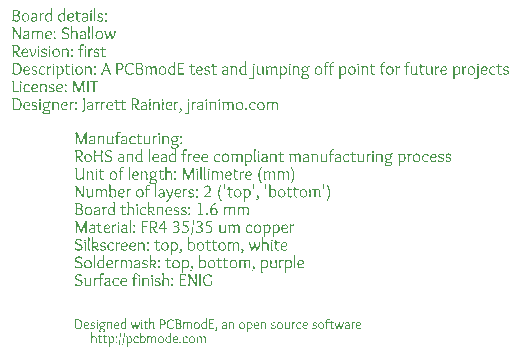
<source format=gbr>
G04                                                      *
G04 Greetings!                                           *
G04 This Gerber was generated by PCBmodE, an open source *
G04 PCB design software. Get it here:                    *
G04                                                      *
G04   http://pcbmode.com                                 *
G04                                                      *
G04 Also visit                                           *
G04                                                      *
G04   http://boldport.com                                *
G04                                                      *
G04 and follow @boldport / @pcbmode for updates!         *
G04                                                      *

G04 leading zeros omitted (L); absolute data (A); 6 integer digits and 6 fractional digits *
%FSLAX66Y66*%

G04 mode (MO): millimeters (MM) *
%MOMM*%

G04 Aperture definitions *
%ADD10C,0.001X*%
%ADD11C,0.001X*%

%LPD*%
G36*
G01X46016433Y1711039D02*
G01X46016433Y1711039D01*
G01X46021026Y1746767D01*
G01X46025135Y1785687D01*
G01X46028760Y1827802D01*
G01X46031902Y1873109D01*
G01X46034561Y1921610D01*
G01X46036736Y1973305D01*
G01X46038428Y2028192D01*
G01X46039637Y2086273D01*
G01X46040362Y2147548D01*
G01X46040603Y2212016D01*
G01X46040603Y2212016D01*
G01X46040603Y2212016D01*
G01X46040269Y2282081D01*
G01X46039267Y2347171D01*
G01X46037596Y2407285D01*
G01X46035256Y2462423D01*
G01X46032248Y2512585D01*
G01X46028572Y2557771D01*
G01X46024227Y2597981D01*
G01X46020828Y2622904D01*
G01X46020828Y2622904D01*
G01X46068623Y2629788D01*
G01X46117907Y2634970D01*
G01X46168680Y2638450D01*
G01X46220942Y2640229D01*
G01X46250076Y2640482D01*
G01X46259598Y2640482D01*
G01X46259598Y2640482D01*
G01X46319508Y2638314D01*
G01X46375109Y2631810D01*
G01X46426400Y2620969D01*
G01X46473381Y2605793D01*
G01X46516052Y2586279D01*
G01X46526565Y2580424D01*
G01X46526565Y2580424D01*
G01X46581022Y2531805D01*
G01X46612003Y2474398D01*
G01X46626130Y2421959D01*
G01X46630024Y2388246D01*
G01X46630203Y2382670D01*
G01X46630203Y2382670D01*
G01X46624988Y2326273D01*
G01X46609344Y2277201D01*
G01X46583269Y2235453D01*
G01X46546766Y2201029D01*
G01X46499832Y2173930D01*
G01X46499832Y2173930D01*
G01X46499832Y2173930D01*
G01X46548779Y2148467D01*
G01X46589213Y2117080D01*
G01X46621135Y2079767D01*
G01X46644544Y2036530D01*
G01X46659441Y1987367D01*
G01X46665826Y1932280D01*
G01X46666092Y1917582D01*
G01X46666092Y1917582D01*
G01X46662022Y1860407D01*
G01X46649813Y1808852D01*
G01X46629464Y1762917D01*
G01X46600975Y1722602D01*
G01X46573807Y1695658D01*
G01X46573807Y1695658D01*
G01X46511855Y1655557D01*
G01X46448737Y1631990D01*
G01X46394138Y1620563D01*
G01X46357744Y1616881D01*
G01X46348221Y1616557D01*
G01X46348221Y1616557D01*
G01X46285285Y1618682D01*
G01X46226997Y1625060D01*
G01X46173357Y1635689D01*
G01X46124363Y1650570D01*
G01X46080017Y1669703D01*
G01X46040318Y1693087D01*
G01X46016433Y1711039D01*
G37*
%LPC*%
G36*
G01X46132156Y1761576D02*
G01X46132156Y1761576D01*
G01X46171442Y1738705D01*
G01X46215286Y1723124D01*
G01X46215286Y1723124D01*
G01X46285058Y1709721D01*
G01X46320578Y1707380D01*
G01X46321121Y1707377D01*
G01X46321121Y1707377D01*
G01X46374971Y1711997D01*
G01X46423524Y1725856D01*
G01X46466780Y1748955D01*
G01X46484451Y1762309D01*
G01X46484451Y1762309D01*
G01X46527759Y1818807D01*
G01X46546150Y1874949D01*
G01X46550303Y1909022D01*
G01X46550369Y1911723D01*
G01X46550369Y1911723D01*
G01X46544569Y1966528D01*
G01X46527171Y2013638D01*
G01X46498173Y2053054D01*
G01X46476394Y2072123D01*
G01X46476394Y2072123D01*
G01X46414223Y2105231D01*
G01X46353151Y2121631D01*
G01X46308240Y2127194D01*
G01X46294021Y2127787D01*
G01X46294021Y2127787D01*
G01X46230719Y2126838D01*
G01X46181085Y2123990D01*
G01X46151932Y2120463D01*
G01X46151932Y2120463D01*
G01X46151544Y2084504D01*
G01X46150381Y2043895D01*
G01X46148443Y1998634D01*
G01X46145730Y1948722D01*
G01X46142242Y1894159D01*
G01X46137978Y1834945D01*
G01X46132939Y1771079D01*
G01X46132156Y1761576D01*
G37*
G36*
G01X46146805Y2543070D02*
G01X46146805Y2543070D01*
G01X46148447Y2503349D01*
G01X46149859Y2459772D01*
G01X46151040Y2412338D01*
G01X46151990Y2361049D01*
G01X46152710Y2305903D01*
G01X46153199Y2246901D01*
G01X46153396Y2205424D01*
G01X46153396Y2205424D01*
G01X46206920Y2202940D01*
G01X46235428Y2202494D01*
G01X46235428Y2202494D01*
G01X46308093Y2205853D01*
G01X46369819Y2215931D01*
G01X46420607Y2232727D01*
G01X46460456Y2256241D01*
G01X46489366Y2286474D01*
G01X46507337Y2323425D01*
G01X46514369Y2367094D01*
G01X46514480Y2373881D01*
G01X46514480Y2373881D01*
G01X46509284Y2419464D01*
G01X46493694Y2458184D01*
G01X46467710Y2490043D01*
G01X46431334Y2515040D01*
G01X46384563Y2533175D01*
G01X46327400Y2544448D01*
G01X46259843Y2548860D01*
G01X46249344Y2548930D01*
G01X46249344Y2548930D01*
G01X46206787Y2547523D01*
G01X46149458Y2543302D01*
G01X46146805Y2543070D01*
G37*
%LPD*%
G36*
G01X46800857Y1979105D02*
G01X46800857Y1979105D01*
G01X46803776Y2036331D01*
G01X46812533Y2089357D01*
G01X46827127Y2138183D01*
G01X46847559Y2182808D01*
G01X46873829Y2223233D01*
G01X46890945Y2243876D01*
G01X46890945Y2243876D01*
G01X46950066Y2292664D01*
G01X47012879Y2322257D01*
G01X47069715Y2337453D01*
G01X47110906Y2343052D01*
G01X47126785Y2343852D01*
G01X47126785Y2343852D01*
G01X47126785Y2343852D01*
G01X47180652Y2340242D01*
G01X47230368Y2329415D01*
G01X47275932Y2311369D01*
G01X47317345Y2286106D01*
G01X47354608Y2253624D01*
G01X47363724Y2243876D01*
G01X47363724Y2243876D01*
G01X47403976Y2184928D01*
G01X47429925Y2121413D01*
G01X47444712Y2061367D01*
G01X47451476Y2012825D01*
G01X47453356Y1983820D01*
G01X47453445Y1979105D01*
G01X47453445Y1979105D01*
G01X47445771Y1896716D01*
G01X47426934Y1828294D01*
G01X47403213Y1774993D01*
G01X47380887Y1737966D01*
G01X47366236Y1718367D01*
G01X47363724Y1715434D01*
G01X47363724Y1715434D01*
G01X47307760Y1669104D01*
G01X47247767Y1640122D01*
G01X47192170Y1624418D01*
G01X47149394Y1617923D01*
G01X47127864Y1616569D01*
G01X47126785Y1616557D01*
G01X47126785Y1616557D01*
G01X47073409Y1620126D01*
G01X47024051Y1630834D01*
G01X46978713Y1648682D01*
G01X46937394Y1673668D01*
G01X46900093Y1705793D01*
G01X46890945Y1715434D01*
G01X46890945Y1715434D01*
G01X46850529Y1773889D01*
G01X46824473Y1837085D01*
G01X46809626Y1896950D01*
G01X46802835Y1945410D01*
G01X46800947Y1974392D01*
G01X46800857Y1979105D01*
G37*
%LPC*%
G36*
G01X46906326Y2000346D02*
G01X46906326Y2000346D01*
G01X46909406Y1943335D01*
G01X46918647Y1890896D01*
G01X46934048Y1843029D01*
G01X46955610Y1799734D01*
G01X46964554Y1785746D01*
G01X46964554Y1785746D01*
G01X47018781Y1733389D01*
G01X47075342Y1708394D01*
G01X47116549Y1700640D01*
G01X47126785Y1700053D01*
G01X47126785Y1700053D01*
G01X47181820Y1705565D01*
G01X47229619Y1722103D01*
G01X47270184Y1749665D01*
G01X47290115Y1770365D01*
G01X47290115Y1770365D01*
G01X47324965Y1831832D01*
G01X47342229Y1895009D01*
G01X47348085Y1942596D01*
G01X47348709Y1957865D01*
G01X47348709Y1957865D01*
G01X47345532Y2014915D01*
G01X47336000Y2067470D01*
G01X47320115Y2115531D01*
G01X47297875Y2159097D01*
G01X47288650Y2173197D01*
G01X47288650Y2173197D01*
G01X47233698Y2226002D01*
G01X47177439Y2251211D01*
G01X47136826Y2259030D01*
G01X47126785Y2259623D01*
G01X47126785Y2259623D01*
G01X47071808Y2254053D01*
G01X47024180Y2237343D01*
G01X46983903Y2209494D01*
G01X46964187Y2188578D01*
G01X46964187Y2188578D01*
G01X46930736Y2129195D01*
G01X46913559Y2067820D01*
G01X46907230Y2019766D01*
G01X46906326Y2000346D01*
G01X46906326Y2000346D01*
G37*
%LPD*%
G36*
G01X47588211Y1827494D02*
G01X47588211Y1827494D01*
G01X47594542Y1884437D01*
G01X47613534Y1927297D01*
G01X47624100Y1939921D01*
G01X47624100Y1939921D01*
G01X47679538Y1977324D01*
G01X47720411Y1993696D01*
G01X47722976Y1994486D01*
G01X47722976Y1994486D01*
G01X47765528Y2004656D01*
G01X47811971Y2013544D01*
G01X47862306Y2021151D01*
G01X47916533Y2027477D01*
G01X47974651Y2032521D01*
G01X48008621Y2034769D01*
G01X48008621Y2034769D01*
G01X48006152Y2099964D01*
G01X47998744Y2152812D01*
G01X47986399Y2193315D01*
G01X47977127Y2210917D01*
G01X47977127Y2210917D01*
G01X47927187Y2245620D01*
G01X47868906Y2258027D01*
G01X47843094Y2259623D01*
G01X47843094Y2259623D01*
G01X47796174Y2251536D01*
G01X47756302Y2232890D01*
G01X47756302Y2232890D01*
G01X47706920Y2185818D01*
G01X47688662Y2155128D01*
G01X47688553Y2154887D01*
G01X47688553Y2154887D01*
G01X47636917Y2176493D01*
G01X47619705Y2214945D01*
G01X47619705Y2214945D01*
G01X47619705Y2214945D01*
G01X47631248Y2258070D01*
G01X47665877Y2293695D01*
G01X47691849Y2308695D01*
G01X47691849Y2308695D01*
G01X47757698Y2331269D01*
G01X47818036Y2341247D01*
G01X47855338Y2343774D01*
G01X47859939Y2343851D01*
G01X47859939Y2343851D01*
G01X47920090Y2340510D01*
G01X47971634Y2330485D01*
G01X48014572Y2313776D01*
G01X48048904Y2290385D01*
G01X48048904Y2290385D01*
G01X48048904Y2290385D01*
G01X48083626Y2237959D01*
G01X48101455Y2174754D01*
G01X48108024Y2121573D01*
G01X48108963Y2099223D01*
G01X48108963Y2099223D01*
G01X48108963Y2099223D01*
G01X48108487Y2064803D01*
G01X48107498Y2010966D01*
G01X48107498Y2010966D01*
G01X48106290Y1932237D01*
G01X48106036Y1897988D01*
G01X48106033Y1896342D01*
G01X48106033Y1896342D01*
G01X48107176Y1830717D01*
G01X48110603Y1772123D01*
G01X48116316Y1720560D01*
G01X48124314Y1676029D01*
G01X48134598Y1638529D01*
G01X48134598Y1638529D01*
G01X48134598Y1638529D01*
G01X48087412Y1627149D01*
G01X48076004Y1626810D01*
G01X48076004Y1626810D01*
G01X48029768Y1642244D01*
G01X48029495Y1642558D01*
G01X48029495Y1642558D01*
G01X48011617Y1692241D01*
G01X48011551Y1692728D01*
G01X48011551Y1692728D01*
G01X47966565Y1660553D01*
G01X47920904Y1637153D01*
G01X47874568Y1622528D01*
G01X47827557Y1616678D01*
G01X47819656Y1616557D01*
G01X47819656Y1616557D01*
G01X47759564Y1620691D01*
G01X47708487Y1633094D01*
G01X47666426Y1653766D01*
G01X47633380Y1682707D01*
G01X47609349Y1719916D01*
G01X47594333Y1765394D01*
G01X47588332Y1819141D01*
G01X47588211Y1827494D01*
G37*
%LPC*%
G36*
G01X47693680Y1827494D02*
G01X47693680Y1827494D01*
G01X47701894Y1772941D01*
G01X47726535Y1733266D01*
G01X47732498Y1727885D01*
G01X47732498Y1727885D01*
G01X47794087Y1700189D01*
G01X47831092Y1695660D01*
G01X47831375Y1695658D01*
G01X47831375Y1695658D01*
G01X47884055Y1700570D01*
G01X47932142Y1715307D01*
G01X47975638Y1739868D01*
G01X48003494Y1763041D01*
G01X48003494Y1763041D01*
G01X48002144Y1808055D01*
G01X48002029Y1833353D01*
G01X48002029Y1833353D01*
G01X48003245Y1884049D01*
G01X48005693Y1935237D01*
G01X48007156Y1957865D01*
G01X48007156Y1957865D01*
G01X47953202Y1951966D01*
G01X47941971Y1950541D01*
G01X47941971Y1950541D01*
G01X47885332Y1943494D01*
G01X47883011Y1943217D01*
G01X47883011Y1943217D01*
G01X47828618Y1934555D01*
G01X47828079Y1934428D01*
G01X47828079Y1934428D01*
G01X47784134Y1922343D01*
G01X47784134Y1922343D01*
G01X47745315Y1905497D01*
G01X47745315Y1905497D01*
G01X47718216Y1885355D01*
G01X47718216Y1885355D01*
G01X47698807Y1860087D01*
G01X47698807Y1860087D01*
G01X47693680Y1827494D01*
G37*
%LPD*%
G36*
G01X48306717Y2328471D02*
G01X48306717Y2328471D01*
G01X48356903Y2332863D01*
G01X48357986Y2332865D01*
G01X48357986Y2332865D01*
G01X48406964Y2318196D01*
G01X48422439Y2276469D01*
G01X48422439Y2276469D01*
G01X48421707Y2255961D01*
G01X48421707Y2255961D01*
G01X48420975Y2223734D01*
G01X48420975Y2223734D01*
G01X48451300Y2262567D01*
G01X48489424Y2297855D01*
G01X48501175Y2306864D01*
G01X48501175Y2306864D01*
G01X48566207Y2338345D01*
G01X48599898Y2343844D01*
G01X48600418Y2343851D01*
G01X48600418Y2343851D01*
G01X48649228Y2331933D01*
G01X48654617Y2328104D01*
G01X48654617Y2328104D01*
G01X48674392Y2285258D01*
G01X48674392Y2285258D01*
G01X48660912Y2242378D01*
G01X48644363Y2217875D01*
G01X48644363Y2217875D01*
G01X48600219Y2242529D01*
G01X48571853Y2246439D01*
G01X48571853Y2246439D01*
G01X48525820Y2236469D01*
G01X48487991Y2213480D01*
G01X48487991Y2213480D01*
G01X48440737Y2162957D01*
G01X48418154Y2127873D01*
G01X48417312Y2126322D01*
G01X48417312Y2126322D01*
G01X48416628Y2092229D01*
G01X48416158Y2045322D01*
G01X48415900Y1985601D01*
G01X48415848Y1935893D01*
G01X48415848Y1935893D01*
G01X48416673Y1870252D01*
G01X48419150Y1810793D01*
G01X48423277Y1757515D01*
G01X48429056Y1710417D01*
G01X48436485Y1669500D01*
G01X48444412Y1638529D01*
G01X48444412Y1638529D01*
G01X48395634Y1627040D01*
G01X48387283Y1626810D01*
G01X48387283Y1626810D01*
G01X48336605Y1638924D01*
G01X48329056Y1646220D01*
G01X48329056Y1646220D01*
G01X48314336Y1703716D01*
G01X48314041Y1712504D01*
G01X48314041Y1712504D01*
G01X48314312Y1746223D01*
G01X48315124Y1805808D01*
G01X48315506Y1830790D01*
G01X48315506Y1830790D01*
G01X48316568Y1913917D01*
G01X48316931Y1963709D01*
G01X48316971Y1977641D01*
G01X48316971Y1977641D01*
G01X48316740Y2040257D01*
G01X48316048Y2099347D01*
G01X48314894Y2154910D01*
G01X48313279Y2206947D01*
G01X48311203Y2255457D01*
G01X48308665Y2300441D01*
G01X48306717Y2328471D01*
G37*
G36*
G01X48756424Y1979105D02*
G01X48756424Y1979105D01*
G01X48759414Y2035875D01*
G01X48768384Y2088587D01*
G01X48783334Y2137241D01*
G01X48804264Y2181837D01*
G01X48831175Y2222376D01*
G01X48848709Y2243143D01*
G01X48848709Y2243143D01*
G01X48907303Y2292289D01*
G01X48966951Y2322099D01*
G01X49019568Y2337406D01*
G01X49057068Y2343046D01*
G01X49071365Y2343852D01*
G01X49071365Y2343852D01*
G01X49071365Y2343852D01*
G01X49121355Y2339832D01*
G01X49170426Y2327773D01*
G01X49218578Y2307676D01*
G01X49245682Y2292582D01*
G01X49245682Y2292582D01*
G01X49247296Y2351999D01*
G01X49248273Y2403599D01*
G01X49248611Y2447383D01*
G01X49248611Y2448588D01*
G01X49248611Y2448588D01*
G01X49248232Y2512565D01*
G01X49247093Y2571607D01*
G01X49245194Y2625712D01*
G01X49242536Y2674882D01*
G01X49239119Y2719115D01*
G01X49236893Y2741557D01*
G01X49236893Y2741557D01*
G01X49286862Y2745935D01*
G01X49290359Y2745951D01*
G01X49290359Y2745951D01*
G01X49340896Y2731669D01*
G01X49357742Y2688822D01*
G01X49357742Y2688822D01*
G01X49357742Y2688822D01*
G01X49357573Y2665760D01*
G01X49357067Y2631260D01*
G01X49356223Y2585322D01*
G01X49355042Y2527947D01*
G01X49353523Y2459135D01*
G01X49351667Y2378885D01*
G01X49351150Y2357035D01*
G01X49351150Y2357035D01*
G01X49348899Y2256983D01*
G01X49347230Y2172900D01*
G01X49346055Y2104121D01*
G01X49345288Y2049980D01*
G01X49344841Y2009809D01*
G01X49344629Y1982944D01*
G01X49344563Y1968717D01*
G01X49344559Y1965922D01*
G01X49344559Y1965922D01*
G01X49345290Y1890209D01*
G01X49347484Y1823384D01*
G01X49351140Y1765447D01*
G01X49356259Y1716397D01*
G01X49362840Y1676234D01*
G01X49370884Y1644959D01*
G01X49373123Y1638529D01*
G01X49373123Y1638529D01*
G01X49325050Y1627040D01*
G01X49315994Y1626810D01*
G01X49315994Y1626810D01*
G01X49271466Y1641939D01*
G01X49251263Y1687323D01*
G01X49250076Y1701518D01*
G01X49250076Y1701518D01*
G01X49208120Y1666930D01*
G01X49164459Y1641331D01*
G01X49119094Y1624721D01*
G01X49072024Y1617100D01*
G01X49055252Y1616557D01*
G01X49053787Y1616557D01*
G01X49053787Y1616557D01*
G01X49004727Y1621079D01*
G01X48958444Y1634644D01*
G01X48914939Y1657254D01*
G01X48874212Y1688908D01*
G01X48845047Y1719096D01*
G01X48845047Y1719096D01*
G01X48805288Y1778567D01*
G01X48779656Y1841285D01*
G01X48765050Y1899817D01*
G01X48758369Y1946731D01*
G01X48756512Y1974594D01*
G01X48756424Y1979105D01*
G37*
%LPC*%
G36*
G01X48861892Y2000346D02*
G01X48861892Y2000346D01*
G01X48864941Y1943998D01*
G01X48874087Y1892258D01*
G01X48889330Y1845126D01*
G01X48910671Y1802603D01*
G01X48924881Y1781351D01*
G01X48924881Y1781351D01*
G01X48981452Y1727643D01*
G01X49035185Y1702958D01*
G01X49070836Y1696009D01*
G01X49077225Y1695658D01*
G01X49077225Y1695658D01*
G01X49122714Y1701451D01*
G01X49167016Y1718830D01*
G01X49210129Y1747794D01*
G01X49245682Y1781351D01*
G01X49245682Y1781351D01*
G01X49245021Y1869425D01*
G01X49244444Y1947669D01*
G01X49243952Y2016083D01*
G01X49243544Y2074667D01*
G01X49243221Y2123422D01*
G01X49242982Y2162347D01*
G01X49242827Y2191442D01*
G01X49242757Y2210708D01*
G01X49242752Y2214945D01*
G01X49242752Y2214945D01*
G01X49193747Y2238352D01*
G01X49145729Y2253172D01*
G01X49098695Y2259404D01*
G01X49088211Y2259623D01*
G01X49088211Y2259623D01*
G01X49034857Y2254444D01*
G01X48987910Y2238906D01*
G01X48947371Y2213010D01*
G01X48922683Y2188578D01*
G01X48922683Y2188578D01*
G01X48887539Y2129195D01*
G01X48869491Y2067820D01*
G01X48862842Y2019766D01*
G01X48861892Y2000346D01*
G01X48861892Y2000346D01*
G37*
%LPD*%
G36*
G01X49874832Y1979105D02*
G01X49874832Y1979105D01*
G01X49877822Y2035875D01*
G01X49886792Y2088587D01*
G01X49901742Y2137241D01*
G01X49922673Y2181837D01*
G01X49949583Y2222376D01*
G01X49967117Y2243143D01*
G01X49967117Y2243143D01*
G01X50025711Y2292289D01*
G01X50085359Y2322099D01*
G01X50137976Y2337406D01*
G01X50175476Y2343046D01*
G01X50189773Y2343852D01*
G01X50189773Y2343852D01*
G01X50189773Y2343852D01*
G01X50239763Y2339832D01*
G01X50288834Y2327773D01*
G01X50336987Y2307676D01*
G01X50364090Y2292582D01*
G01X50364090Y2292582D01*
G01X50365704Y2351999D01*
G01X50366681Y2403599D01*
G01X50367019Y2447383D01*
G01X50367019Y2448588D01*
G01X50367019Y2448588D01*
G01X50366640Y2512565D01*
G01X50365501Y2571607D01*
G01X50363602Y2625712D01*
G01X50360944Y2674882D01*
G01X50357527Y2719115D01*
G01X50355301Y2741557D01*
G01X50355301Y2741557D01*
G01X50405270Y2745935D01*
G01X50408768Y2745951D01*
G01X50408768Y2745951D01*
G01X50459305Y2731669D01*
G01X50476150Y2688822D01*
G01X50476150Y2688822D01*
G01X50476150Y2688822D01*
G01X50475982Y2665760D01*
G01X50475475Y2631260D01*
G01X50474632Y2585322D01*
G01X50473450Y2527947D01*
G01X50471932Y2459135D01*
G01X50470075Y2378885D01*
G01X50469559Y2357035D01*
G01X50469559Y2357035D01*
G01X50467307Y2256983D01*
G01X50465638Y2172900D01*
G01X50464463Y2104121D01*
G01X50463696Y2049980D01*
G01X50463249Y2009809D01*
G01X50463037Y1982944D01*
G01X50462972Y1968717D01*
G01X50462967Y1965922D01*
G01X50462967Y1965922D01*
G01X50463698Y1890209D01*
G01X50465892Y1823384D01*
G01X50469548Y1765447D01*
G01X50474667Y1716397D01*
G01X50481248Y1676234D01*
G01X50489292Y1644959D01*
G01X50491531Y1638529D01*
G01X50491531Y1638529D01*
G01X50443458Y1627040D01*
G01X50434402Y1626810D01*
G01X50434402Y1626810D01*
G01X50389875Y1641939D01*
G01X50369671Y1687323D01*
G01X50368484Y1701518D01*
G01X50368484Y1701518D01*
G01X50326528Y1666930D01*
G01X50282868Y1641331D01*
G01X50237502Y1624721D01*
G01X50190432Y1617100D01*
G01X50173660Y1616557D01*
G01X50172195Y1616557D01*
G01X50172195Y1616557D01*
G01X50123135Y1621079D01*
G01X50076852Y1634644D01*
G01X50033348Y1657254D01*
G01X49992621Y1688908D01*
G01X49963455Y1719096D01*
G01X49963455Y1719096D01*
G01X49923696Y1778567D01*
G01X49898064Y1841285D01*
G01X49883458Y1899817D01*
G01X49876777Y1946731D01*
G01X49874921Y1974594D01*
G01X49874832Y1979105D01*
G37*
%LPC*%
G36*
G01X49980301Y2000346D02*
G01X49980301Y2000346D01*
G01X49983349Y1943998D01*
G01X49992495Y1892258D01*
G01X50007738Y1845126D01*
G01X50029079Y1802603D01*
G01X50043289Y1781351D01*
G01X50043289Y1781351D01*
G01X50099860Y1727643D01*
G01X50153593Y1702958D01*
G01X50189244Y1696009D01*
G01X50195633Y1695658D01*
G01X50195633Y1695658D01*
G01X50241123Y1701451D01*
G01X50285424Y1718830D01*
G01X50328537Y1747794D01*
G01X50364090Y1781351D01*
G01X50364090Y1781351D01*
G01X50363429Y1869425D01*
G01X50362852Y1947669D01*
G01X50362360Y2016083D01*
G01X50361952Y2074667D01*
G01X50361629Y2123422D01*
G01X50361390Y2162347D01*
G01X50361235Y2191442D01*
G01X50361165Y2210708D01*
G01X50361160Y2214945D01*
G01X50361160Y2214945D01*
G01X50312156Y2238352D01*
G01X50264137Y2253172D01*
G01X50217103Y2259404D01*
G01X50206619Y2259623D01*
G01X50206619Y2259623D01*
G01X50153265Y2254444D01*
G01X50106318Y2238906D01*
G01X50065779Y2213010D01*
G01X50041092Y2188578D01*
G01X50041092Y2188578D01*
G01X50005947Y2129195D01*
G01X49987900Y2067820D01*
G01X49981251Y2019766D01*
G01X49980301Y2000346D01*
G01X49980301Y2000346D01*
G37*
%LPD*%
G36*
G01X50648269Y1976176D02*
G01X50648269Y1976176D01*
G01X50651159Y2034069D01*
G01X50659827Y2087220D01*
G01X50674273Y2135630D01*
G01X50694498Y2179299D01*
G01X50720502Y2218227D01*
G01X50748245Y2248637D01*
G01X50748245Y2248637D01*
G01X50811049Y2295102D01*
G01X50874063Y2323285D01*
G01X50929150Y2337758D01*
G01X50968171Y2343090D01*
G01X50982986Y2343851D01*
G01X50982986Y2343851D01*
G01X50982986Y2343851D01*
G01X51038538Y2339200D01*
G01X51087888Y2325247D01*
G01X51131036Y2301991D01*
G01X51152908Y2284525D01*
G01X51152908Y2284525D01*
G01X51197597Y2224560D01*
G01X51215052Y2171723D01*
G01X51218089Y2145742D01*
G01X51218094Y2145365D01*
G01X51218094Y2145365D01*
G01X51212875Y2091715D01*
G01X51197220Y2047953D01*
G01X51197220Y2047953D01*
G01X51197220Y2047953D01*
G01X51155269Y1996641D01*
G01X51142654Y1986796D01*
G01X51142654Y1986796D01*
G01X51082527Y1961559D01*
G01X51045318Y1952386D01*
G01X51045242Y1952372D01*
G01X51045242Y1952372D01*
G01X50973629Y1941866D01*
G01X50926906Y1937759D01*
G01X50919998Y1937357D01*
G01X50919998Y1937357D01*
G01X50855736Y1935390D01*
G01X50793965Y1934588D01*
G01X50759560Y1934429D01*
G01X50758133Y1934428D01*
G01X50758133Y1934428D01*
G01X50767478Y1879518D01*
G01X50782856Y1831070D01*
G01X50804268Y1789081D01*
G01X50822952Y1763407D01*
G01X50822952Y1763407D01*
G01X50880218Y1720865D01*
G01X50937060Y1703529D01*
G01X50969193Y1700074D01*
G01X50970535Y1700053D01*
G01X50970535Y1700053D01*
G01X51027793Y1705766D01*
G01X51074585Y1722905D01*
G01X51110913Y1751471D01*
G01X51130203Y1778422D01*
G01X51130203Y1778422D01*
G01X51177878Y1747404D01*
G01X51189529Y1715434D01*
G01X51189529Y1715434D01*
G01X51173835Y1676593D01*
G01X51126754Y1645852D01*
G01X51121414Y1643656D01*
G01X51121414Y1643656D01*
G01X51052322Y1624707D01*
G01X50994337Y1617622D01*
G01X50969095Y1616557D01*
G01X50969070Y1616557D01*
G01X50969070Y1616557D01*
G01X50914593Y1620116D01*
G01X50864246Y1630795D01*
G01X50818030Y1648593D01*
G01X50775945Y1673510D01*
G01X50737991Y1705546D01*
G01X50737991Y1705546D01*
G01X50737991Y1705546D01*
G01X50697739Y1761006D01*
G01X50671789Y1824880D01*
G01X50657003Y1887569D01*
G01X50650239Y1939475D01*
G01X50648359Y1971001D01*
G01X50648269Y1976176D01*
G37*
%LPC*%
G36*
G01X50756668Y2009135D02*
G01X50756668Y2009135D01*
G01X50813292Y2009458D01*
G01X50859237Y2010429D01*
G01X50864334Y2010600D01*
G01X50864334Y2010600D01*
G01X50930485Y2016103D01*
G01X50958816Y2019755D01*
G01X50958816Y2019755D01*
G01X51026941Y2035500D01*
G01X51041580Y2040995D01*
G01X51041580Y2040995D01*
G01X51089947Y2076253D01*
G01X51093216Y2079813D01*
G01X51093216Y2079813D01*
G01X51114485Y2136204D01*
G01X51114822Y2142435D01*
G01X51114822Y2142435D01*
G01X51103712Y2189972D01*
G01X51075271Y2225932D01*
G01X51075271Y2225932D01*
G01X51013742Y2256145D01*
G01X50977403Y2261086D01*
G01X50977127Y2261088D01*
G01X50977127Y2261088D01*
G01X50925447Y2255551D01*
G01X50878514Y2238939D01*
G01X50836326Y2211254D01*
G01X50823318Y2199564D01*
G01X50823318Y2199564D01*
G01X50786022Y2143855D01*
G01X50766098Y2081278D01*
G01X50758121Y2030238D01*
G01X50756668Y2009135D01*
G01X50756668Y2009135D01*
G37*
%LPD*%
G36*
G01X51285476Y2275004D02*
G01X51285476Y2275004D01*
G01X51306064Y2318148D01*
G01X51307815Y2318949D01*
G01X51307815Y2318949D01*
G01X51368125Y2328062D01*
G01X51384353Y2328471D01*
G01X51426834Y2328471D01*
G01X51426834Y2328471D01*
G01X51424746Y2385775D01*
G01X51422000Y2437279D01*
G01X51418594Y2482982D01*
G01X51417312Y2496928D01*
G01X51417312Y2496928D01*
G01X51467117Y2501322D01*
G01X51467117Y2501322D01*
G01X51467117Y2501322D01*
G01X51519486Y2488160D01*
G01X51538780Y2448672D01*
G01X51538894Y2444193D01*
G01X51538894Y2444193D01*
G01X51537811Y2412113D01*
G01X51534561Y2352407D01*
G01X51533035Y2327006D01*
G01X51533035Y2327006D01*
G01X51604051Y2327328D01*
G01X51664754Y2328295D01*
G01X51715144Y2329906D01*
G01X51755223Y2332162D01*
G01X51784988Y2335062D01*
G01X51784988Y2335062D01*
G01X51784988Y2335062D01*
G01X51790848Y2299906D01*
G01X51790848Y2299906D01*
G01X51775100Y2259623D01*
G01X51775100Y2259623D01*
G01X51725021Y2247908D01*
G01X51724930Y2247904D01*
G01X51724930Y2247904D01*
G01X51692031Y2247242D01*
G01X51646655Y2246777D01*
G01X51588803Y2246510D01*
G01X51530105Y2246439D01*
G01X51530105Y2246439D01*
G01X51529292Y2197501D01*
G01X51528611Y2147804D01*
G01X51528062Y2097349D01*
G01X51527644Y2046137D01*
G01X51527359Y1994166D01*
G01X51527205Y1941437D01*
G01X51527176Y1905863D01*
G01X51527176Y1905863D01*
G01X51529640Y1838520D01*
G01X51537031Y1786022D01*
G01X51549350Y1748368D01*
G01X51556473Y1736308D01*
G01X51556473Y1736308D01*
G01X51612071Y1701710D01*
G01X51652447Y1695667D01*
G01X51653152Y1695658D01*
G01X51653152Y1695658D01*
G01X51702832Y1703668D01*
G01X51746053Y1727700D01*
G01X51760818Y1741068D01*
G01X51760818Y1741068D01*
G01X51786940Y1696716D01*
G01X51787918Y1686869D01*
G01X51787918Y1686869D01*
G01X51766661Y1646875D01*
G01X51749100Y1635966D01*
G01X51749100Y1635966D01*
G01X51685073Y1618703D01*
G01X51654617Y1616557D01*
G01X51654617Y1616557D01*
G01X51594797Y1621409D01*
G01X51544831Y1635965D01*
G01X51504717Y1660226D01*
G01X51478470Y1688334D01*
G01X51478470Y1688334D01*
G01X51450407Y1746533D01*
G01X51434965Y1811669D01*
G01X51428372Y1868129D01*
G01X51426860Y1900301D01*
G01X51426834Y1902934D01*
G01X51426834Y1902934D01*
G01X51427647Y1979986D01*
G01X51428328Y2048107D01*
G01X51428877Y2107296D01*
G01X51429295Y2157553D01*
G01X51429580Y2198878D01*
G01X51429734Y2231271D01*
G01X51429764Y2247904D01*
G01X51429764Y2247904D01*
G01X51409608Y2246480D01*
G01X51355471Y2242209D01*
G01X51289871Y2236918D01*
G01X51289871Y2236918D01*
G01X51285476Y2275004D01*
G37*
G36*
G01X51880203Y1827494D02*
G01X51880203Y1827494D01*
G01X51886534Y1884437D01*
G01X51905526Y1927297D01*
G01X51916092Y1939921D01*
G01X51916092Y1939921D01*
G01X51971530Y1977324D01*
G01X52012403Y1993696D01*
G01X52014969Y1994486D01*
G01X52014969Y1994486D01*
G01X52057520Y2004656D01*
G01X52103963Y2013544D01*
G01X52154298Y2021151D01*
G01X52208525Y2027477D01*
G01X52266643Y2032521D01*
G01X52300613Y2034769D01*
G01X52300613Y2034769D01*
G01X52298144Y2099964D01*
G01X52290737Y2152812D01*
G01X52278391Y2193315D01*
G01X52269119Y2210917D01*
G01X52269119Y2210917D01*
G01X52219179Y2245620D01*
G01X52160898Y2258027D01*
G01X52135086Y2259623D01*
G01X52135086Y2259623D01*
G01X52088166Y2251536D01*
G01X52048294Y2232890D01*
G01X52048294Y2232890D01*
G01X51998912Y2185818D01*
G01X51980654Y2155128D01*
G01X51980545Y2154887D01*
G01X51980545Y2154887D01*
G01X51928909Y2176493D01*
G01X51911697Y2214945D01*
G01X51911697Y2214945D01*
G01X51911697Y2214945D01*
G01X51923240Y2258070D01*
G01X51957869Y2293695D01*
G01X51983841Y2308695D01*
G01X51983841Y2308695D01*
G01X52049691Y2331269D01*
G01X52110028Y2341247D01*
G01X52147330Y2343774D01*
G01X52151932Y2343851D01*
G01X52151932Y2343851D01*
G01X52212082Y2340510D01*
G01X52263626Y2330485D01*
G01X52306564Y2313776D01*
G01X52340896Y2290385D01*
G01X52340896Y2290385D01*
G01X52340896Y2290385D01*
G01X52375618Y2237959D01*
G01X52393448Y2174754D01*
G01X52400017Y2121573D01*
G01X52400955Y2099223D01*
G01X52400955Y2099223D01*
G01X52400955Y2099223D01*
G01X52400479Y2064803D01*
G01X52399490Y2010966D01*
G01X52399490Y2010966D01*
G01X52398283Y1932237D01*
G01X52398028Y1897988D01*
G01X52398025Y1896342D01*
G01X52398025Y1896342D01*
G01X52399168Y1830717D01*
G01X52402596Y1772123D01*
G01X52408308Y1720560D01*
G01X52416307Y1676029D01*
G01X52426590Y1638529D01*
G01X52426590Y1638529D01*
G01X52426590Y1638529D01*
G01X52379404Y1627149D01*
G01X52367996Y1626810D01*
G01X52367996Y1626810D01*
G01X52321760Y1642244D01*
G01X52321487Y1642558D01*
G01X52321487Y1642558D01*
G01X52303609Y1692241D01*
G01X52303543Y1692728D01*
G01X52303543Y1692728D01*
G01X52258557Y1660553D01*
G01X52212896Y1637153D01*
G01X52166560Y1622528D01*
G01X52119549Y1616678D01*
G01X52111648Y1616557D01*
G01X52111648Y1616557D01*
G01X52051556Y1620691D01*
G01X52000480Y1633094D01*
G01X51958418Y1653766D01*
G01X51925372Y1682707D01*
G01X51901341Y1719916D01*
G01X51886325Y1765394D01*
G01X51880324Y1819141D01*
G01X51880203Y1827494D01*
G37*
%LPC*%
G36*
G01X51985672Y1827494D02*
G01X51985672Y1827494D01*
G01X51993886Y1772941D01*
G01X52018528Y1733266D01*
G01X52024490Y1727885D01*
G01X52024490Y1727885D01*
G01X52086079Y1700189D01*
G01X52123084Y1695660D01*
G01X52123367Y1695658D01*
G01X52123367Y1695658D01*
G01X52176047Y1700570D01*
G01X52224135Y1715307D01*
G01X52267631Y1739868D01*
G01X52295486Y1763041D01*
G01X52295486Y1763041D01*
G01X52294136Y1808055D01*
G01X52294021Y1833353D01*
G01X52294021Y1833353D01*
G01X52295238Y1884049D01*
G01X52297685Y1935237D01*
G01X52299148Y1957865D01*
G01X52299148Y1957865D01*
G01X52245194Y1951966D01*
G01X52233963Y1950541D01*
G01X52233963Y1950541D01*
G01X52177324Y1943494D01*
G01X52175003Y1943217D01*
G01X52175003Y1943217D01*
G01X52120611Y1934555D01*
G01X52120071Y1934428D01*
G01X52120071Y1934428D01*
G01X52076126Y1922343D01*
G01X52076126Y1922343D01*
G01X52037308Y1905497D01*
G01X52037308Y1905497D01*
G01X52010208Y1885355D01*
G01X52010208Y1885355D01*
G01X51990799Y1860087D01*
G01X51990799Y1860087D01*
G01X51985672Y1827494D01*
G37*
%LPD*%
G36*
G01X52588455Y2493998D02*
G01X52588455Y2493998D01*
G01X52603689Y2540404D01*
G01X52612259Y2550028D01*
G01X52612259Y2550028D01*
G01X52664724Y2572965D01*
G01X52667557Y2573100D01*
G01X52667557Y2573100D01*
G01X52713050Y2556431D01*
G01X52719925Y2550028D01*
G01X52719925Y2550028D01*
G01X52742133Y2496952D01*
G01X52742264Y2493998D01*
G01X52742264Y2493998D01*
G01X52727781Y2446981D01*
G01X52718460Y2436137D01*
G01X52718460Y2436137D01*
G01X52666785Y2412795D01*
G01X52664627Y2412699D01*
G01X52664627Y2412699D01*
G01X52618177Y2428461D01*
G01X52610794Y2435038D01*
G01X52610794Y2435038D01*
G01X52588693Y2489223D01*
G01X52588455Y2493998D01*
G37*
G36*
G01X52607498Y2328471D02*
G01X52607498Y2328471D01*
G01X52657685Y2332863D01*
G01X52658767Y2332865D01*
G01X52658767Y2332865D01*
G01X52710792Y2319324D01*
G01X52729052Y2278702D01*
G01X52729080Y2276469D01*
G01X52729080Y2276469D01*
G01X52727110Y2232506D01*
G01X52726150Y2214945D01*
G01X52726150Y2214945D01*
G01X52722896Y2147842D01*
G01X52720685Y2094434D01*
G01X52720291Y2084208D01*
G01X52720291Y2084208D01*
G01X52718203Y2009773D01*
G01X52717457Y1955441D01*
G01X52717361Y1935893D01*
G01X52717361Y1935893D01*
G01X52718187Y1870252D01*
G01X52720663Y1810793D01*
G01X52724791Y1757515D01*
G01X52730569Y1710417D01*
G01X52737999Y1669500D01*
G01X52745926Y1638529D01*
G01X52745926Y1638529D01*
G01X52697148Y1627040D01*
G01X52688797Y1626810D01*
G01X52688797Y1626810D01*
G01X52637890Y1638924D01*
G01X52630203Y1646220D01*
G01X52630203Y1646220D01*
G01X52615125Y1703716D01*
G01X52614822Y1712504D01*
G01X52614822Y1712504D01*
G01X52615161Y1746223D01*
G01X52616176Y1805808D01*
G01X52616653Y1830790D01*
G01X52616653Y1830790D01*
G01X52617981Y1913917D01*
G01X52618435Y1963709D01*
G01X52618484Y1977641D01*
G01X52618484Y1977641D01*
G01X52618237Y2040257D01*
G01X52617495Y2099347D01*
G01X52616260Y2154910D01*
G01X52614529Y2206947D01*
G01X52612304Y2255457D01*
G01X52609585Y2300441D01*
G01X52607498Y2328471D01*
G37*
G36*
G01X52918045Y2741557D02*
G01X52918045Y2741557D01*
G01X52967934Y2745940D01*
G01X52970779Y2745951D01*
G01X52970779Y2745951D01*
G01X53021720Y2732234D01*
G01X53039599Y2691085D01*
G01X53039627Y2688822D01*
G01X53039627Y2688822D01*
G01X53038755Y2654259D01*
G01X53037430Y2608622D01*
G01X53037430Y2608622D01*
G01X53035570Y2543900D01*
G01X53033729Y2477678D01*
G01X53032368Y2427914D01*
G01X53031936Y2411967D01*
G01X53031936Y2411967D01*
G01X53030266Y2336125D01*
G01X53029284Y2267192D01*
G01X53028807Y2211883D01*
G01X53028654Y2176913D01*
G01X53028641Y2168070D01*
G01X53028641Y1934428D01*
G01X53028641Y1934428D01*
G01X53029466Y1869657D01*
G01X53031943Y1810812D01*
G01X53036070Y1757895D01*
G01X53041849Y1710904D01*
G01X53049278Y1669840D01*
G01X53057205Y1638529D01*
G01X53057205Y1638529D01*
G01X53008389Y1627009D01*
G01X53000809Y1626810D01*
G01X53000809Y1626810D01*
G01X52949996Y1638584D01*
G01X52942947Y1644755D01*
G01X52942947Y1644755D01*
G01X52926963Y1699962D01*
G01X52926834Y1704447D01*
G01X52926834Y1704447D01*
G01X52926941Y1730771D01*
G01X52927261Y1775730D01*
G01X52927795Y1839322D01*
G01X52928299Y1895243D01*
G01X52928299Y1895243D01*
G01X52929041Y1985003D01*
G01X52929478Y2053603D01*
G01X52929689Y2101104D01*
G01X52929758Y2127567D01*
G01X52929764Y2133646D01*
G01X52929764Y2307963D01*
G01X52929764Y2307963D01*
G01X52929595Y2388921D01*
G01X52929089Y2461989D01*
G01X52928245Y2527169D01*
G01X52927064Y2584460D01*
G01X52925545Y2633861D01*
G01X52923689Y2675374D01*
G01X52921495Y2708997D01*
G01X52918964Y2734732D01*
G01X52918045Y2741557D01*
G37*
G36*
G01X53207351Y1735941D02*
G01X53207351Y1735941D01*
G01X53224878Y1773922D01*
G01X53274734Y1798930D01*
G01X53274734Y1798930D01*
G01X53299597Y1757839D01*
G01X53341841Y1727380D01*
G01X53346145Y1725321D01*
G01X53346145Y1725321D01*
G01X53413124Y1705242D01*
G01X53459333Y1700200D01*
G01X53465164Y1700053D01*
G01X53465164Y1700053D01*
G01X53537037Y1712625D01*
G01X53568776Y1728098D01*
G01X53569534Y1728617D01*
G01X53569534Y1728617D01*
G01X53604461Y1783640D01*
G01X53609451Y1817240D01*
G01X53609451Y1817240D01*
G01X53609451Y1817240D01*
G01X53595081Y1863471D01*
G01X53569534Y1886088D01*
G01X53569534Y1886088D01*
G01X53507382Y1913268D01*
G01X53472922Y1923060D01*
G01X53472854Y1923075D01*
G01X53472854Y1923075D01*
G01X53403999Y1940329D01*
G01X53362164Y1952152D01*
G01X53358963Y1953104D01*
G01X53358963Y1953104D01*
G01X53296619Y1986111D01*
G01X53264202Y2015685D01*
G01X53261917Y2018290D01*
G01X53261917Y2018290D01*
G01X53231981Y2078742D01*
G01X53222701Y2131261D01*
G01X53222000Y2145365D01*
G01X53222000Y2145365D01*
G01X53228954Y2194826D01*
G01X53249817Y2238617D01*
G01X53284589Y2276740D01*
G01X53299270Y2288187D01*
G01X53299270Y2288187D01*
G01X53363951Y2322197D01*
G01X53423558Y2338433D01*
G01X53464210Y2343470D01*
G01X53473953Y2343852D01*
G01X53473953Y2343852D01*
G01X53524246Y2339770D01*
G01X53573874Y2327525D01*
G01X53612015Y2312357D01*
G01X53612015Y2312357D01*
G01X53667866Y2263548D01*
G01X53679646Y2227466D01*
G01X53679764Y2225199D01*
G01X53679764Y2225199D01*
G01X53662918Y2186381D01*
G01X53612381Y2162211D01*
G01X53612381Y2162211D01*
G01X53612381Y2162211D01*
G01X53586340Y2202097D01*
G01X53544632Y2232523D01*
G01X53544632Y2232523D01*
G01X53477245Y2255356D01*
G01X53439102Y2259609D01*
G01X53438064Y2259623D01*
G01X53438064Y2259623D01*
G01X53387628Y2251805D01*
G01X53349441Y2231791D01*
G01X53349441Y2231791D01*
G01X53315270Y2176535D01*
G01X53312088Y2153422D01*
G01X53312088Y2153422D01*
G01X53326458Y2106664D01*
G01X53352005Y2083109D01*
G01X53352005Y2083109D01*
G01X53412988Y2054710D01*
G01X53448417Y2043990D01*
G01X53448684Y2043925D01*
G01X53448684Y2043925D01*
G01X53517540Y2026074D01*
G01X53559375Y2014118D01*
G01X53562576Y2013163D01*
G01X53562576Y2013163D01*
G01X53624920Y1981315D01*
G01X53657337Y1953356D01*
G01X53659622Y1950907D01*
G01X53659622Y1950907D01*
G01X53690917Y1890069D01*
G01X53699220Y1841255D01*
G01X53699539Y1833353D01*
G01X53699539Y1833353D01*
G01X53693959Y1779716D01*
G01X53677220Y1733500D01*
G01X53649322Y1694705D01*
G01X53623001Y1671854D01*
G01X53623001Y1671854D01*
G01X53559796Y1638965D01*
G01X53499031Y1622672D01*
G01X53454877Y1617145D01*
G01X53440994Y1616557D01*
G01X53440994Y1616557D01*
G01X53387908Y1619655D01*
G01X53338514Y1628949D01*
G01X53292810Y1644440D01*
G01X53278396Y1650980D01*
G01X53278396Y1650980D01*
G01X53219828Y1700101D01*
G01X53207474Y1733873D01*
G01X53207351Y1735941D01*
G37*
G36*
G01X53835037Y1710673D02*
G01X53835037Y1710673D01*
G01X53847202Y1759389D01*
G01X53862137Y1779154D01*
G01X53862137Y1779154D01*
G01X53918077Y1806235D01*
G01X53926956Y1806986D01*
G01X53926956Y1806986D01*
G01X53984465Y1784819D01*
G01X53990677Y1779154D01*
G01X53990677Y1779154D01*
G01X54015743Y1722032D01*
G01X54016678Y1710673D01*
G01X54016678Y1710673D01*
G01X53996960Y1651082D01*
G01X53990677Y1643290D01*
G01X53990677Y1643290D01*
G01X53935267Y1617209D01*
G01X53926956Y1616557D01*
G01X53926956Y1616557D01*
G01X53869009Y1637516D01*
G01X53862137Y1643290D01*
G01X53862137Y1643290D01*
G01X53835925Y1699973D01*
G01X53835037Y1710673D01*
G37*
G36*
G01X53835037Y2252299D02*
G01X53835037Y2252299D01*
G01X53847202Y2300689D01*
G01X53862137Y2320414D01*
G01X53862137Y2320414D01*
G01X53918077Y2347495D01*
G01X53926956Y2348246D01*
G01X53926956Y2348246D01*
G01X53984465Y2326078D01*
G01X53990677Y2320414D01*
G01X53990677Y2320414D01*
G01X54015826Y2262946D01*
G01X54016678Y2252299D01*
G01X54016678Y2252299D01*
G01X53996960Y2192785D01*
G01X53990677Y2184916D01*
G01X53990677Y2184916D01*
G01X53935267Y2158477D01*
G01X53926956Y2157816D01*
G01X53926956Y2157816D01*
G01X53869009Y2179062D01*
G01X53862137Y2184916D01*
G01X53862137Y2184916D01*
G01X53835925Y2241676D01*
G01X53835037Y2252299D01*
G37*
G36*
G01X46012039Y1119975D02*
G01X46012039Y1119975D01*
G01X46058489Y1130639D01*
G01X46082351Y1131693D01*
G01X46082351Y1131693D01*
G01X46129593Y1121073D01*
G01X46129593Y1121073D01*
G01X46166580Y1088480D01*
G01X46166580Y1088480D01*
G01X46187130Y1063694D01*
G01X46209933Y1033894D01*
G01X46234989Y0999081D01*
G01X46262298Y0959255D01*
G01X46291859Y0914416D01*
G01X46323673Y0864564D01*
G01X46357740Y0809698D01*
G01X46382644Y0768778D01*
G01X46382644Y0768778D01*
G01X46424213Y0699066D01*
G01X46463738Y0631197D01*
G01X46500671Y0566466D01*
G01X46534461Y0506167D01*
G01X46564560Y0451594D01*
G01X46590418Y0404041D01*
G01X46611486Y0364803D01*
G01X46627215Y0335173D01*
G01X46637055Y0316446D01*
G01X46640457Y0309916D01*
G01X46640457Y0309916D01*
G01X46640457Y0309916D01*
G01X46638630Y0339098D01*
G01X46637015Y0373792D01*
G01X46635613Y0413999D01*
G01X46634424Y0459718D01*
G01X46633448Y0510949D01*
G01X46632684Y0567693D01*
G01X46632133Y0629949D01*
G01X46631794Y0697718D01*
G01X46631669Y0770998D01*
G01X46631668Y0777934D01*
G01X46631668Y0777934D01*
G01X46631437Y0839737D01*
G01X46630745Y0898146D01*
G01X46629591Y0953160D01*
G01X46627976Y1004779D01*
G01X46625900Y1053004D01*
G01X46623362Y1097833D01*
G01X46621414Y1125834D01*
G01X46621414Y1125834D01*
G01X46667557Y1130228D01*
G01X46667557Y1130228D01*
G01X46720994Y1117066D01*
G01X46740682Y1077578D01*
G01X46740799Y1073100D01*
G01X46740799Y1073100D01*
G01X46738780Y1028993D01*
G01X46737869Y1012675D01*
G01X46737869Y1012675D01*
G01X46734615Y0946668D01*
G01X46732404Y0893892D01*
G01X46732010Y0883769D01*
G01X46732010Y0883769D01*
G01X46729885Y0808114D01*
G01X46729159Y0754034D01*
G01X46729080Y0736918D01*
G01X46729080Y0480570D01*
G01X46729080Y0480570D01*
G01X46729311Y0418767D01*
G01X46730003Y0360358D01*
G01X46731156Y0305344D01*
G01X46732771Y0253725D01*
G01X46734848Y0205500D01*
G01X46737386Y0160670D01*
G01X46739334Y0132670D01*
G01X46739334Y0132670D01*
G01X46690262Y0126810D01*
G01X46690262Y0126810D01*
G01X46641177Y0138996D01*
G01X46611892Y0167094D01*
G01X46611892Y0167094D01*
G01X46595835Y0192264D01*
G01X46577193Y0222423D01*
G01X46555968Y0257570D01*
G01X46532158Y0297706D01*
G01X46505765Y0342831D01*
G01X46476787Y0392944D01*
G01X46445225Y0448047D01*
G01X46411080Y0508137D01*
G01X46399124Y0529276D01*
G01X46399124Y0529276D01*
G01X46355101Y0606355D01*
G01X46314043Y0676748D01*
G01X46276342Y0740118D01*
G01X46242391Y0796130D01*
G01X46212585Y0844447D01*
G01X46187316Y0884732D01*
G01X46166978Y0916651D01*
G01X46151964Y0939866D01*
G01X46142667Y0954042D01*
G01X46139480Y0958842D01*
G01X46139480Y0958842D01*
G01X46139480Y0958842D01*
G01X46139202Y0943329D01*
G01X46138953Y0919643D01*
G01X46138733Y0887782D01*
G01X46138543Y0847748D01*
G01X46138382Y0799540D01*
G01X46138250Y0743158D01*
G01X46138147Y0678602D01*
G01X46138074Y0605873D01*
G01X46138030Y0524970D01*
G01X46138016Y0435893D01*
G01X46138016Y0435893D01*
G01X46138016Y0435893D01*
G01X46138841Y0370252D01*
G01X46141318Y0310793D01*
G01X46145445Y0257515D01*
G01X46151224Y0210417D01*
G01X46158653Y0169500D01*
G01X46166580Y0138529D01*
G01X46166580Y0138529D01*
G01X46117750Y0126979D01*
G01X46110916Y0126810D01*
G01X46110916Y0126810D01*
G01X46060238Y0138924D01*
G01X46052688Y0146220D01*
G01X46052688Y0146220D01*
G01X46037969Y0203716D01*
G01X46037674Y0212504D01*
G01X46037674Y0212504D01*
G01X46037945Y0246223D01*
G01X46038757Y0305808D01*
G01X46039139Y0330790D01*
G01X46039139Y0330790D01*
G01X46040201Y0413917D01*
G01X46040564Y0463709D01*
G01X46040603Y0477641D01*
G01X46040603Y0777934D01*
G01X46040603Y0777934D01*
G01X46039961Y0849504D01*
G01X46038033Y0913922D01*
G01X46034819Y0971189D01*
G01X46030320Y1021303D01*
G01X46024536Y1064265D01*
G01X46017466Y1100075D01*
G01X46012039Y1119975D01*
G37*
G36*
G01X46923904Y0327494D02*
G01X46923904Y0327494D01*
G01X46930235Y0384437D01*
G01X46949227Y0427297D01*
G01X46959793Y0439921D01*
G01X46959793Y0439921D01*
G01X47015231Y0477324D01*
G01X47056104Y0493696D01*
G01X47058670Y0494486D01*
G01X47058670Y0494486D01*
G01X47101221Y0504656D01*
G01X47147664Y0513544D01*
G01X47197999Y0521151D01*
G01X47252226Y0527477D01*
G01X47310345Y0532521D01*
G01X47344314Y0534769D01*
G01X47344314Y0534769D01*
G01X47341845Y0599964D01*
G01X47334438Y0652812D01*
G01X47322092Y0693315D01*
G01X47312820Y0710917D01*
G01X47312820Y0710917D01*
G01X47262880Y0745620D01*
G01X47204599Y0758027D01*
G01X47178787Y0759623D01*
G01X47178787Y0759623D01*
G01X47131867Y0751536D01*
G01X47091995Y0732890D01*
G01X47091995Y0732890D01*
G01X47042613Y0685818D01*
G01X47024355Y0655128D01*
G01X47024246Y0654887D01*
G01X47024246Y0654887D01*
G01X46972610Y0676493D01*
G01X46955398Y0714945D01*
G01X46955398Y0714945D01*
G01X46955398Y0714945D01*
G01X46966941Y0758070D01*
G01X47001570Y0793695D01*
G01X47027542Y0808695D01*
G01X47027542Y0808695D01*
G01X47093392Y0831269D01*
G01X47153730Y0841247D01*
G01X47191031Y0843774D01*
G01X47195633Y0843851D01*
G01X47195633Y0843851D01*
G01X47255783Y0840510D01*
G01X47307327Y0830485D01*
G01X47350265Y0813776D01*
G01X47384598Y0790385D01*
G01X47384598Y0790385D01*
G01X47384598Y0790385D01*
G01X47419319Y0737959D01*
G01X47437149Y0674754D01*
G01X47443718Y0621573D01*
G01X47444656Y0599223D01*
G01X47444656Y0599223D01*
G01X47444656Y0599223D01*
G01X47444180Y0564803D01*
G01X47443191Y0510966D01*
G01X47443191Y0510966D01*
G01X47441984Y0432237D01*
G01X47441729Y0397988D01*
G01X47441726Y0396342D01*
G01X47441726Y0396342D01*
G01X47442869Y0330717D01*
G01X47446297Y0272123D01*
G01X47452010Y0220560D01*
G01X47460008Y0176029D01*
G01X47470291Y0138529D01*
G01X47470291Y0138529D01*
G01X47470291Y0138529D01*
G01X47423105Y0127149D01*
G01X47411697Y0126810D01*
G01X47411697Y0126810D01*
G01X47365461Y0142244D01*
G01X47365188Y0142558D01*
G01X47365188Y0142558D01*
G01X47347310Y0192241D01*
G01X47347244Y0192728D01*
G01X47347244Y0192728D01*
G01X47302258Y0160553D01*
G01X47256597Y0137153D01*
G01X47210261Y0122528D01*
G01X47163250Y0116678D01*
G01X47155349Y0116557D01*
G01X47155349Y0116557D01*
G01X47095258Y0120691D01*
G01X47044181Y0133094D01*
G01X47002119Y0153766D01*
G01X46969073Y0182707D01*
G01X46945042Y0219916D01*
G01X46930026Y0265394D01*
G01X46924025Y0319141D01*
G01X46923904Y0327494D01*
G37*
%LPC*%
G36*
G01X47029373Y0327494D02*
G01X47029373Y0327494D01*
G01X47037587Y0272941D01*
G01X47062229Y0233266D01*
G01X47068191Y0227885D01*
G01X47068191Y0227885D01*
G01X47129780Y0200189D01*
G01X47166785Y0195660D01*
G01X47167068Y0195658D01*
G01X47167068Y0195658D01*
G01X47219748Y0200570D01*
G01X47267836Y0215307D01*
G01X47311332Y0239868D01*
G01X47339187Y0263041D01*
G01X47339187Y0263041D01*
G01X47337837Y0308055D01*
G01X47337723Y0333353D01*
G01X47337723Y0333353D01*
G01X47338939Y0384049D01*
G01X47341386Y0435237D01*
G01X47342850Y0457865D01*
G01X47342850Y0457865D01*
G01X47288895Y0451966D01*
G01X47277664Y0450541D01*
G01X47277664Y0450541D01*
G01X47221025Y0443494D01*
G01X47218704Y0443217D01*
G01X47218704Y0443217D01*
G01X47164312Y0434555D01*
G01X47163772Y0434428D01*
G01X47163772Y0434428D01*
G01X47119827Y0422343D01*
G01X47119827Y0422343D01*
G01X47081009Y0405497D01*
G01X47081009Y0405497D01*
G01X47053909Y0385355D01*
G01X47053909Y0385355D01*
G01X47034500Y0360087D01*
G01X47034500Y0360087D01*
G01X47029373Y0327494D01*
G37*
%LPD*%
G36*
G01X47642410Y0821146D02*
G01X47642410Y0821146D01*
G01X47691717Y0832748D01*
G01X47696609Y0832865D01*
G01X47696609Y0832865D01*
G01X47743088Y0819052D01*
G01X47764108Y0777612D01*
G01X47765457Y0758158D01*
G01X47765457Y0758158D01*
G01X47805301Y0785932D01*
G01X47851004Y0809486D01*
G01X47876053Y0819682D01*
G01X47876053Y0819682D01*
G01X47947725Y0838631D01*
G01X47993803Y0843658D01*
G01X48000564Y0843852D01*
G01X48000564Y0843852D01*
G01X48057419Y0837763D01*
G01X48104202Y0819498D01*
G01X48140915Y0789057D01*
G01X48167557Y0746439D01*
G01X48167557Y0746439D01*
G01X48167557Y0746439D01*
G01X48202878Y0775362D01*
G01X48247613Y0800901D01*
G01X48280716Y0815287D01*
G01X48280716Y0815287D01*
G01X48353533Y0836364D01*
G01X48404115Y0843224D01*
G01X48418045Y0843852D01*
G01X48418045Y0843852D01*
G01X48471231Y0837706D01*
G01X48516969Y0819268D01*
G01X48550247Y0793681D01*
G01X48550247Y0793681D01*
G01X48582931Y0738809D01*
G01X48597379Y0678317D01*
G01X48601038Y0637447D01*
G01X48601150Y0632182D01*
G01X48601150Y0632182D01*
G01X48600584Y0606858D01*
G01X48598885Y0536394D01*
G01X48598587Y0524149D01*
G01X48598587Y0524149D01*
G01X48596829Y0438996D01*
G01X48596143Y0385766D01*
G01X48596024Y0365108D01*
G01X48596023Y0364848D01*
G01X48596023Y0364848D01*
G01X48597264Y0306637D01*
G01X48600986Y0253176D01*
G01X48607190Y0204466D01*
G01X48615875Y0160505D01*
G01X48621658Y0138529D01*
G01X48621658Y0138529D01*
G01X48572242Y0127110D01*
G01X48563064Y0126810D01*
G01X48563064Y0126810D01*
G01X48513095Y0138955D01*
G01X48507034Y0144022D01*
G01X48507034Y0144022D01*
G01X48489960Y0198503D01*
G01X48489822Y0202982D01*
G01X48489822Y0202982D01*
G01X48490097Y0236216D01*
G01X48490921Y0281718D01*
G01X48492294Y0339487D01*
G01X48494217Y0409525D01*
G01X48494217Y0409525D01*
G01X48494217Y0409525D01*
G01X48496971Y0510752D01*
G01X48498237Y0566596D01*
G01X48498593Y0589214D01*
G01X48498611Y0591898D01*
G01X48498611Y0591898D01*
G01X48493535Y0650574D01*
G01X48478305Y0696346D01*
G01X48463455Y0718607D01*
G01X48463455Y0718607D01*
G01X48405255Y0754182D01*
G01X48371238Y0759623D01*
G01X48371170Y0759623D01*
G01X48371170Y0759623D01*
G01X48326858Y0754679D01*
G01X48281082Y0739848D01*
G01X48233841Y0715128D01*
G01X48185135Y0680521D01*
G01X48185135Y0680521D01*
G01X48185135Y0680521D01*
G01X48186046Y0614177D01*
G01X48186788Y0554097D01*
G01X48187361Y0500283D01*
G01X48187764Y0452735D01*
G01X48187998Y0411452D01*
G01X48188064Y0380228D01*
G01X48188064Y0380228D01*
G01X48188484Y0320951D01*
G01X48189744Y0265549D01*
G01X48191843Y0214023D01*
G01X48194783Y0166373D01*
G01X48197586Y0132670D01*
G01X48197586Y0132670D01*
G01X48147399Y0128277D01*
G01X48146316Y0128275D01*
G01X48146316Y0128275D01*
G01X48095779Y0142558D01*
G01X48078933Y0185404D01*
G01X48078933Y0185404D01*
G01X48078933Y0185404D01*
G01X48080447Y0228684D01*
G01X48081131Y0245829D01*
G01X48081131Y0245829D01*
G01X48083089Y0310047D01*
G01X48084367Y0370256D01*
G01X48084793Y0394877D01*
G01X48084793Y0394877D01*
G01X48085664Y0468263D01*
G01X48086096Y0533254D01*
G01X48086242Y0578187D01*
G01X48086258Y0591898D01*
G01X48086258Y0591898D01*
G01X48080444Y0654946D01*
G01X48063002Y0703200D01*
G01X48033932Y0736661D01*
G01X47993234Y0755329D01*
G01X47954422Y0759623D01*
G01X47954422Y0759623D01*
G01X47910751Y0754450D01*
G01X47865433Y0738932D01*
G01X47818466Y0713068D01*
G01X47769851Y0676859D01*
G01X47769851Y0676859D01*
G01X47769851Y0676859D01*
G01X47770763Y0610620D01*
G01X47771505Y0550858D01*
G01X47772078Y0497574D01*
G01X47772481Y0450766D01*
G01X47772715Y0410435D01*
G01X47772781Y0380228D01*
G01X47772781Y0380228D01*
G01X47773169Y0320951D01*
G01X47774332Y0265549D01*
G01X47776270Y0214023D01*
G01X47778983Y0166373D01*
G01X47781570Y0132670D01*
G01X47781570Y0132670D01*
G01X47731560Y0128276D01*
G01X47731033Y0128275D01*
G01X47731033Y0128275D01*
G01X47680496Y0142558D01*
G01X47663650Y0185404D01*
G01X47663650Y0185404D01*
G01X47663650Y0185404D01*
G01X47664425Y0211640D01*
G01X47666750Y0279565D01*
G01X47667312Y0295634D01*
G01X47667312Y0295634D01*
G01X47669430Y0372109D01*
G01X47670517Y0438593D01*
G01X47670917Y0485508D01*
G01X47670975Y0503275D01*
G01X47670975Y0503275D01*
G01X47670975Y0503275D01*
G01X47670243Y0577563D01*
G01X47668050Y0642925D01*
G01X47664393Y0699363D01*
G01X47659275Y0746875D01*
G01X47652693Y0785463D01*
G01X47644650Y0815125D01*
G01X47642410Y0821146D01*
G37*
G36*
G01X48779129Y0476176D02*
G01X48779129Y0476176D01*
G01X48782018Y0534069D01*
G01X48790686Y0587220D01*
G01X48805132Y0635630D01*
G01X48825358Y0679299D01*
G01X48851361Y0718227D01*
G01X48879104Y0748637D01*
G01X48879104Y0748637D01*
G01X48941908Y0795102D01*
G01X49004923Y0823285D01*
G01X49060010Y0837758D01*
G01X49099030Y0843090D01*
G01X49113846Y0843852D01*
G01X49113846Y0843852D01*
G01X49113846Y0843852D01*
G01X49169397Y0839200D01*
G01X49218747Y0825247D01*
G01X49261896Y0801991D01*
G01X49283767Y0784525D01*
G01X49283767Y0784525D01*
G01X49328457Y0724560D01*
G01X49345912Y0671723D01*
G01X49348949Y0645742D01*
G01X49348953Y0645365D01*
G01X49348953Y0645365D01*
G01X49343735Y0591715D01*
G01X49328079Y0547953D01*
G01X49328079Y0547953D01*
G01X49328079Y0547953D01*
G01X49286128Y0496641D01*
G01X49273514Y0486796D01*
G01X49273514Y0486796D01*
G01X49213387Y0461559D01*
G01X49176177Y0452387D01*
G01X49176101Y0452372D01*
G01X49176101Y0452372D01*
G01X49104488Y0441866D01*
G01X49057766Y0437759D01*
G01X49050857Y0437357D01*
G01X49050857Y0437357D01*
G01X48986595Y0435390D01*
G01X48924824Y0434588D01*
G01X48890419Y0434429D01*
G01X48888992Y0434428D01*
G01X48888992Y0434428D01*
G01X48898337Y0379518D01*
G01X48913715Y0331070D01*
G01X48935127Y0289082D01*
G01X48953811Y0263407D01*
G01X48953811Y0263407D01*
G01X49011078Y0220865D01*
G01X49067920Y0203529D01*
G01X49100052Y0200074D01*
G01X49101394Y0200053D01*
G01X49101394Y0200053D01*
G01X49158652Y0205766D01*
G01X49205445Y0222905D01*
G01X49241772Y0251471D01*
G01X49261062Y0278422D01*
G01X49261062Y0278422D01*
G01X49308738Y0247404D01*
G01X49320389Y0215434D01*
G01X49320389Y0215434D01*
G01X49304695Y0176593D01*
G01X49257614Y0145852D01*
G01X49252273Y0143656D01*
G01X49252273Y0143656D01*
G01X49183181Y0124707D01*
G01X49125196Y0117622D01*
G01X49099955Y0116557D01*
G01X49099930Y0116557D01*
G01X49099930Y0116557D01*
G01X49045452Y0120116D01*
G01X48995105Y0130795D01*
G01X48948890Y0148593D01*
G01X48906805Y0173510D01*
G01X48868851Y0205546D01*
G01X48868851Y0205546D01*
G01X48868851Y0205546D01*
G01X48828598Y0261006D01*
G01X48802649Y0324880D01*
G01X48787862Y0387569D01*
G01X48781098Y0439475D01*
G01X48779219Y0471001D01*
G01X48779129Y0476176D01*
G37*
%LPC*%
G36*
G01X48887527Y0509135D02*
G01X48887527Y0509135D01*
G01X48944151Y0509458D01*
G01X48990096Y0510429D01*
G01X48995193Y0510600D01*
G01X48995193Y0510600D01*
G01X49061344Y0516103D01*
G01X49089676Y0519755D01*
G01X49089676Y0519755D01*
G01X49157800Y0535500D01*
G01X49172439Y0540995D01*
G01X49172439Y0540995D01*
G01X49220807Y0576253D01*
G01X49224075Y0579813D01*
G01X49224075Y0579813D01*
G01X49245344Y0636204D01*
G01X49245682Y0642435D01*
G01X49245682Y0642435D01*
G01X49234572Y0689972D01*
G01X49206131Y0725932D01*
G01X49206131Y0725932D01*
G01X49144601Y0756145D01*
G01X49108263Y0761086D01*
G01X49107986Y0761088D01*
G01X49107986Y0761088D01*
G01X49056307Y0755551D01*
G01X49009373Y0738939D01*
G01X48967185Y0711254D01*
G01X48954178Y0699564D01*
G01X48954178Y0699564D01*
G01X48916881Y0643855D01*
G01X48896957Y0581278D01*
G01X48888981Y0530238D01*
G01X48887527Y0509135D01*
G01X48887527Y0509135D01*
G37*
%LPD*%
G36*
G01X49491043Y0210673D02*
G01X49491043Y0210673D01*
G01X49503208Y0259389D01*
G01X49518142Y0279154D01*
G01X49518142Y0279154D01*
G01X49574083Y0306235D01*
G01X49582962Y0306986D01*
G01X49582962Y0306986D01*
G01X49640471Y0284819D01*
G01X49646683Y0279154D01*
G01X49646683Y0279154D01*
G01X49671749Y0222032D01*
G01X49672683Y0210673D01*
G01X49672683Y0210673D01*
G01X49652966Y0151082D01*
G01X49646683Y0143290D01*
G01X49646683Y0143290D01*
G01X49591273Y0117209D01*
G01X49582962Y0116557D01*
G01X49582962Y0116557D01*
G01X49525014Y0137516D01*
G01X49518142Y0143290D01*
G01X49518142Y0143290D01*
G01X49491931Y0199973D01*
G01X49491043Y0210673D01*
G37*
G36*
G01X49491043Y0752299D02*
G01X49491043Y0752299D01*
G01X49503208Y0800689D01*
G01X49518142Y0820414D01*
G01X49518142Y0820414D01*
G01X49574083Y0847495D01*
G01X49582962Y0848246D01*
G01X49582962Y0848246D01*
G01X49640471Y0826078D01*
G01X49646683Y0820414D01*
G01X49646683Y0820414D01*
G01X49671832Y0762946D01*
G01X49672683Y0752299D01*
G01X49672683Y0752299D01*
G01X49652966Y0692785D01*
G01X49646683Y0684916D01*
G01X49646683Y0684916D01*
G01X49591273Y0658477D01*
G01X49582962Y0657816D01*
G01X49582962Y0657816D01*
G01X49525014Y0679062D01*
G01X49518142Y0684916D01*
G01X49518142Y0684916D01*
G01X49491931Y0741676D01*
G01X49491043Y0752299D01*
G37*
G36*
G01X50175125Y0257182D02*
G01X50175125Y0257182D01*
G01X50187942Y0292704D01*
G01X50187942Y0292704D01*
G01X50212845Y0315775D01*
G01X50212845Y0315775D01*
G01X50252029Y0337016D01*
G01X50252029Y0337016D01*
G01X50278481Y0299595D01*
G01X50316703Y0267491D01*
G01X50354568Y0246195D01*
G01X50354568Y0246195D01*
G01X50425891Y0221613D01*
G01X50481915Y0212421D01*
G01X50505424Y0211039D01*
G01X50505447Y0211039D01*
G01X50505447Y0211039D01*
G01X50558366Y0215984D01*
G01X50605941Y0230820D01*
G01X50648172Y0255546D01*
G01X50649368Y0256449D01*
G01X50649368Y0256449D01*
G01X50691899Y0311786D01*
G01X50707104Y0365356D01*
G01X50709060Y0387553D01*
G01X50709060Y0387553D01*
G01X50700984Y0437996D01*
G01X50676754Y0479639D01*
G01X50655960Y0499247D01*
G01X50655960Y0499247D01*
G01X50596084Y0535146D01*
G01X50544861Y0555877D01*
G01X50527054Y0561503D01*
G01X50527054Y0561503D01*
G01X50456764Y0582008D01*
G01X50401379Y0599463D01*
G01X50375801Y0607891D01*
G01X50375442Y0608012D01*
G01X50375442Y0608012D01*
G01X50310640Y0640277D01*
G01X50265763Y0675278D01*
G01X50246789Y0694152D01*
G01X50246536Y0694437D01*
G01X50246536Y0694437D01*
G01X50212441Y0753892D01*
G01X50197370Y0812834D01*
G01X50193552Y0850790D01*
G01X50193435Y0855570D01*
G01X50193435Y0855570D01*
G01X50197441Y0910576D01*
G01X50209456Y0959929D01*
G01X50229482Y1003630D01*
G01X50257518Y1041679D01*
G01X50284256Y1066874D01*
G01X50284256Y1066874D01*
G01X50346298Y1104191D01*
G01X50410937Y1126121D01*
G01X50467592Y1136754D01*
G01X50505681Y1140181D01*
G01X50515701Y1140482D01*
G01X50515701Y1140482D01*
G01X50568362Y1138056D01*
G01X50618944Y1130778D01*
G01X50667447Y1118648D01*
G01X50706863Y1104594D01*
G01X50706863Y1104594D01*
G01X50771714Y1059501D01*
G01X50792824Y1018554D01*
G01X50794754Y1005717D01*
G01X50794754Y1005717D01*
G01X50781043Y0964936D01*
G01X50739910Y0938686D01*
G01X50709060Y0931010D01*
G01X50709060Y0931010D01*
G01X50681268Y0968833D01*
G01X50639933Y1000624D01*
G01X50617508Y1012675D01*
G01X50617508Y1012675D01*
G01X50548093Y1036183D01*
G01X50496175Y1043836D01*
G01X50481277Y1044535D01*
G01X50481277Y1044535D01*
G01X50428219Y1038820D01*
G01X50381778Y1021674D01*
G01X50353103Y1002787D01*
G01X50353103Y1002787D01*
G01X50314104Y0946325D01*
G01X50302015Y0894104D01*
G01X50301101Y0879740D01*
G01X50301101Y0879740D01*
G01X50308888Y0828744D01*
G01X50332248Y0786499D01*
G01X50339554Y0778300D01*
G01X50339554Y0778300D01*
G01X50395747Y0738328D01*
G01X50433141Y0723117D01*
G01X50434768Y0722636D01*
G01X50434768Y0722636D01*
G01X50501523Y0702920D01*
G01X50550281Y0687485D01*
G01X50559280Y0684550D01*
G01X50559280Y0684550D01*
G01X50629243Y0659717D01*
G01X50674616Y0641858D01*
G01X50683792Y0638041D01*
G01X50683792Y0638041D01*
G01X50741829Y0598596D01*
G01X50774554Y0561893D01*
G01X50779007Y0555644D01*
G01X50779007Y0555644D01*
G01X50805894Y0492718D01*
G01X50815948Y0435921D01*
G01X50817459Y0410284D01*
G01X50817459Y0410258D01*
G01X50817459Y0410258D01*
G01X50813567Y0356732D01*
G01X50801892Y0307953D01*
G01X50787430Y0273295D01*
G01X50787430Y0273295D01*
G01X50744914Y0214075D01*
G01X50711026Y0184175D01*
G01X50706497Y0181010D01*
G01X50706497Y0181010D01*
G01X50642921Y0148481D01*
G01X50600546Y0133519D01*
G01X50596267Y0132304D01*
G01X50596267Y0132304D01*
G01X50526553Y0119958D01*
G01X50478353Y0116683D01*
G01X50471023Y0116557D01*
G01X50471023Y0116557D01*
G01X50416376Y0118919D01*
G01X50364936Y0126007D01*
G01X50316701Y0137819D01*
G01X50271673Y0154357D01*
G01X50264480Y0157572D01*
G01X50264480Y0157572D01*
G01X50198549Y0205150D01*
G01X50177086Y0245072D01*
G01X50175125Y0257182D01*
G37*
G36*
G01X50974197Y0185404D02*
G01X50974197Y0185404D01*
G01X50974754Y0210921D01*
G01X50976425Y0269190D01*
G01X50977859Y0316508D01*
G01X50977859Y0316508D01*
G01X50979815Y0384571D01*
G01X50981643Y0454698D01*
G01X50983215Y0519202D01*
G01X50984403Y0570392D01*
G01X50985077Y0600581D01*
G01X50985183Y0605448D01*
G01X50985183Y0605448D01*
G01X50986752Y0688302D01*
G01X50987793Y0762007D01*
G01X50988415Y0823705D01*
G01X50988726Y0870535D01*
G01X50988833Y0899634D01*
G01X50988846Y0908305D01*
G01X50988846Y0908305D01*
G01X50988582Y0976689D01*
G01X50987791Y1038581D01*
G01X50986473Y1093979D01*
G01X50984627Y1142885D01*
G01X50982254Y1185297D01*
G01X50979353Y1221217D01*
G01X50977127Y1241557D01*
G01X50977127Y1241557D01*
G01X51026559Y1245923D01*
G01X51031326Y1245951D01*
G01X51031326Y1245951D01*
G01X51081863Y1231669D01*
G01X51098709Y1188822D01*
G01X51098709Y1188822D01*
G01X51098709Y1188822D01*
G01X51098561Y1171378D01*
G01X51098118Y1144357D01*
G01X51097380Y1107759D01*
G01X51096346Y1061585D01*
G01X51095017Y1005834D01*
G01X51093393Y0940507D01*
G01X51091474Y0865603D01*
G01X51089259Y0781122D01*
G01X51088455Y0750834D01*
G01X51088455Y0750834D01*
G01X51130293Y0782823D01*
G01X51173983Y0808096D01*
G01X51219523Y0826653D01*
G01X51266914Y0838494D01*
G01X51316156Y0843619D01*
G01X51329422Y0843852D01*
G01X51329422Y0843852D01*
G01X51385534Y0838578D01*
G01X51432583Y0822758D01*
G01X51470569Y0796391D01*
G01X51499490Y0759477D01*
G01X51519348Y0712016D01*
G01X51530142Y0654008D01*
G01X51532303Y0609477D01*
G01X51532303Y0609477D01*
G01X51531510Y0580943D01*
G01X51529373Y0512064D01*
G01X51529373Y0512064D01*
G01X51527286Y0431253D01*
G01X51526539Y0380994D01*
G01X51526443Y0364848D01*
G01X51526443Y0364848D01*
G01X51527649Y0306637D01*
G01X51531264Y0253176D01*
G01X51537291Y0204466D01*
G01X51545728Y0160505D01*
G01X51551346Y0138529D01*
G01X51551346Y0138529D01*
G01X51501930Y0127110D01*
G01X51492752Y0126810D01*
G01X51492752Y0126810D01*
G01X51442783Y0138955D01*
G01X51436722Y0144022D01*
G01X51436722Y0144022D01*
G01X51419647Y0198503D01*
G01X51419510Y0202982D01*
G01X51419510Y0202982D01*
G01X51419763Y0235073D01*
G01X51420522Y0279314D01*
G01X51421788Y0335704D01*
G01X51423560Y0404245D01*
G01X51423904Y0416850D01*
G01X51423904Y0416850D01*
G01X51426589Y0519789D01*
G01X51427871Y0577789D01*
G01X51428269Y0602611D01*
G01X51428299Y0606547D01*
G01X51428299Y0606547D01*
G01X51421193Y0658820D01*
G01X51399875Y0702437D01*
G01X51388016Y0716776D01*
G01X51388016Y0716776D01*
G01X51328610Y0753598D01*
G01X51295247Y0759620D01*
G01X51294998Y0759623D01*
G01X51294998Y0759623D01*
G01X51250330Y0753734D01*
G01X51198533Y0736066D01*
G01X51188797Y0731791D01*
G01X51188797Y0731791D01*
G01X51125684Y0693839D01*
G01X51092134Y0664605D01*
G01X51088455Y0660746D01*
G01X51088455Y0660746D01*
G01X51086512Y0588740D01*
G01X51084901Y0526178D01*
G01X51083622Y0473062D01*
G01X51082675Y0429390D01*
G01X51082061Y0395163D01*
G01X51081863Y0380228D01*
G01X51081863Y0380228D01*
G01X51082348Y0327026D01*
G01X51083801Y0274470D01*
G01X51086224Y0222559D01*
G01X51089615Y0171295D01*
G01X51092850Y0132670D01*
G01X51092850Y0132670D01*
G01X51042663Y0128277D01*
G01X51041580Y0128275D01*
G01X51041580Y0128275D01*
G01X50991043Y0142558D01*
G01X50974197Y0185404D01*
G01X50974197Y0185404D01*
G37*
G36*
G01X51708816Y0327494D02*
G01X51708816Y0327494D01*
G01X51715147Y0384437D01*
G01X51734139Y0427297D01*
G01X51744705Y0439921D01*
G01X51744705Y0439921D01*
G01X51800143Y0477324D01*
G01X51841017Y0493696D01*
G01X51843582Y0494486D01*
G01X51843582Y0494486D01*
G01X51886133Y0504656D01*
G01X51932576Y0513544D01*
G01X51982911Y0521151D01*
G01X52037138Y0527477D01*
G01X52095257Y0532521D01*
G01X52129226Y0534769D01*
G01X52129226Y0534769D01*
G01X52126757Y0599964D01*
G01X52119350Y0652812D01*
G01X52107004Y0693315D01*
G01X52097732Y0710917D01*
G01X52097732Y0710917D01*
G01X52047792Y0745620D01*
G01X51989511Y0758027D01*
G01X51963699Y0759623D01*
G01X51963699Y0759623D01*
G01X51916779Y0751536D01*
G01X51876907Y0732890D01*
G01X51876907Y0732890D01*
G01X51827525Y0685818D01*
G01X51809267Y0655128D01*
G01X51809158Y0654887D01*
G01X51809158Y0654887D01*
G01X51757522Y0676493D01*
G01X51740310Y0714945D01*
G01X51740310Y0714945D01*
G01X51740310Y0714945D01*
G01X51751853Y0758070D01*
G01X51786482Y0793695D01*
G01X51812454Y0808695D01*
G01X51812454Y0808695D01*
G01X51878304Y0831269D01*
G01X51938642Y0841247D01*
G01X51975943Y0843774D01*
G01X51980545Y0843851D01*
G01X51980545Y0843851D01*
G01X52040695Y0840510D01*
G01X52092239Y0830485D01*
G01X52135177Y0813776D01*
G01X52169510Y0790385D01*
G01X52169510Y0790385D01*
G01X52169510Y0790385D01*
G01X52204231Y0737959D01*
G01X52222061Y0674754D01*
G01X52228630Y0621573D01*
G01X52229568Y0599223D01*
G01X52229568Y0599223D01*
G01X52229568Y0599223D01*
G01X52229092Y0564803D01*
G01X52228103Y0510966D01*
G01X52228103Y0510966D01*
G01X52226896Y0432237D01*
G01X52226641Y0397988D01*
G01X52226639Y0396342D01*
G01X52226639Y0396342D01*
G01X52227781Y0330717D01*
G01X52231209Y0272123D01*
G01X52236922Y0220560D01*
G01X52244920Y0176029D01*
G01X52255203Y0138529D01*
G01X52255203Y0138529D01*
G01X52255203Y0138529D01*
G01X52208017Y0127149D01*
G01X52196609Y0126810D01*
G01X52196609Y0126810D01*
G01X52150373Y0142244D01*
G01X52150100Y0142558D01*
G01X52150100Y0142558D01*
G01X52132222Y0192241D01*
G01X52132156Y0192728D01*
G01X52132156Y0192728D01*
G01X52087170Y0160553D01*
G01X52041509Y0137153D01*
G01X51995173Y0122528D01*
G01X51948162Y0116678D01*
G01X51940262Y0116557D01*
G01X51940262Y0116557D01*
G01X51880170Y0120691D01*
G01X51829093Y0133094D01*
G01X51787031Y0153766D01*
G01X51753985Y0182707D01*
G01X51729954Y0219916D01*
G01X51714938Y0265394D01*
G01X51708938Y0319141D01*
G01X51708816Y0327494D01*
G37*
%LPC*%
G36*
G01X51814285Y0327494D02*
G01X51814285Y0327494D01*
G01X51822499Y0272941D01*
G01X51847141Y0233266D01*
G01X51853103Y0227885D01*
G01X51853103Y0227885D01*
G01X51914692Y0200189D01*
G01X51951697Y0195660D01*
G01X51951980Y0195658D01*
G01X51951980Y0195658D01*
G01X52004660Y0200570D01*
G01X52052748Y0215307D01*
G01X52096244Y0239868D01*
G01X52124100Y0263041D01*
G01X52124100Y0263041D01*
G01X52122750Y0308055D01*
G01X52122635Y0333353D01*
G01X52122635Y0333353D01*
G01X52123851Y0384049D01*
G01X52126298Y0435237D01*
G01X52127762Y0457865D01*
G01X52127762Y0457865D01*
G01X52073807Y0451966D01*
G01X52062576Y0450541D01*
G01X52062576Y0450541D01*
G01X52005937Y0443494D01*
G01X52003616Y0443217D01*
G01X52003616Y0443217D01*
G01X51949224Y0434555D01*
G01X51948684Y0434428D01*
G01X51948684Y0434428D01*
G01X51904739Y0422343D01*
G01X51904739Y0422343D01*
G01X51865921Y0405497D01*
G01X51865921Y0405497D01*
G01X51838821Y0385355D01*
G01X51838821Y0385355D01*
G01X51819412Y0360087D01*
G01X51819412Y0360087D01*
G01X51814285Y0327494D01*
G37*
%LPD*%
G36*
G01X52427322Y1241557D02*
G01X52427322Y1241557D01*
G01X52477211Y1245940D01*
G01X52480057Y1245951D01*
G01X52480057Y1245951D01*
G01X52530997Y1232234D01*
G01X52548877Y1191085D01*
G01X52548904Y1188822D01*
G01X52548904Y1188822D01*
G01X52548032Y1154259D01*
G01X52546707Y1108622D01*
G01X52546707Y1108622D01*
G01X52544848Y1043900D01*
G01X52543006Y0977678D01*
G01X52541646Y0927914D01*
G01X52541214Y0911967D01*
G01X52541214Y0911967D01*
G01X52539543Y0836125D01*
G01X52538561Y0767192D01*
G01X52538085Y0711883D01*
G01X52537931Y0676913D01*
G01X52537918Y0668070D01*
G01X52537918Y0434428D01*
G01X52537918Y0434428D01*
G01X52538743Y0369657D01*
G01X52541220Y0310812D01*
G01X52545347Y0257895D01*
G01X52551126Y0210904D01*
G01X52558556Y0169840D01*
G01X52566482Y0138529D01*
G01X52566482Y0138529D01*
G01X52517666Y0127009D01*
G01X52510086Y0126810D01*
G01X52510086Y0126810D01*
G01X52459273Y0138584D01*
G01X52452225Y0144755D01*
G01X52452225Y0144755D01*
G01X52436240Y0199962D01*
G01X52436111Y0204447D01*
G01X52436111Y0204447D01*
G01X52436218Y0230771D01*
G01X52436538Y0275730D01*
G01X52437072Y0339322D01*
G01X52437576Y0395243D01*
G01X52437576Y0395243D01*
G01X52438319Y0485003D01*
G01X52438755Y0553603D01*
G01X52438967Y0601104D01*
G01X52439035Y0627567D01*
G01X52439041Y0633646D01*
G01X52439041Y0807963D01*
G01X52439041Y0807963D01*
G01X52438872Y0888921D01*
G01X52438366Y0961989D01*
G01X52437522Y1027169D01*
G01X52436341Y1084460D01*
G01X52434822Y1133861D01*
G01X52432966Y1175374D01*
G01X52430772Y1208997D01*
G01X52428241Y1234732D01*
G01X52427322Y1241557D01*
G37*
G36*
G01X52746658Y1241557D02*
G01X52746658Y1241557D01*
G01X52796547Y1245940D01*
G01X52799392Y1245951D01*
G01X52799392Y1245951D01*
G01X52850333Y1232234D01*
G01X52868213Y1191085D01*
G01X52868240Y1188822D01*
G01X52868240Y1188822D01*
G01X52867368Y1154259D01*
G01X52866043Y1108622D01*
G01X52866043Y1108622D01*
G01X52864183Y1043900D01*
G01X52862342Y0977678D01*
G01X52860981Y0927914D01*
G01X52860550Y0911967D01*
G01X52860550Y0911967D01*
G01X52858879Y0836125D01*
G01X52857897Y0767192D01*
G01X52857421Y0711883D01*
G01X52857267Y0676913D01*
G01X52857254Y0668070D01*
G01X52857254Y0434428D01*
G01X52857254Y0434428D01*
G01X52858079Y0369657D01*
G01X52860556Y0310812D01*
G01X52864683Y0257895D01*
G01X52870462Y0210904D01*
G01X52877892Y0169840D01*
G01X52885818Y0138529D01*
G01X52885818Y0138529D01*
G01X52837002Y0127009D01*
G01X52829422Y0126810D01*
G01X52829422Y0126810D01*
G01X52778609Y0138584D01*
G01X52771560Y0144755D01*
G01X52771560Y0144755D01*
G01X52755576Y0199962D01*
G01X52755447Y0204447D01*
G01X52755447Y0204447D01*
G01X52755554Y0230771D01*
G01X52755874Y0275730D01*
G01X52756408Y0339322D01*
G01X52756912Y0395243D01*
G01X52756912Y0395243D01*
G01X52757655Y0485003D01*
G01X52758091Y0553603D01*
G01X52758303Y0601104D01*
G01X52758371Y0627567D01*
G01X52758377Y0633646D01*
G01X52758377Y0807963D01*
G01X52758377Y0807963D01*
G01X52758208Y0888921D01*
G01X52757702Y0961989D01*
G01X52756858Y1027169D01*
G01X52755677Y1084460D01*
G01X52754158Y1133861D01*
G01X52752302Y1175374D01*
G01X52750108Y1208997D01*
G01X52747577Y1234732D01*
G01X52746658Y1241557D01*
G37*
G36*
G01X53043289Y0479105D02*
G01X53043289Y0479105D01*
G01X53046208Y0536331D01*
G01X53054964Y0589357D01*
G01X53069559Y0638183D01*
G01X53089991Y0682808D01*
G01X53116260Y0723233D01*
G01X53133377Y0743876D01*
G01X53133377Y0743876D01*
G01X53192498Y0792664D01*
G01X53255310Y0822257D01*
G01X53312146Y0837453D01*
G01X53353338Y0843052D01*
G01X53369217Y0843852D01*
G01X53369217Y0843852D01*
G01X53369217Y0843852D01*
G01X53423084Y0840242D01*
G01X53472799Y0829415D01*
G01X53518364Y0811369D01*
G01X53559777Y0786106D01*
G01X53597039Y0753624D01*
G01X53606155Y0743876D01*
G01X53606155Y0743876D01*
G01X53646407Y0684928D01*
G01X53672357Y0621413D01*
G01X53687144Y0561368D01*
G01X53693907Y0512825D01*
G01X53695787Y0483820D01*
G01X53695877Y0479105D01*
G01X53695877Y0479105D01*
G01X53688202Y0396716D01*
G01X53669365Y0328294D01*
G01X53645644Y0274993D01*
G01X53623319Y0237966D01*
G01X53608667Y0218367D01*
G01X53606155Y0215434D01*
G01X53606155Y0215434D01*
G01X53550191Y0169104D01*
G01X53490199Y0140122D01*
G01X53434602Y0124418D01*
G01X53391826Y0117923D01*
G01X53370295Y0116569D01*
G01X53369217Y0116557D01*
G01X53369217Y0116557D01*
G01X53315840Y0120126D01*
G01X53266483Y0130834D01*
G01X53221145Y0148682D01*
G01X53179825Y0173668D01*
G01X53142525Y0205793D01*
G01X53133377Y0215434D01*
G01X53133377Y0215434D01*
G01X53092961Y0273889D01*
G01X53066905Y0337085D01*
G01X53052058Y0396950D01*
G01X53045267Y0445410D01*
G01X53043379Y0474392D01*
G01X53043289Y0479105D01*
G37*
%LPC*%
G36*
G01X53148758Y0500346D02*
G01X53148758Y0500346D01*
G01X53151838Y0443335D01*
G01X53161079Y0390896D01*
G01X53176480Y0343029D01*
G01X53198042Y0299734D01*
G01X53206985Y0285746D01*
G01X53206985Y0285746D01*
G01X53261213Y0233389D01*
G01X53317774Y0208394D01*
G01X53358980Y0200640D01*
G01X53369217Y0200053D01*
G01X53369217Y0200053D01*
G01X53424251Y0205565D01*
G01X53472051Y0222103D01*
G01X53512616Y0249665D01*
G01X53532547Y0270365D01*
G01X53532547Y0270365D01*
G01X53567397Y0331832D01*
G01X53584661Y0395009D01*
G01X53590517Y0442596D01*
G01X53591141Y0457865D01*
G01X53591141Y0457865D01*
G01X53587963Y0514915D01*
G01X53578432Y0567470D01*
G01X53562547Y0615531D01*
G01X53540307Y0659097D01*
G01X53531082Y0673197D01*
G01X53531082Y0673197D01*
G01X53476130Y0726002D01*
G01X53419871Y0751211D01*
G01X53379258Y0759030D01*
G01X53369217Y0759623D01*
G01X53369217Y0759623D01*
G01X53314239Y0754053D01*
G01X53266612Y0737343D01*
G01X53226335Y0709494D01*
G01X53206619Y0688578D01*
G01X53206619Y0688578D01*
G01X53173168Y0629195D01*
G01X53155990Y0567820D01*
G01X53149662Y0519766D01*
G01X53148758Y0500346D01*
G01X53148758Y0500346D01*
G37*
%LPD*%
G36*
G01X53758865Y0795512D02*
G01X53758865Y0795512D01*
G01X53804617Y0827271D01*
G01X53840896Y0835795D01*
G01X53841629Y0836527D01*
G01X53841629Y0836527D01*
G01X53880916Y0817543D01*
G01X53900955Y0783793D01*
G01X53900955Y0783793D01*
G01X53912879Y0752445D01*
G01X53926971Y0712309D01*
G01X53943230Y0663383D01*
G01X53961658Y0605668D01*
G01X53982254Y0539164D01*
G01X53982254Y0539164D01*
G01X53982254Y0539164D01*
G01X54007546Y0453806D01*
G01X54028139Y0379875D01*
G01X54044033Y0319402D01*
G01X54055228Y0274415D01*
G01X54061723Y0246944D01*
G01X54063553Y0238871D01*
G01X54063553Y0238871D01*
G01X54084745Y0272553D01*
G01X54106016Y0312924D01*
G01X54127367Y0359984D01*
G01X54148797Y0413734D01*
G01X54170306Y0474173D01*
G01X54175979Y0491190D01*
G01X54175979Y0491190D01*
G01X54200286Y0574623D01*
G01X54216423Y0647480D01*
G01X54226064Y0707506D01*
G01X54230882Y0752445D01*
G01X54232551Y0780041D01*
G01X54232742Y0788187D01*
G01X54232742Y0788187D01*
G01X54228348Y0836527D01*
G01X54228348Y0836527D01*
G01X54275955Y0843851D01*
G01X54275955Y0843851D01*
G01X54321327Y0826242D01*
G01X54331619Y0789652D01*
G01X54331619Y0789652D01*
G01X54330981Y0726888D01*
G01X54330154Y0713480D01*
G01X54330154Y0713480D01*
G01X54347289Y0681144D01*
G01X54365648Y0638977D01*
G01X54385230Y0586981D01*
G01X54406035Y0525155D01*
G01X54409622Y0513895D01*
G01X54409622Y0513895D01*
G01X54432273Y0438646D01*
G01X54451298Y0369611D01*
G01X54466274Y0311084D01*
G01X54476777Y0267358D01*
G01X54482386Y0242725D01*
G01X54483230Y0238871D01*
G01X54483230Y0238871D01*
G01X54504422Y0272553D01*
G01X54525694Y0312924D01*
G01X54547044Y0359984D01*
G01X54568474Y0413734D01*
G01X54589984Y0474173D01*
G01X54595657Y0491190D01*
G01X54595657Y0491190D01*
G01X54619964Y0574623D01*
G01X54636101Y0647480D01*
G01X54645742Y0707506D01*
G01X54650560Y0752445D01*
G01X54652228Y0780041D01*
G01X54652420Y0788187D01*
G01X54652420Y0788187D01*
G01X54648025Y0836527D01*
G01X54648025Y0836527D01*
G01X54696365Y0843851D01*
G01X54696365Y0843851D01*
G01X54740251Y0826766D01*
G01X54752029Y0785258D01*
G01X54752029Y0785258D01*
G01X54749329Y0746483D01*
G01X54741229Y0697658D01*
G01X54727729Y0638783D01*
G01X54725662Y0630717D01*
G01X54725662Y0630717D01*
G01X54705447Y0559249D01*
G01X54685446Y0496751D01*
G01X54669666Y0451183D01*
G01X54662118Y0430502D01*
G01X54661941Y0430033D01*
G01X54661941Y0430033D01*
G01X54636149Y0368675D01*
G01X54611098Y0314296D01*
G01X54586786Y0266898D01*
G01X54563216Y0226481D01*
G01X54540385Y0193043D01*
G01X54534500Y0185404D01*
G01X54534500Y0185404D01*
G01X54497242Y0145636D01*
G01X54488724Y0138895D01*
G01X54488724Y0138895D01*
G01X54442947Y0126810D01*
G01X54442947Y0126810D01*
G01X54405594Y0131205D01*
G01X54405594Y0131205D01*
G01X54395687Y0179151D01*
G01X54384598Y0228068D01*
G01X54372329Y0277954D01*
G01X54358878Y0328811D01*
G01X54344246Y0380639D01*
G01X54328433Y0433436D01*
G01X54311438Y0487204D01*
G01X54293262Y0541943D01*
G01X54286941Y0560404D01*
G01X54286941Y0560404D01*
G01X54269457Y0507045D01*
G01X54252774Y0459702D01*
G01X54241531Y0430033D01*
G01X54241531Y0430033D01*
G01X54215739Y0368675D01*
G01X54190688Y0314296D01*
G01X54166376Y0266898D01*
G01X54142805Y0226481D01*
G01X54119975Y0193043D01*
G01X54114090Y0185404D01*
G01X54114090Y0185404D01*
G01X54076831Y0145636D01*
G01X54068313Y0138895D01*
G01X54068313Y0138895D01*
G01X54022537Y0126810D01*
G01X54022537Y0126810D01*
G01X53985183Y0131205D01*
G01X53985183Y0131205D01*
G01X53975952Y0176926D01*
G01X53965396Y0224207D01*
G01X53953516Y0273048D01*
G01X53940311Y0323448D01*
G01X53925781Y0375407D01*
G01X53909928Y0428927D01*
G01X53892749Y0484006D01*
G01X53880081Y0523051D01*
G01X53880081Y0523051D01*
G01X53845416Y0620937D01*
G01X53815518Y0693424D01*
G01X53791153Y0743816D01*
G01X53773088Y0775415D01*
G01X53762090Y0791524D01*
G01X53758865Y0795512D01*
G37*
G36*
G01X46012039Y-0377096D02*
G01X46012039Y-0377096D01*
G01X46063409Y-0369671D01*
G01X46114864Y-0364271D01*
G01X46166403Y-0360896D01*
G01X46218026Y-0359546D01*
G01X46226639Y-0359518D01*
G01X46235428Y-0359518D01*
G01X46235428Y-0359518D01*
G01X46304549Y-0361932D01*
G01X46367155Y-0369176D01*
G01X46423248Y-0381249D01*
G01X46472827Y-0398151D01*
G01X46515892Y-0419882D01*
G01X46552443Y-0446442D01*
G01X46582480Y-0477832D01*
G01X46606003Y-0514050D01*
G01X46623011Y-0555098D01*
G01X46633506Y-0600975D01*
G01X46637487Y-0651681D01*
G01X46637527Y-0657613D01*
G01X46637527Y-0657613D01*
G01X46633646Y-0713955D01*
G01X46622002Y-0764854D01*
G01X46602596Y-0810311D01*
G01X46575427Y-0850326D01*
G01X46570144Y-0856466D01*
G01X46570144Y-0856466D01*
G01X46513794Y-0903610D01*
G01X46455520Y-0933416D01*
G01X46409881Y-0949009D01*
G01X46391433Y-0953512D01*
G01X46391433Y-0953512D01*
G01X46391433Y-0953512D01*
G01X46409093Y-0992020D01*
G01X46417068Y-1008810D01*
G01X46417068Y-1008810D01*
G01X46448233Y-1072308D01*
G01X46452591Y-1080587D01*
G01X46452591Y-1080587D01*
G01X46480186Y-1133032D01*
G01X46483352Y-1139181D01*
G01X46483352Y-1139181D01*
G01X46515484Y-1196827D01*
G01X46519974Y-1204000D01*
G01X46519974Y-1204000D01*
G01X46550369Y-1242818D01*
G01X46550369Y-1242818D01*
G01X46590903Y-1273893D01*
G01X46639527Y-1285876D01*
G01X46646316Y-1286031D01*
G01X46646316Y-1286031D01*
G01X46687332Y-1281637D01*
G01X46687332Y-1281637D01*
G01X46700516Y-1327047D01*
G01X46700516Y-1327047D01*
G01X46685576Y-1361060D01*
G01X46640755Y-1379631D01*
G01X46591385Y-1383443D01*
G01X46588455Y-1383443D01*
G01X46588455Y-1383443D01*
G01X46539895Y-1373918D01*
G01X46531326Y-1370260D01*
G01X46531326Y-1370260D01*
G01X46482036Y-1332514D01*
G01X46474197Y-1324117D01*
G01X46474197Y-1324117D01*
G01X46432016Y-1273694D01*
G01X46425491Y-1265523D01*
G01X46425491Y-1265523D01*
G01X46390908Y-1212039D01*
G01X46376053Y-1185690D01*
G01X46376053Y-1185690D01*
G01X46341446Y-1121225D01*
G01X46334671Y-1108419D01*
G01X46334671Y-1108419D01*
G01X46308274Y-1053817D01*
G01X46294021Y-1023092D01*
G01X46294021Y-1023092D01*
G01X46263694Y-0957549D01*
G01X46261062Y-0952047D01*
G01X46261062Y-0952047D01*
G01X46220133Y-0926260D01*
G01X46219314Y-0919088D01*
G01X46219314Y-0919088D01*
G01X46226639Y-0878072D01*
G01X46226639Y-0878072D01*
G01X46279275Y-0885150D01*
G01X46296951Y-0886129D01*
G01X46296951Y-0886129D01*
G01X46351515Y-0881140D01*
G01X46398811Y-0866172D01*
G01X46438838Y-0841225D01*
G01X46454422Y-0826803D01*
G01X46454422Y-0826803D01*
G01X46491104Y-0767841D01*
G01X46507318Y-0708403D01*
G01X46511425Y-0669816D01*
G01X46511551Y-0664938D01*
G01X46511551Y-0664938D01*
G01X46506959Y-0605414D01*
G01X46493183Y-0556568D01*
G01X46470224Y-0518402D01*
G01X46448562Y-0497945D01*
G01X46448562Y-0497945D01*
G01X46391777Y-0470846D01*
G01X46328262Y-0456930D01*
G01X46276558Y-0451803D01*
G01X46255203Y-0451070D01*
G01X46255203Y-0451070D01*
G01X46255203Y-0451070D01*
G01X46209839Y-0452154D01*
G01X46156891Y-0455404D01*
G01X46138016Y-0456930D01*
G01X46138016Y-0456930D01*
G01X46139838Y-0490374D01*
G01X46141323Y-0531438D01*
G01X46142468Y-0580122D01*
G01X46143275Y-0636426D01*
G01X46143743Y-0700350D01*
G01X46143875Y-0763082D01*
G01X46143875Y-1064107D01*
G01X46143875Y-1064107D01*
G01X46144700Y-1129748D01*
G01X46147177Y-1189207D01*
G01X46151305Y-1242485D01*
G01X46157083Y-1289583D01*
G01X46164513Y-1330500D01*
G01X46172439Y-1361471D01*
G01X46172439Y-1361471D01*
G01X46126604Y-1372135D01*
G01X46102127Y-1373190D01*
G01X46102127Y-1373190D01*
G01X46045807Y-1355799D01*
G01X46043899Y-1353780D01*
G01X46043899Y-1353780D01*
G01X46029180Y-1296284D01*
G01X46028885Y-1287496D01*
G01X46028885Y-1287496D01*
G01X46029156Y-1253777D01*
G01X46029968Y-1194192D01*
G01X46030349Y-1169210D01*
G01X46030349Y-1169210D01*
G01X46031412Y-1086083D01*
G01X46031775Y-1036291D01*
G01X46031814Y-1022359D01*
G01X46031814Y-0722066D01*
G01X46031814Y-0722066D01*
G01X46031369Y-0661449D01*
G01X46030035Y-0603963D01*
G01X46027810Y-0549609D01*
G01X46024695Y-0498385D01*
G01X46020691Y-0450292D01*
G01X46015796Y-0405331D01*
G01X46012039Y-0377096D01*
G37*
G36*
G01X46775223Y-1023824D02*
G01X46775223Y-1023824D01*
G01X46778112Y-0965931D01*
G01X46786780Y-0912780D01*
G01X46801226Y-0864370D01*
G01X46821451Y-0820701D01*
G01X46847455Y-0781773D01*
G01X46875198Y-0751363D01*
G01X46875198Y-0751363D01*
G01X46938002Y-0704898D01*
G01X47001017Y-0676715D01*
G01X47056103Y-0662242D01*
G01X47095124Y-0656910D01*
G01X47109939Y-0656148D01*
G01X47109939Y-0656148D01*
G01X47109939Y-0656148D01*
G01X47165491Y-0660800D01*
G01X47214841Y-0674753D01*
G01X47257989Y-0698009D01*
G01X47279861Y-0715475D01*
G01X47279861Y-0715475D01*
G01X47324550Y-0775440D01*
G01X47342005Y-0828277D01*
G01X47345043Y-0854258D01*
G01X47345047Y-0854635D01*
G01X47345047Y-0854635D01*
G01X47339828Y-0908285D01*
G01X47324173Y-0952047D01*
G01X47324173Y-0952047D01*
G01X47324173Y-0952047D01*
G01X47282222Y-1003359D01*
G01X47269607Y-1013204D01*
G01X47269607Y-1013204D01*
G01X47209480Y-1038441D01*
G01X47172271Y-1047613D01*
G01X47172195Y-1047628D01*
G01X47172195Y-1047628D01*
G01X47100582Y-1058134D01*
G01X47053859Y-1062241D01*
G01X47046951Y-1062643D01*
G01X47046951Y-1062643D01*
G01X46982689Y-1064610D01*
G01X46920918Y-1065412D01*
G01X46886513Y-1065571D01*
G01X46885086Y-1065572D01*
G01X46885086Y-1065572D01*
G01X46894431Y-1120482D01*
G01X46909809Y-1168930D01*
G01X46931221Y-1210918D01*
G01X46949905Y-1236593D01*
G01X46949905Y-1236593D01*
G01X47007172Y-1279135D01*
G01X47064014Y-1296471D01*
G01X47096146Y-1299926D01*
G01X47097488Y-1299947D01*
G01X47097488Y-1299947D01*
G01X47154746Y-1294234D01*
G01X47201538Y-1277095D01*
G01X47237866Y-1248529D01*
G01X47257156Y-1221578D01*
G01X47257156Y-1221578D01*
G01X47304831Y-1252596D01*
G01X47316482Y-1284566D01*
G01X47316482Y-1284566D01*
G01X47300789Y-1323407D01*
G01X47253707Y-1354148D01*
G01X47248367Y-1356344D01*
G01X47248367Y-1356344D01*
G01X47179275Y-1375293D01*
G01X47121290Y-1382378D01*
G01X47096049Y-1383443D01*
G01X47096023Y-1383443D01*
G01X47096023Y-1383443D01*
G01X47041546Y-1379884D01*
G01X46991199Y-1369205D01*
G01X46944983Y-1351407D01*
G01X46902898Y-1326490D01*
G01X46864944Y-1294454D01*
G01X46864944Y-1294454D01*
G01X46864944Y-1294454D01*
G01X46824692Y-1238994D01*
G01X46798743Y-1175120D01*
G01X46783956Y-1112431D01*
G01X46777192Y-1060525D01*
G01X46775312Y-1028999D01*
G01X46775223Y-1023824D01*
G37*
%LPC*%
G36*
G01X46883621Y-0990865D02*
G01X46883621Y-0990865D01*
G01X46940245Y-0990542D01*
G01X46986190Y-0989571D01*
G01X46991287Y-0989400D01*
G01X46991287Y-0989400D01*
G01X47057438Y-0983897D01*
G01X47085769Y-0980245D01*
G01X47085769Y-0980245D01*
G01X47153894Y-0964500D01*
G01X47168533Y-0959005D01*
G01X47168533Y-0959005D01*
G01X47216900Y-0923747D01*
G01X47220169Y-0920187D01*
G01X47220169Y-0920187D01*
G01X47241438Y-0863796D01*
G01X47241775Y-0857565D01*
G01X47241775Y-0857565D01*
G01X47230665Y-0810028D01*
G01X47202225Y-0774068D01*
G01X47202225Y-0774068D01*
G01X47140695Y-0743855D01*
G01X47104356Y-0738914D01*
G01X47104080Y-0738912D01*
G01X47104080Y-0738912D01*
G01X47052400Y-0744449D01*
G01X47005467Y-0761061D01*
G01X46963279Y-0788746D01*
G01X46950271Y-0800436D01*
G01X46950271Y-0800436D01*
G01X46912975Y-0856145D01*
G01X46893051Y-0918722D01*
G01X46885074Y-0969762D01*
G01X46883621Y-0990865D01*
G01X46883621Y-0990865D01*
G37*
%LPD*%
G36*
G01X47408035Y-0704488D02*
G01X47408035Y-0704488D01*
G01X47453787Y-0672729D01*
G01X47490066Y-0664205D01*
G01X47490799Y-0663473D01*
G01X47490799Y-0663473D01*
G01X47530086Y-0682457D01*
G01X47550125Y-0716207D01*
G01X47550125Y-0716207D01*
G01X47563177Y-0747237D01*
G01X47578397Y-0785776D01*
G01X47595785Y-0831824D01*
G01X47615341Y-0885381D01*
G01X47637065Y-0946448D01*
G01X47643142Y-0963766D01*
G01X47643142Y-0963766D01*
G01X47671796Y-1048384D01*
G01X47695032Y-1121618D01*
G01X47712893Y-1181481D01*
G01X47725422Y-1225987D01*
G01X47732663Y-1253150D01*
G01X47734695Y-1261129D01*
G01X47734695Y-1261129D01*
G01X47756867Y-1229387D01*
G01X47779087Y-1191641D01*
G01X47801354Y-1147891D01*
G01X47823669Y-1098138D01*
G01X47846031Y-1042380D01*
G01X47858475Y-1008810D01*
G01X47858475Y-1008810D01*
G01X47885133Y-0925265D01*
G01X47902832Y-0852127D01*
G01X47913406Y-0791739D01*
G01X47918690Y-0746444D01*
G01X47920520Y-0718583D01*
G01X47920730Y-0710348D01*
G01X47920730Y-0710348D01*
G01X47916336Y-0663473D01*
G01X47916336Y-0663473D01*
G01X47964676Y-0656149D01*
G01X47964676Y-0656149D01*
G01X48008846Y-0673430D01*
G01X48019607Y-0713277D01*
G01X48019607Y-0713277D01*
G01X48017714Y-0748452D01*
G01X48012032Y-0788821D01*
G01X48002564Y-0834384D01*
G01X47989307Y-0885140D01*
G01X47972264Y-0941090D01*
G01X47951432Y-1002234D01*
G01X47945633Y-1018331D01*
G01X47945633Y-1018331D01*
G01X47912327Y-1102410D01*
G01X47880104Y-1171956D01*
G01X47850639Y-1227319D01*
G01X47825609Y-1268846D01*
G01X47806690Y-1296886D01*
G01X47795557Y-1311788D01*
G01X47793289Y-1314596D01*
G01X47793289Y-1314596D01*
G01X47755592Y-1353666D01*
G01X47745315Y-1361105D01*
G01X47745315Y-1361105D01*
G01X47695913Y-1373189D01*
G01X47695877Y-1373190D01*
G01X47695877Y-1373190D01*
G01X47657058Y-1368795D01*
G01X47657058Y-1368795D01*
G01X47647347Y-1323092D01*
G01X47636113Y-1275867D01*
G01X47623357Y-1227120D01*
G01X47609078Y-1176849D01*
G01X47593276Y-1125057D01*
G01X47575953Y-1071742D01*
G01X47557106Y-1016904D01*
G01X47543167Y-0978048D01*
G01X47543167Y-0978048D01*
G01X47504859Y-0880463D01*
G01X47471617Y-0807868D01*
G01X47444382Y-0757121D01*
G01X47424091Y-0725080D01*
G01X47411685Y-0708605D01*
G01X47408035Y-0704488D01*
G37*
G36*
G01X48150711Y-0506002D02*
G01X48150711Y-0506002D01*
G01X48165945Y-0459596D01*
G01X48174515Y-0449972D01*
G01X48174515Y-0449972D01*
G01X48226980Y-0427035D01*
G01X48229812Y-0426900D01*
G01X48229812Y-0426900D01*
G01X48275306Y-0443569D01*
G01X48282181Y-0449972D01*
G01X48282181Y-0449972D01*
G01X48304389Y-0503048D01*
G01X48304519Y-0506002D01*
G01X48304519Y-0506002D01*
G01X48290037Y-0553019D01*
G01X48280716Y-0563863D01*
G01X48280716Y-0563863D01*
G01X48229040Y-0587205D01*
G01X48226883Y-0587301D01*
G01X48226883Y-0587301D01*
G01X48180433Y-0571539D01*
G01X48173050Y-0564962D01*
G01X48173050Y-0564962D01*
G01X48150949Y-0510777D01*
G01X48150711Y-0506002D01*
G37*
G36*
G01X48169754Y-0671529D02*
G01X48169754Y-0671529D01*
G01X48219941Y-0667137D01*
G01X48221023Y-0667135D01*
G01X48221023Y-0667135D01*
G01X48273048Y-0680676D01*
G01X48291308Y-0721298D01*
G01X48291336Y-0723531D01*
G01X48291336Y-0723531D01*
G01X48289366Y-0767494D01*
G01X48288406Y-0785055D01*
G01X48288406Y-0785055D01*
G01X48285152Y-0852158D01*
G01X48282941Y-0905566D01*
G01X48282547Y-0915792D01*
G01X48282547Y-0915792D01*
G01X48280459Y-0990227D01*
G01X48279713Y-1044559D01*
G01X48279617Y-1064107D01*
G01X48279617Y-1064107D01*
G01X48280443Y-1129748D01*
G01X48282919Y-1189207D01*
G01X48287047Y-1242485D01*
G01X48292825Y-1289583D01*
G01X48300255Y-1330500D01*
G01X48308182Y-1361471D01*
G01X48308182Y-1361471D01*
G01X48259403Y-1372960D01*
G01X48251053Y-1373190D01*
G01X48251053Y-1373190D01*
G01X48200146Y-1361076D01*
G01X48192459Y-1353780D01*
G01X48192459Y-1353780D01*
G01X48177381Y-1296284D01*
G01X48177078Y-1287496D01*
G01X48177078Y-1287496D01*
G01X48177417Y-1253777D01*
G01X48178432Y-1194192D01*
G01X48178909Y-1169210D01*
G01X48178909Y-1169210D01*
G01X48180237Y-1086083D01*
G01X48180691Y-1036291D01*
G01X48180740Y-1022359D01*
G01X48180740Y-1022359D01*
G01X48180493Y-0959743D01*
G01X48179751Y-0900653D01*
G01X48178515Y-0845090D01*
G01X48176785Y-0793053D01*
G01X48174560Y-0744543D01*
G01X48171841Y-0699559D01*
G01X48169754Y-0671529D01*
G37*
G36*
G01X48450271Y-1264059D02*
G01X48450271Y-1264059D01*
G01X48467798Y-1226078D01*
G01X48517654Y-1201070D01*
G01X48517654Y-1201070D01*
G01X48542517Y-1242161D01*
G01X48584760Y-1272620D01*
G01X48589065Y-1274679D01*
G01X48589065Y-1274679D01*
G01X48656044Y-1294758D01*
G01X48702253Y-1299800D01*
G01X48708084Y-1299947D01*
G01X48708084Y-1299947D01*
G01X48779957Y-1287375D01*
G01X48811695Y-1271902D01*
G01X48812454Y-1271383D01*
G01X48812454Y-1271383D01*
G01X48847381Y-1216360D01*
G01X48852371Y-1182760D01*
G01X48852371Y-1182760D01*
G01X48852371Y-1182760D01*
G01X48838001Y-1136529D01*
G01X48812454Y-1113912D01*
G01X48812454Y-1113912D01*
G01X48750302Y-1086732D01*
G01X48715842Y-1076940D01*
G01X48715774Y-1076925D01*
G01X48715774Y-1076925D01*
G01X48646919Y-1059671D01*
G01X48605084Y-1047848D01*
G01X48601883Y-1046896D01*
G01X48601883Y-1046896D01*
G01X48539539Y-1013889D01*
G01X48507122Y-0984315D01*
G01X48504837Y-0981710D01*
G01X48504837Y-0981710D01*
G01X48474901Y-0921258D01*
G01X48465621Y-0868739D01*
G01X48464920Y-0854635D01*
G01X48464920Y-0854635D01*
G01X48471874Y-0805174D01*
G01X48492737Y-0761383D01*
G01X48527509Y-0723260D01*
G01X48542190Y-0711813D01*
G01X48542190Y-0711813D01*
G01X48606871Y-0677803D01*
G01X48666478Y-0661567D01*
G01X48707130Y-0656530D01*
G01X48716873Y-0656148D01*
G01X48716873Y-0656148D01*
G01X48767166Y-0660230D01*
G01X48816794Y-0672475D01*
G01X48854934Y-0687643D01*
G01X48854934Y-0687643D01*
G01X48910786Y-0736452D01*
G01X48922566Y-0772534D01*
G01X48922683Y-0774801D01*
G01X48922683Y-0774801D01*
G01X48905838Y-0813619D01*
G01X48855301Y-0837789D01*
G01X48855301Y-0837789D01*
G01X48855301Y-0837789D01*
G01X48829260Y-0797903D01*
G01X48787552Y-0767477D01*
G01X48787552Y-0767477D01*
G01X48720164Y-0744644D01*
G01X48682022Y-0740391D01*
G01X48680984Y-0740377D01*
G01X48680984Y-0740377D01*
G01X48630548Y-0748195D01*
G01X48592361Y-0768209D01*
G01X48592361Y-0768209D01*
G01X48558190Y-0823465D01*
G01X48555008Y-0846578D01*
G01X48555008Y-0846578D01*
G01X48569378Y-0893336D01*
G01X48594925Y-0916891D01*
G01X48594925Y-0916891D01*
G01X48655908Y-0945290D01*
G01X48691337Y-0956010D01*
G01X48691604Y-0956075D01*
G01X48691604Y-0956075D01*
G01X48760460Y-0973926D01*
G01X48802295Y-0985882D01*
G01X48805496Y-0986837D01*
G01X48805496Y-0986837D01*
G01X48867840Y-1018685D01*
G01X48900257Y-1046644D01*
G01X48902542Y-1049093D01*
G01X48902542Y-1049093D01*
G01X48933837Y-1109931D01*
G01X48942140Y-1158745D01*
G01X48942459Y-1166647D01*
G01X48942459Y-1166647D01*
G01X48936879Y-1220284D01*
G01X48920140Y-1266500D01*
G01X48892242Y-1305295D01*
G01X48865921Y-1328146D01*
G01X48865921Y-1328146D01*
G01X48802716Y-1361035D01*
G01X48741950Y-1377328D01*
G01X48697797Y-1382855D01*
G01X48683914Y-1383443D01*
G01X48683914Y-1383443D01*
G01X48630828Y-1380345D01*
G01X48581433Y-1371051D01*
G01X48535730Y-1355560D01*
G01X48521316Y-1349020D01*
G01X48521316Y-1349020D01*
G01X48462748Y-1299899D01*
G01X48450394Y-1266127D01*
G01X48450271Y-1264059D01*
G37*
G36*
G01X49083084Y-0506002D02*
G01X49083084Y-0506002D01*
G01X49098318Y-0459596D01*
G01X49106888Y-0449972D01*
G01X49106888Y-0449972D01*
G01X49159353Y-0427035D01*
G01X49162185Y-0426900D01*
G01X49162185Y-0426900D01*
G01X49207679Y-0443569D01*
G01X49214554Y-0449972D01*
G01X49214554Y-0449972D01*
G01X49236762Y-0503048D01*
G01X49236892Y-0506002D01*
G01X49236892Y-0506002D01*
G01X49222410Y-0553019D01*
G01X49213089Y-0563863D01*
G01X49213089Y-0563863D01*
G01X49161414Y-0587205D01*
G01X49159256Y-0587301D01*
G01X49159256Y-0587301D01*
G01X49112806Y-0571539D01*
G01X49105423Y-0564962D01*
G01X49105423Y-0564962D01*
G01X49083322Y-0510777D01*
G01X49083084Y-0506002D01*
G37*
G36*
G01X49102127Y-0671529D02*
G01X49102127Y-0671529D01*
G01X49152314Y-0667137D01*
G01X49153396Y-0667135D01*
G01X49153396Y-0667135D01*
G01X49205421Y-0680676D01*
G01X49223681Y-0721298D01*
G01X49223709Y-0723531D01*
G01X49223709Y-0723531D01*
G01X49221739Y-0767494D01*
G01X49220779Y-0785055D01*
G01X49220779Y-0785055D01*
G01X49217525Y-0852158D01*
G01X49215314Y-0905566D01*
G01X49214920Y-0915792D01*
G01X49214920Y-0915792D01*
G01X49212832Y-0990227D01*
G01X49212086Y-1044559D01*
G01X49211990Y-1064107D01*
G01X49211990Y-1064107D01*
G01X49212816Y-1129748D01*
G01X49215292Y-1189207D01*
G01X49219420Y-1242485D01*
G01X49225198Y-1289583D01*
G01X49232628Y-1330500D01*
G01X49240555Y-1361471D01*
G01X49240555Y-1361471D01*
G01X49191776Y-1372960D01*
G01X49183426Y-1373190D01*
G01X49183426Y-1373190D01*
G01X49132519Y-1361076D01*
G01X49124832Y-1353780D01*
G01X49124832Y-1353780D01*
G01X49109754Y-1296284D01*
G01X49109451Y-1287496D01*
G01X49109451Y-1287496D01*
G01X49109790Y-1253777D01*
G01X49110805Y-1194192D01*
G01X49111282Y-1169210D01*
G01X49111282Y-1169210D01*
G01X49112610Y-1086083D01*
G01X49113064Y-1036291D01*
G01X49113113Y-1022359D01*
G01X49113113Y-1022359D01*
G01X49112866Y-0959743D01*
G01X49112124Y-0900653D01*
G01X49110888Y-0845090D01*
G01X49109158Y-0793053D01*
G01X49106933Y-0744543D01*
G01X49104214Y-0699559D01*
G01X49102127Y-0671529D01*
G37*
G36*
G01X49389969Y-1020895D02*
G01X49389969Y-1020895D01*
G01X49392888Y-0963669D01*
G01X49401644Y-0910643D01*
G01X49416238Y-0861817D01*
G01X49436670Y-0817192D01*
G01X49462940Y-0776767D01*
G01X49480057Y-0756124D01*
G01X49480057Y-0756124D01*
G01X49539178Y-0707336D01*
G01X49601990Y-0677743D01*
G01X49658826Y-0662547D01*
G01X49700017Y-0656948D01*
G01X49715896Y-0656148D01*
G01X49715896Y-0656148D01*
G01X49715896Y-0656148D01*
G01X49769763Y-0659758D01*
G01X49819479Y-0670585D01*
G01X49865043Y-0688631D01*
G01X49906457Y-0713894D01*
G01X49943719Y-0746376D01*
G01X49952835Y-0756124D01*
G01X49952835Y-0756124D01*
G01X49993087Y-0815072D01*
G01X50019037Y-0878587D01*
G01X50033823Y-0938632D01*
G01X50040587Y-0987175D01*
G01X50042467Y-1016180D01*
G01X50042557Y-1020895D01*
G01X50042557Y-1020895D01*
G01X50034882Y-1103284D01*
G01X50016045Y-1171706D01*
G01X49992324Y-1225007D01*
G01X49969998Y-1262034D01*
G01X49955347Y-1281633D01*
G01X49952835Y-1284566D01*
G01X49952835Y-1284566D01*
G01X49896871Y-1330896D01*
G01X49836878Y-1359878D01*
G01X49781282Y-1375582D01*
G01X49738506Y-1382077D01*
G01X49716975Y-1383431D01*
G01X49715896Y-1383443D01*
G01X49715896Y-1383443D01*
G01X49662520Y-1379874D01*
G01X49613163Y-1369166D01*
G01X49567824Y-1351318D01*
G01X49526505Y-1326332D01*
G01X49489204Y-1294207D01*
G01X49480057Y-1284566D01*
G01X49480057Y-1284566D01*
G01X49439640Y-1226111D01*
G01X49413585Y-1162915D01*
G01X49398737Y-1103050D01*
G01X49391946Y-1054590D01*
G01X49390059Y-1025608D01*
G01X49389969Y-1020895D01*
G37*
%LPC*%
G36*
G01X49495437Y-0999654D02*
G01X49495437Y-0999654D01*
G01X49498518Y-1056665D01*
G01X49507758Y-1109104D01*
G01X49523160Y-1156971D01*
G01X49544721Y-1200266D01*
G01X49553665Y-1214254D01*
G01X49553665Y-1214254D01*
G01X49607892Y-1266611D01*
G01X49664454Y-1291606D01*
G01X49705660Y-1299360D01*
G01X49715896Y-1299947D01*
G01X49715896Y-1299947D01*
G01X49770931Y-1294435D01*
G01X49818731Y-1277897D01*
G01X49859295Y-1250335D01*
G01X49879226Y-1229635D01*
G01X49879226Y-1229635D01*
G01X49914077Y-1168168D01*
G01X49931340Y-1104991D01*
G01X49937196Y-1057404D01*
G01X49937820Y-1042135D01*
G01X49937820Y-1042135D01*
G01X49934643Y-0985085D01*
G01X49925112Y-0932530D01*
G01X49909226Y-0884469D01*
G01X49886987Y-0840903D01*
G01X49877762Y-0826803D01*
G01X49877762Y-0826803D01*
G01X49822809Y-0773998D01*
G01X49766550Y-0748789D01*
G01X49725937Y-0740970D01*
G01X49715896Y-0740377D01*
G01X49715896Y-0740377D01*
G01X49660919Y-0745947D01*
G01X49613292Y-0762657D01*
G01X49573014Y-0790506D01*
G01X49553299Y-0811422D01*
G01X49553299Y-0811422D01*
G01X49519848Y-0870805D01*
G01X49502670Y-0932180D01*
G01X49496341Y-0980234D01*
G01X49495437Y-0999654D01*
G01X49495437Y-0999654D01*
G37*
%LPD*%
G36*
G01X50200027Y-0678854D02*
G01X50200027Y-0678854D01*
G01X50249334Y-0667252D01*
G01X50254226Y-0667135D01*
G01X50254226Y-0667135D01*
G01X50300706Y-0680948D01*
G01X50321725Y-0722388D01*
G01X50323074Y-0741842D01*
G01X50323074Y-0741842D01*
G01X50361878Y-0716328D01*
G01X50408590Y-0693488D01*
G01X50438431Y-0681783D01*
G01X50438431Y-0681783D01*
G01X50510492Y-0662868D01*
G01X50562050Y-0656711D01*
G01X50576492Y-0656148D01*
G01X50576492Y-0656148D01*
G01X50629873Y-0661286D01*
G01X50676580Y-0676698D01*
G01X50716611Y-0702386D01*
G01X50721145Y-0706319D01*
G01X50721145Y-0706319D01*
G01X50757122Y-0761191D01*
G01X50773025Y-0821683D01*
G01X50777053Y-0862553D01*
G01X50777176Y-0867818D01*
G01X50777176Y-0867818D01*
G01X50776690Y-0893142D01*
G01X50775234Y-0963606D01*
G01X50774978Y-0975851D01*
G01X50774978Y-0975851D01*
G01X50773472Y-1061004D01*
G01X50772884Y-1114234D01*
G01X50772781Y-1134892D01*
G01X50772781Y-1135152D01*
G01X50772781Y-1135152D01*
G01X50774022Y-1193363D01*
G01X50777744Y-1246824D01*
G01X50783948Y-1295534D01*
G01X50792633Y-1339495D01*
G01X50798416Y-1361471D01*
G01X50798416Y-1361471D01*
G01X50749000Y-1372890D01*
G01X50739822Y-1373190D01*
G01X50739822Y-1373190D01*
G01X50689853Y-1361045D01*
G01X50683792Y-1355978D01*
G01X50683792Y-1355978D01*
G01X50666718Y-1301497D01*
G01X50666580Y-1297018D01*
G01X50666580Y-1297018D01*
G01X50666855Y-1263784D01*
G01X50667679Y-1218282D01*
G01X50669052Y-1160513D01*
G01X50670975Y-1090475D01*
G01X50670975Y-1090475D01*
G01X50670975Y-1090475D01*
G01X50673729Y-0989248D01*
G01X50674995Y-0933404D01*
G01X50675351Y-0910786D01*
G01X50675369Y-0908102D01*
G01X50675369Y-0908102D01*
G01X50669704Y-0851588D01*
G01X50652708Y-0806706D01*
G01X50633987Y-0782125D01*
G01X50633987Y-0782125D01*
G01X50574766Y-0748108D01*
G01X50531702Y-0740492D01*
G01X50528152Y-0740377D01*
G01X50528152Y-0740377D01*
G01X50481476Y-0744755D01*
G01X50435110Y-0757890D01*
G01X50389054Y-0779781D01*
G01X50343308Y-0810428D01*
G01X50327469Y-0823141D01*
G01X50327469Y-0823141D01*
G01X50328380Y-0889380D01*
G01X50329122Y-0949142D01*
G01X50329695Y-1002426D01*
G01X50330098Y-1049234D01*
G01X50330332Y-1089565D01*
G01X50330398Y-1119772D01*
G01X50330398Y-1119772D01*
G01X50330786Y-1179049D01*
G01X50331949Y-1234451D01*
G01X50333887Y-1285977D01*
G01X50336600Y-1333627D01*
G01X50339187Y-1367330D01*
G01X50339187Y-1367330D01*
G01X50289177Y-1371724D01*
G01X50288650Y-1371725D01*
G01X50288650Y-1371725D01*
G01X50238113Y-1357442D01*
G01X50221267Y-1314596D01*
G01X50221267Y-1314596D01*
G01X50221267Y-1314596D01*
G01X50222042Y-1288360D01*
G01X50224367Y-1220435D01*
G01X50224930Y-1204366D01*
G01X50224930Y-1204366D01*
G01X50227047Y-1127891D01*
G01X50228134Y-1061407D01*
G01X50228534Y-1014492D01*
G01X50228592Y-0996725D01*
G01X50228592Y-0996725D01*
G01X50228592Y-0996725D01*
G01X50227860Y-0922437D01*
G01X50225667Y-0857075D01*
G01X50222010Y-0800637D01*
G01X50216892Y-0753125D01*
G01X50210310Y-0714537D01*
G01X50202267Y-0684875D01*
G01X50200027Y-0678854D01*
G37*
G36*
G01X50962478Y-1289327D02*
G01X50962478Y-1289327D01*
G01X50974643Y-1240611D01*
G01X50989578Y-1220846D01*
G01X50989578Y-1220846D01*
G01X51045518Y-1193765D01*
G01X51054397Y-1193014D01*
G01X51054397Y-1193014D01*
G01X51111906Y-1215181D01*
G01X51118118Y-1220846D01*
G01X51118118Y-1220846D01*
G01X51143185Y-1277968D01*
G01X51144119Y-1289327D01*
G01X51144119Y-1289327D01*
G01X51124402Y-1348918D01*
G01X51118118Y-1356710D01*
G01X51118118Y-1356710D01*
G01X51062708Y-1382791D01*
G01X51054397Y-1383443D01*
G01X51054397Y-1383443D01*
G01X50996450Y-1362484D01*
G01X50989578Y-1356710D01*
G01X50989578Y-1356710D01*
G01X50963366Y-1300027D01*
G01X50962478Y-1289327D01*
G37*
G36*
G01X50962478Y-0747701D02*
G01X50962478Y-0747701D01*
G01X50974643Y-0699311D01*
G01X50989578Y-0679586D01*
G01X50989578Y-0679586D01*
G01X51045518Y-0652505D01*
G01X51054397Y-0651754D01*
G01X51054397Y-0651754D01*
G01X51111906Y-0673922D01*
G01X51118118Y-0679586D01*
G01X51118118Y-0679586D01*
G01X51143267Y-0737054D01*
G01X51144119Y-0747701D01*
G01X51144119Y-0747701D01*
G01X51124402Y-0807215D01*
G01X51118118Y-0815084D01*
G01X51118118Y-0815084D01*
G01X51062708Y-0841523D01*
G01X51054397Y-0842184D01*
G01X51054397Y-0842184D01*
G01X50996450Y-0820938D01*
G01X50989578Y-0815084D01*
G01X50989578Y-0815084D01*
G01X50963366Y-0758324D01*
G01X50962478Y-0747701D01*
G37*
G36*
G01X51586502Y-0722066D02*
G01X51586502Y-0722066D01*
G01X51607899Y-0684094D01*
G01X51642166Y-0674459D01*
G01X51642166Y-0674459D01*
G01X51692264Y-0671698D01*
G01X51708084Y-0671529D01*
G01X51708084Y-0671529D01*
G01X51708988Y-0616669D01*
G01X51711701Y-0567752D01*
G01X51713211Y-0550680D01*
G01X51713211Y-0550680D01*
G01X51724674Y-0482409D01*
G01X51733282Y-0448745D01*
G01X51733352Y-0448507D01*
G01X51733352Y-0448507D01*
G01X51762153Y-0384807D01*
G01X51774734Y-0366842D01*
G01X51774734Y-0366842D01*
G01X51826668Y-0326122D01*
G01X51846878Y-0315939D01*
G01X51846878Y-0315939D01*
G01X51912524Y-0299586D01*
G01X51953036Y-0296539D01*
G01X51954178Y-0296529D01*
G01X51954178Y-0296529D01*
G01X52007308Y-0301158D01*
G01X52047195Y-0313009D01*
G01X52047195Y-0313009D01*
G01X52085787Y-0354174D01*
G01X52086014Y-0356588D01*
G01X52086014Y-0356588D01*
G01X52073326Y-0399958D01*
G01X52055984Y-0426900D01*
G01X52055984Y-0426900D01*
G01X52015463Y-0399563D01*
G01X51967728Y-0383996D01*
G01X51925613Y-0380025D01*
G01X51925613Y-0380025D01*
G01X51872671Y-0390235D01*
G01X51837596Y-0420863D01*
G01X51831131Y-0432760D01*
G01X51831131Y-0432760D01*
G01X51815251Y-0492244D01*
G01X51808508Y-0556633D01*
G01X51806985Y-0597212D01*
G01X51806961Y-0600484D01*
G01X51806961Y-0671529D01*
G01X51806961Y-0671529D01*
G01X51874389Y-0671117D01*
G01X51930923Y-0669881D01*
G01X51976562Y-0667821D01*
G01X52011307Y-0664938D01*
G01X52011307Y-0664938D01*
G01X52011307Y-0664938D01*
G01X52017166Y-0700094D01*
G01X52017166Y-0700094D01*
G01X52001419Y-0740377D01*
G01X52001419Y-0740377D01*
G01X51951339Y-0752092D01*
G01X51951248Y-0752096D01*
G01X51951248Y-0752096D01*
G01X51911578Y-0752942D01*
G01X51860245Y-0753429D01*
G01X51806961Y-0753561D01*
G01X51806961Y-1065572D01*
G01X51806961Y-1065572D01*
G01X51807786Y-1130343D01*
G01X51810263Y-1189188D01*
G01X51814390Y-1242105D01*
G01X51820169Y-1289096D01*
G01X51827599Y-1330160D01*
G01X51835525Y-1361471D01*
G01X51835525Y-1361471D01*
G01X51786747Y-1372960D01*
G01X51778396Y-1373189D01*
G01X51778396Y-1373189D01*
G01X51727824Y-1361416D01*
G01X51720901Y-1355245D01*
G01X51720901Y-1355245D01*
G01X51705280Y-1300038D01*
G01X51705154Y-1295553D01*
G01X51705154Y-1295553D01*
G01X51705246Y-1275869D01*
G01X51705520Y-1235128D01*
G01X51705978Y-1173330D01*
G01X51706619Y-1090475D01*
G01X51706619Y-1090475D01*
G01X51706619Y-1090475D01*
G01X51707184Y-1009373D01*
G01X51707581Y-0935653D01*
G01X51707840Y-0871554D01*
G01X51707990Y-0819314D01*
G01X51708061Y-0781175D01*
G01X51708082Y-0759375D01*
G01X51708084Y-0755025D01*
G01X51708084Y-0755025D01*
G01X51662002Y-0756515D01*
G01X51609419Y-0760984D01*
G01X51590896Y-0763082D01*
G01X51590896Y-0763082D01*
G01X51586502Y-0722066D01*
G37*
G36*
G01X52113113Y-0506002D02*
G01X52113113Y-0506002D01*
G01X52128348Y-0459596D01*
G01X52136917Y-0449972D01*
G01X52136917Y-0449972D01*
G01X52189382Y-0427035D01*
G01X52192215Y-0426900D01*
G01X52192215Y-0426900D01*
G01X52237708Y-0443569D01*
G01X52244583Y-0449972D01*
G01X52244583Y-0449972D01*
G01X52266791Y-0503048D01*
G01X52266922Y-0506002D01*
G01X52266922Y-0506002D01*
G01X52252440Y-0553019D01*
G01X52243118Y-0563863D01*
G01X52243118Y-0563863D01*
G01X52191443Y-0587205D01*
G01X52189285Y-0587301D01*
G01X52189285Y-0587301D01*
G01X52142835Y-0571539D01*
G01X52135452Y-0564962D01*
G01X52135452Y-0564962D01*
G01X52113351Y-0510777D01*
G01X52113113Y-0506002D01*
G37*
G36*
G01X52132156Y-0671529D02*
G01X52132156Y-0671529D01*
G01X52182343Y-0667137D01*
G01X52183426Y-0667135D01*
G01X52183426Y-0667135D01*
G01X52235450Y-0680676D01*
G01X52253710Y-0721298D01*
G01X52253738Y-0723531D01*
G01X52253738Y-0723531D01*
G01X52251768Y-0767494D01*
G01X52250808Y-0785055D01*
G01X52250808Y-0785055D01*
G01X52247555Y-0852158D01*
G01X52245343Y-0905566D01*
G01X52244949Y-0915792D01*
G01X52244949Y-0915792D01*
G01X52242862Y-0990227D01*
G01X52242115Y-1044559D01*
G01X52242019Y-1064107D01*
G01X52242019Y-1064107D01*
G01X52242845Y-1129748D01*
G01X52245321Y-1189207D01*
G01X52249449Y-1242485D01*
G01X52255228Y-1289583D01*
G01X52262657Y-1330500D01*
G01X52270584Y-1361471D01*
G01X52270584Y-1361471D01*
G01X52221806Y-1372960D01*
G01X52213455Y-1373189D01*
G01X52213455Y-1373189D01*
G01X52162549Y-1361076D01*
G01X52154861Y-1353780D01*
G01X52154861Y-1353780D01*
G01X52139783Y-1296284D01*
G01X52139480Y-1287496D01*
G01X52139480Y-1287496D01*
G01X52139819Y-1253777D01*
G01X52140835Y-1194192D01*
G01X52141311Y-1169210D01*
G01X52141311Y-1169210D01*
G01X52142640Y-1086083D01*
G01X52143093Y-1036291D01*
G01X52143142Y-1022359D01*
G01X52143142Y-1022359D01*
G01X52142895Y-0959743D01*
G01X52142154Y-0900653D01*
G01X52140918Y-0845090D01*
G01X52139187Y-0793053D01*
G01X52136963Y-0744543D01*
G01X52134244Y-0699559D01*
G01X52132156Y-0671529D01*
G37*
G36*
G01X52442703Y-0671529D02*
G01X52442703Y-0671529D01*
G01X52492890Y-0667137D01*
G01X52493973Y-0667135D01*
G01X52493973Y-0667135D01*
G01X52542951Y-0681804D01*
G01X52558426Y-0723531D01*
G01X52558426Y-0723531D01*
G01X52557693Y-0744039D01*
G01X52557693Y-0744039D01*
G01X52556961Y-0776266D01*
G01X52556961Y-0776266D01*
G01X52587286Y-0737433D01*
G01X52625410Y-0702145D01*
G01X52637161Y-0693136D01*
G01X52637161Y-0693136D01*
G01X52702193Y-0661655D01*
G01X52735885Y-0656156D01*
G01X52736404Y-0656148D01*
G01X52736404Y-0656148D01*
G01X52785214Y-0668067D01*
G01X52790603Y-0671896D01*
G01X52790603Y-0671896D01*
G01X52810379Y-0714742D01*
G01X52810379Y-0714742D01*
G01X52796899Y-0757622D01*
G01X52780350Y-0782125D01*
G01X52780350Y-0782125D01*
G01X52736205Y-0757471D01*
G01X52707840Y-0753561D01*
G01X52707840Y-0753561D01*
G01X52661806Y-0763531D01*
G01X52623977Y-0786520D01*
G01X52623977Y-0786520D01*
G01X52576723Y-0837043D01*
G01X52554141Y-0872127D01*
G01X52553299Y-0873678D01*
G01X52553299Y-0873678D01*
G01X52552615Y-0907771D01*
G01X52552144Y-0954678D01*
G01X52551887Y-1014399D01*
G01X52551834Y-1064107D01*
G01X52551834Y-1064107D01*
G01X52552659Y-1129748D01*
G01X52555136Y-1189207D01*
G01X52559264Y-1242485D01*
G01X52565042Y-1289583D01*
G01X52572472Y-1330500D01*
G01X52580398Y-1361471D01*
G01X52580398Y-1361471D01*
G01X52531620Y-1372960D01*
G01X52523269Y-1373189D01*
G01X52523269Y-1373189D01*
G01X52472592Y-1361076D01*
G01X52465042Y-1353780D01*
G01X52465042Y-1353780D01*
G01X52450323Y-1296284D01*
G01X52450027Y-1287496D01*
G01X52450027Y-1287496D01*
G01X52450298Y-1253777D01*
G01X52451111Y-1194192D01*
G01X52451492Y-1169210D01*
G01X52451492Y-1169210D01*
G01X52452555Y-1086083D01*
G01X52452917Y-1036291D01*
G01X52452957Y-1022359D01*
G01X52452957Y-1022359D01*
G01X52452726Y-0959743D01*
G01X52452034Y-0900653D01*
G01X52450881Y-0845090D01*
G01X52449266Y-0793053D01*
G01X52447189Y-0744543D01*
G01X52444651Y-0699559D01*
G01X52442703Y-0671529D01*
G37*
G36*
G01X52885086Y-1264059D02*
G01X52885086Y-1264059D01*
G01X52902612Y-1226078D01*
G01X52952469Y-1201070D01*
G01X52952469Y-1201070D01*
G01X52977331Y-1242161D01*
G01X53019575Y-1272620D01*
G01X53023880Y-1274679D01*
G01X53023880Y-1274679D01*
G01X53090858Y-1294758D01*
G01X53137067Y-1299800D01*
G01X53142898Y-1299947D01*
G01X53142898Y-1299947D01*
G01X53214771Y-1287375D01*
G01X53246510Y-1271902D01*
G01X53247268Y-1271383D01*
G01X53247268Y-1271383D01*
G01X53282196Y-1216360D01*
G01X53287185Y-1182760D01*
G01X53287185Y-1182760D01*
G01X53287185Y-1182760D01*
G01X53272815Y-1136529D01*
G01X53247268Y-1113912D01*
G01X53247268Y-1113912D01*
G01X53185116Y-1086732D01*
G01X53150656Y-1076940D01*
G01X53150589Y-1076925D01*
G01X53150589Y-1076925D01*
G01X53081733Y-1059671D01*
G01X53039899Y-1047848D01*
G01X53036697Y-1046896D01*
G01X53036697Y-1046896D01*
G01X52974354Y-1013889D01*
G01X52941936Y-0984315D01*
G01X52939651Y-0981710D01*
G01X52939651Y-0981710D01*
G01X52909715Y-0921258D01*
G01X52900436Y-0868739D01*
G01X52899734Y-0854635D01*
G01X52899734Y-0854635D01*
G01X52906689Y-0805174D01*
G01X52927552Y-0761383D01*
G01X52962323Y-0723260D01*
G01X52977005Y-0711813D01*
G01X52977005Y-0711813D01*
G01X53041685Y-0677803D01*
G01X53101292Y-0661567D01*
G01X53141944Y-0656530D01*
G01X53151687Y-0656148D01*
G01X53151687Y-0656148D01*
G01X53201980Y-0660230D01*
G01X53251609Y-0672475D01*
G01X53289749Y-0687643D01*
G01X53289749Y-0687643D01*
G01X53345600Y-0736452D01*
G01X53357381Y-0772534D01*
G01X53357498Y-0774801D01*
G01X53357498Y-0774801D01*
G01X53340652Y-0813619D01*
G01X53290115Y-0837789D01*
G01X53290115Y-0837789D01*
G01X53290115Y-0837789D01*
G01X53264074Y-0797903D01*
G01X53222366Y-0767477D01*
G01X53222366Y-0767477D01*
G01X53154979Y-0744644D01*
G01X53116837Y-0740391D01*
G01X53115799Y-0740377D01*
G01X53115799Y-0740377D01*
G01X53065362Y-0748195D01*
G01X53027176Y-0768209D01*
G01X53027176Y-0768209D01*
G01X52993004Y-0823465D01*
G01X52989822Y-0846578D01*
G01X52989822Y-0846578D01*
G01X53004192Y-0893336D01*
G01X53029739Y-0916891D01*
G01X53029739Y-0916891D01*
G01X53090723Y-0945290D01*
G01X53126151Y-0956010D01*
G01X53126419Y-0956075D01*
G01X53126419Y-0956075D01*
G01X53195275Y-0973926D01*
G01X53237109Y-0985882D01*
G01X53240310Y-0986837D01*
G01X53240310Y-0986837D01*
G01X53302654Y-1018685D01*
G01X53335072Y-1046644D01*
G01X53337356Y-1049093D01*
G01X53337356Y-1049093D01*
G01X53368651Y-1109931D01*
G01X53376954Y-1158745D01*
G01X53377273Y-1166647D01*
G01X53377273Y-1166647D01*
G01X53371694Y-1220284D01*
G01X53354955Y-1266500D01*
G01X53327057Y-1305295D01*
G01X53300735Y-1328146D01*
G01X53300735Y-1328146D01*
G01X53237531Y-1361035D01*
G01X53176765Y-1377328D01*
G01X53132611Y-1382855D01*
G01X53118728Y-1383443D01*
G01X53118728Y-1383443D01*
G01X53065642Y-1380345D01*
G01X53016248Y-1371051D01*
G01X52970545Y-1355560D01*
G01X52956131Y-1349020D01*
G01X52956131Y-1349020D01*
G01X52897562Y-1299899D01*
G01X52885209Y-1266127D01*
G01X52885086Y-1264059D01*
G37*
G36*
G01X53438064Y-0724996D02*
G01X53438064Y-0724996D01*
G01X53458652Y-0681852D01*
G01X53460403Y-0681051D01*
G01X53460403Y-0681051D01*
G01X53520713Y-0671938D01*
G01X53536941Y-0671529D01*
G01X53579422Y-0671529D01*
G01X53579422Y-0671529D01*
G01X53577334Y-0614225D01*
G01X53574588Y-0562721D01*
G01X53571182Y-0517018D01*
G01X53569900Y-0503072D01*
G01X53569900Y-0503072D01*
G01X53619705Y-0498678D01*
G01X53619705Y-0498678D01*
G01X53619705Y-0498678D01*
G01X53672074Y-0511840D01*
G01X53691368Y-0551328D01*
G01X53691482Y-0555807D01*
G01X53691482Y-0555807D01*
G01X53690399Y-0587887D01*
G01X53687149Y-0647593D01*
G01X53685623Y-0672994D01*
G01X53685623Y-0672994D01*
G01X53756639Y-0672672D01*
G01X53817342Y-0671705D01*
G01X53867732Y-0670094D01*
G01X53907810Y-0667838D01*
G01X53937576Y-0664938D01*
G01X53937576Y-0664938D01*
G01X53937576Y-0664938D01*
G01X53943435Y-0700094D01*
G01X53943435Y-0700094D01*
G01X53927688Y-0740377D01*
G01X53927688Y-0740377D01*
G01X53877609Y-0752092D01*
G01X53877517Y-0752096D01*
G01X53877517Y-0752096D01*
G01X53844619Y-0752758D01*
G01X53799243Y-0753223D01*
G01X53741391Y-0753490D01*
G01X53682693Y-0753561D01*
G01X53682693Y-0753561D01*
G01X53681880Y-0802499D01*
G01X53681199Y-0852196D01*
G01X53680650Y-0902651D01*
G01X53680232Y-0953863D01*
G01X53679947Y-1005834D01*
G01X53679793Y-1058563D01*
G01X53679764Y-1094137D01*
G01X53679764Y-1094137D01*
G01X53682227Y-1161480D01*
G01X53689619Y-1213978D01*
G01X53701938Y-1251632D01*
G01X53709060Y-1263692D01*
G01X53709060Y-1263692D01*
G01X53764659Y-1298290D01*
G01X53805035Y-1304333D01*
G01X53805740Y-1304342D01*
G01X53805740Y-1304342D01*
G01X53855420Y-1296331D01*
G01X53898641Y-1272300D01*
G01X53913406Y-1258932D01*
G01X53913406Y-1258932D01*
G01X53939527Y-1303284D01*
G01X53940506Y-1313131D01*
G01X53940506Y-1313131D01*
G01X53919249Y-1353125D01*
G01X53901687Y-1364034D01*
G01X53901687Y-1364034D01*
G01X53837661Y-1381297D01*
G01X53807205Y-1383443D01*
G01X53807205Y-1383443D01*
G01X53747385Y-1378591D01*
G01X53697418Y-1364035D01*
G01X53657304Y-1339774D01*
G01X53631058Y-1311666D01*
G01X53631058Y-1311666D01*
G01X53602995Y-1253467D01*
G01X53587553Y-1188331D01*
G01X53580960Y-1131871D01*
G01X53579448Y-1099699D01*
G01X53579422Y-1097066D01*
G01X53579422Y-1097066D01*
G01X53580235Y-1020014D01*
G01X53580916Y-0951893D01*
G01X53581465Y-0892704D01*
G01X53581883Y-0842447D01*
G01X53582168Y-0801122D01*
G01X53582322Y-0768729D01*
G01X53582351Y-0752096D01*
G01X53582351Y-0752096D01*
G01X53562196Y-0753520D01*
G01X53508059Y-0757791D01*
G01X53442459Y-0763082D01*
G01X53442459Y-0763082D01*
G01X53438064Y-0724996D01*
G37*
G36*
G01X46012039Y-2788961D02*
G01X46012039Y-2788961D01*
G01X46016104Y-2759400D01*
G01X46019803Y-2725211D01*
G01X46023135Y-2686393D01*
G01X46026101Y-2642945D01*
G01X46028702Y-2594869D01*
G01X46030935Y-2542164D01*
G01X46032803Y-2484830D01*
G01X46034305Y-2422867D01*
G01X46035440Y-2356275D01*
G01X46036209Y-2285055D01*
G01X46036209Y-2285055D01*
G01X46036209Y-2285055D01*
G01X46035875Y-2218849D01*
G01X46034872Y-2156579D01*
G01X46033201Y-2098246D01*
G01X46030862Y-2043849D01*
G01X46027854Y-1993388D01*
G01X46024178Y-1946863D01*
G01X46019833Y-1904274D01*
G01X46016434Y-1877096D01*
G01X46016434Y-1877096D01*
G01X46058785Y-1869940D01*
G01X46106329Y-1864643D01*
G01X46159064Y-1861207D01*
G01X46216992Y-1859630D01*
G01X46238357Y-1859518D01*
G01X46249344Y-1859518D01*
G01X46249344Y-1859518D01*
G01X46304180Y-1860973D01*
G01X46356191Y-1865339D01*
G01X46405374Y-1872617D01*
G01X46451731Y-1882805D01*
G01X46459183Y-1884786D01*
G01X46459183Y-1884786D01*
G01X46529648Y-1910339D01*
G01X46586077Y-1939170D01*
G01X46621161Y-1960944D01*
G01X46629104Y-1966451D01*
G01X46629104Y-1966451D01*
G01X46680471Y-2014963D01*
G01X46718139Y-2066701D01*
G01X46741319Y-2107866D01*
G01X46749222Y-2124654D01*
G01X46749222Y-2124654D01*
G01X46749222Y-2124654D01*
G01X46770943Y-2192516D01*
G01X46783708Y-2261016D01*
G01X46789898Y-2319938D01*
G01X46791893Y-2359068D01*
G01X46792068Y-2369283D01*
G01X46792068Y-2369283D01*
G01X46790038Y-2426390D01*
G01X46783948Y-2480786D01*
G01X46773798Y-2532471D01*
G01X46759589Y-2581445D01*
G01X46741319Y-2627708D01*
G01X46718989Y-2671261D01*
G01X46692599Y-2712103D01*
G01X46671951Y-2738790D01*
G01X46671951Y-2738790D01*
G01X46616404Y-2791436D01*
G01X46554214Y-2829452D01*
G01X46490712Y-2855220D01*
G01X46431227Y-2871121D01*
G01X46381089Y-2879538D01*
G01X46345628Y-2882851D01*
G01X46330174Y-2883442D01*
G01X46329910Y-2883443D01*
G01X46329910Y-2883443D01*
G01X46270837Y-2881318D01*
G01X46215784Y-2874940D01*
G01X46164753Y-2864311D01*
G01X46117742Y-2849430D01*
G01X46074753Y-2830297D01*
G01X46035784Y-2806913D01*
G01X46012039Y-2788961D01*
G37*
%LPC*%
G36*
G01X46127762Y-2738424D02*
G01X46127762Y-2738424D01*
G01X46168894Y-2761318D01*
G01X46214246Y-2777968D01*
G01X46263816Y-2788374D01*
G01X46317605Y-2792536D01*
G01X46326980Y-2792623D01*
G01X46326980Y-2792623D01*
G01X46381396Y-2789360D01*
G01X46431263Y-2779571D01*
G01X46476581Y-2763257D01*
G01X46490677Y-2756368D01*
G01X46490677Y-2756368D01*
G01X46551201Y-2712942D01*
G01X46586733Y-2673432D01*
G01X46596512Y-2659322D01*
G01X46596512Y-2659322D01*
G01X46629074Y-2593790D01*
G01X46646206Y-2545952D01*
G01X46649612Y-2534078D01*
G01X46649612Y-2534078D01*
G01X46661971Y-2463987D01*
G01X46665802Y-2412233D01*
G01X46666092Y-2399313D01*
G01X46666092Y-2399313D01*
G01X46663917Y-2338939D01*
G01X46657392Y-2282914D01*
G01X46646518Y-2231240D01*
G01X46631294Y-2183915D01*
G01X46611720Y-2140940D01*
G01X46587797Y-2102314D01*
G01X46559524Y-2068039D01*
G01X46555130Y-2063497D01*
G01X46555130Y-2063497D01*
G01X46499809Y-2020114D01*
G01X46437773Y-1989633D01*
G01X46375108Y-1969775D01*
G01X46317904Y-1958266D01*
G01X46272249Y-1952827D01*
G01X46244231Y-1951183D01*
G01X46238357Y-1951070D01*
G01X46238357Y-1951070D01*
G01X46195960Y-1952655D01*
G01X46142410Y-1956930D01*
G01X46142410Y-1956930D01*
G01X46144645Y-2001983D01*
G01X46146428Y-2050396D01*
G01X46147758Y-2102168D01*
G01X46148636Y-2157299D01*
G01X46149002Y-2201559D01*
G01X46149002Y-2201559D01*
G01X46148789Y-2266913D01*
G01X46148152Y-2329674D01*
G01X46147090Y-2389842D01*
G01X46145603Y-2447418D01*
G01X46143692Y-2502401D01*
G01X46141355Y-2554791D01*
G01X46138594Y-2604588D01*
G01X46135408Y-2651793D01*
G01X46131797Y-2696405D01*
G01X46127762Y-2738424D01*
G01X46127762Y-2738424D01*
G37*
%LPD*%
G36*
G01X46932693Y-2523824D02*
G01X46932693Y-2523824D01*
G01X46935583Y-2465931D01*
G01X46944250Y-2412780D01*
G01X46958697Y-2364370D01*
G01X46978922Y-2320701D01*
G01X47004926Y-2281773D01*
G01X47032669Y-2251363D01*
G01X47032669Y-2251363D01*
G01X47095473Y-2204898D01*
G01X47158487Y-2176715D01*
G01X47213574Y-2162242D01*
G01X47252595Y-2156910D01*
G01X47267410Y-2156148D01*
G01X47267410Y-2156148D01*
G01X47267410Y-2156148D01*
G01X47322962Y-2160800D01*
G01X47372312Y-2174753D01*
G01X47415460Y-2198009D01*
G01X47437332Y-2215475D01*
G01X47437332Y-2215475D01*
G01X47482021Y-2275440D01*
G01X47499476Y-2328277D01*
G01X47502513Y-2354258D01*
G01X47502518Y-2354635D01*
G01X47502518Y-2354635D01*
G01X47497299Y-2408285D01*
G01X47481643Y-2452047D01*
G01X47481643Y-2452047D01*
G01X47481643Y-2452047D01*
G01X47439693Y-2503359D01*
G01X47427078Y-2513204D01*
G01X47427078Y-2513204D01*
G01X47366951Y-2538441D01*
G01X47329742Y-2547613D01*
G01X47329666Y-2547628D01*
G01X47329666Y-2547628D01*
G01X47258053Y-2558134D01*
G01X47211330Y-2562241D01*
G01X47204422Y-2562643D01*
G01X47204422Y-2562643D01*
G01X47140159Y-2564610D01*
G01X47078389Y-2565412D01*
G01X47043984Y-2565571D01*
G01X47042557Y-2565572D01*
G01X47042557Y-2565572D01*
G01X47051901Y-2620482D01*
G01X47067280Y-2668930D01*
G01X47088692Y-2710918D01*
G01X47107376Y-2736593D01*
G01X47107376Y-2736593D01*
G01X47164642Y-2779135D01*
G01X47221484Y-2796471D01*
G01X47253617Y-2799926D01*
G01X47254959Y-2799947D01*
G01X47254959Y-2799947D01*
G01X47312217Y-2794234D01*
G01X47359009Y-2777095D01*
G01X47395337Y-2748529D01*
G01X47414627Y-2721578D01*
G01X47414627Y-2721578D01*
G01X47462302Y-2752596D01*
G01X47473953Y-2784566D01*
G01X47473953Y-2784566D01*
G01X47458259Y-2823407D01*
G01X47411178Y-2854148D01*
G01X47405838Y-2856344D01*
G01X47405838Y-2856344D01*
G01X47336746Y-2875293D01*
G01X47278761Y-2882378D01*
G01X47253519Y-2883443D01*
G01X47253494Y-2883443D01*
G01X47253494Y-2883443D01*
G01X47199017Y-2879884D01*
G01X47148670Y-2869205D01*
G01X47102454Y-2851407D01*
G01X47060369Y-2826490D01*
G01X47022415Y-2794454D01*
G01X47022415Y-2794454D01*
G01X47022415Y-2794454D01*
G01X46982163Y-2738994D01*
G01X46956213Y-2675120D01*
G01X46941426Y-2612431D01*
G01X46934663Y-2560525D01*
G01X46932783Y-2528999D01*
G01X46932693Y-2523824D01*
G37*
%LPC*%
G36*
G01X47041092Y-2490865D02*
G01X47041092Y-2490865D01*
G01X47097715Y-2490542D01*
G01X47143661Y-2489571D01*
G01X47148758Y-2489400D01*
G01X47148758Y-2489400D01*
G01X47214909Y-2483897D01*
G01X47243240Y-2480245D01*
G01X47243240Y-2480245D01*
G01X47311365Y-2464500D01*
G01X47326004Y-2459005D01*
G01X47326004Y-2459005D01*
G01X47374371Y-2423747D01*
G01X47377640Y-2420187D01*
G01X47377640Y-2420187D01*
G01X47398908Y-2363796D01*
G01X47399246Y-2357565D01*
G01X47399246Y-2357565D01*
G01X47388136Y-2310028D01*
G01X47359695Y-2274068D01*
G01X47359695Y-2274068D01*
G01X47298166Y-2243855D01*
G01X47261827Y-2238914D01*
G01X47261551Y-2238912D01*
G01X47261551Y-2238912D01*
G01X47209871Y-2244449D01*
G01X47162937Y-2261061D01*
G01X47120750Y-2288746D01*
G01X47107742Y-2300436D01*
G01X47107742Y-2300436D01*
G01X47070446Y-2356145D01*
G01X47050522Y-2418722D01*
G01X47042545Y-2469762D01*
G01X47041092Y-2490865D01*
G01X47041092Y-2490865D01*
G37*
%LPD*%
G36*
G01X47629959Y-2764059D02*
G01X47629959Y-2764059D01*
G01X47647485Y-2726078D01*
G01X47697342Y-2701070D01*
G01X47697342Y-2701070D01*
G01X47722204Y-2742161D01*
G01X47764448Y-2772620D01*
G01X47768753Y-2774679D01*
G01X47768753Y-2774679D01*
G01X47835731Y-2794758D01*
G01X47881940Y-2799800D01*
G01X47887771Y-2799947D01*
G01X47887771Y-2799947D01*
G01X47959644Y-2787375D01*
G01X47991383Y-2771902D01*
G01X47992142Y-2771383D01*
G01X47992142Y-2771383D01*
G01X48027069Y-2716360D01*
G01X48032059Y-2682760D01*
G01X48032059Y-2682760D01*
G01X48032059Y-2682760D01*
G01X48017688Y-2636529D01*
G01X47992142Y-2613912D01*
G01X47992142Y-2613912D01*
G01X47929990Y-2586732D01*
G01X47895529Y-2576940D01*
G01X47895462Y-2576925D01*
G01X47895462Y-2576925D01*
G01X47826606Y-2559671D01*
G01X47784772Y-2547848D01*
G01X47781570Y-2546896D01*
G01X47781570Y-2546896D01*
G01X47719227Y-2513889D01*
G01X47686809Y-2484315D01*
G01X47684524Y-2481710D01*
G01X47684524Y-2481710D01*
G01X47654588Y-2421258D01*
G01X47645309Y-2368739D01*
G01X47644607Y-2354635D01*
G01X47644607Y-2354635D01*
G01X47651562Y-2305174D01*
G01X47672425Y-2261383D01*
G01X47707196Y-2223260D01*
G01X47721878Y-2211813D01*
G01X47721878Y-2211813D01*
G01X47786558Y-2177803D01*
G01X47846165Y-2161567D01*
G01X47886817Y-2156530D01*
G01X47896560Y-2156148D01*
G01X47896560Y-2156148D01*
G01X47946853Y-2160230D01*
G01X47996482Y-2172475D01*
G01X48034622Y-2187643D01*
G01X48034622Y-2187643D01*
G01X48090473Y-2236452D01*
G01X48102254Y-2272534D01*
G01X48102371Y-2274801D01*
G01X48102371Y-2274801D01*
G01X48085525Y-2313619D01*
G01X48034988Y-2337789D01*
G01X48034988Y-2337789D01*
G01X48034988Y-2337789D01*
G01X48008947Y-2297903D01*
G01X47967239Y-2267477D01*
G01X47967239Y-2267477D01*
G01X47899852Y-2244644D01*
G01X47861710Y-2240391D01*
G01X47860672Y-2240377D01*
G01X47860672Y-2240377D01*
G01X47810235Y-2248195D01*
G01X47772049Y-2268209D01*
G01X47772049Y-2268209D01*
G01X47737877Y-2323465D01*
G01X47734695Y-2346578D01*
G01X47734695Y-2346578D01*
G01X47749065Y-2393336D01*
G01X47774612Y-2416891D01*
G01X47774612Y-2416891D01*
G01X47835596Y-2445290D01*
G01X47871024Y-2456010D01*
G01X47871292Y-2456075D01*
G01X47871292Y-2456075D01*
G01X47940148Y-2473926D01*
G01X47981982Y-2485882D01*
G01X47985184Y-2486837D01*
G01X47985184Y-2486837D01*
G01X48047527Y-2518685D01*
G01X48079945Y-2546644D01*
G01X48082229Y-2549093D01*
G01X48082229Y-2549093D01*
G01X48113524Y-2609931D01*
G01X48121827Y-2658745D01*
G01X48122146Y-2666647D01*
G01X48122146Y-2666647D01*
G01X48116567Y-2720284D01*
G01X48099828Y-2766500D01*
G01X48071930Y-2805295D01*
G01X48045608Y-2828146D01*
G01X48045608Y-2828146D01*
G01X47982404Y-2861035D01*
G01X47921638Y-2877328D01*
G01X47877484Y-2882855D01*
G01X47863601Y-2883443D01*
G01X47863601Y-2883443D01*
G01X47810516Y-2880345D01*
G01X47761121Y-2871051D01*
G01X47715418Y-2855560D01*
G01X47701004Y-2849020D01*
G01X47701004Y-2849020D01*
G01X47642436Y-2799899D01*
G01X47630082Y-2766127D01*
G01X47629959Y-2764059D01*
G37*
G36*
G01X48250320Y-2528219D02*
G01X48250320Y-2528219D01*
G01X48252846Y-2475113D01*
G01X48260422Y-2425395D01*
G01X48273049Y-2379065D01*
G01X48280350Y-2359396D01*
G01X48280350Y-2359396D01*
G01X48317115Y-2291990D01*
G01X48349701Y-2252333D01*
G01X48359817Y-2242574D01*
G01X48359817Y-2242574D01*
G01X48419769Y-2200766D01*
G01X48460540Y-2180248D01*
G01X48465652Y-2178121D01*
G01X48465652Y-2178121D01*
G01X48534789Y-2160218D01*
G01X48577364Y-2156209D01*
G01X48580643Y-2156148D01*
G01X48580643Y-2156148D01*
G01X48631635Y-2160128D01*
G01X48681019Y-2172066D01*
G01X48726028Y-2190572D01*
G01X48726028Y-2190572D01*
G01X48780292Y-2239732D01*
G01X48794688Y-2281158D01*
G01X48795242Y-2287984D01*
G01X48795242Y-2287984D01*
G01X48779225Y-2329224D01*
G01X48731172Y-2351049D01*
G01X48722732Y-2352438D01*
G01X48722732Y-2352438D01*
G01X48701439Y-2307072D01*
G01X48665100Y-2272870D01*
G01X48659378Y-2269308D01*
G01X48659378Y-2269308D01*
G01X48593259Y-2244684D01*
G01X48557045Y-2240383D01*
G01X48556473Y-2240377D01*
G01X48556473Y-2240377D01*
G01X48506820Y-2247521D01*
G01X48462306Y-2268954D01*
G01X48422929Y-2304674D01*
G01X48414749Y-2314718D01*
G01X48414749Y-2314718D01*
G01X48381510Y-2376350D01*
G01X48364441Y-2439458D01*
G01X48358152Y-2488628D01*
G01X48357254Y-2508443D01*
G01X48357254Y-2508443D01*
G01X48357254Y-2508443D01*
G01X48360196Y-2570662D01*
G01X48369023Y-2625187D01*
G01X48383734Y-2672021D01*
G01X48404330Y-2711161D01*
G01X48418045Y-2729269D01*
G01X48418045Y-2729269D01*
G01X48476605Y-2774651D01*
G01X48533721Y-2794711D01*
G01X48570207Y-2799792D01*
G01X48574783Y-2799947D01*
G01X48574783Y-2799947D01*
G01X48623569Y-2794288D01*
G01X48665970Y-2780538D01*
G01X48665970Y-2780538D01*
G01X48720176Y-2739464D01*
G01X48732254Y-2721578D01*
G01X48732254Y-2721578D01*
G01X48780455Y-2752324D01*
G01X48791580Y-2781637D01*
G01X48791580Y-2781637D01*
G01X48777167Y-2822420D01*
G01X48733927Y-2853130D01*
G01X48723465Y-2857442D01*
G01X48723465Y-2857442D01*
G01X48656058Y-2875268D01*
G01X48598156Y-2882230D01*
G01X48570061Y-2883442D01*
G01X48569656Y-2883443D01*
G01X48569656Y-2883443D01*
G01X48516951Y-2879884D01*
G01X48467820Y-2869205D01*
G01X48422264Y-2851407D01*
G01X48380281Y-2826490D01*
G01X48341873Y-2794454D01*
G01X48341873Y-2794454D01*
G01X48341873Y-2794454D01*
G01X48300799Y-2739370D01*
G01X48274320Y-2676419D01*
G01X48259232Y-2614892D01*
G01X48252330Y-2564079D01*
G01X48250412Y-2533271D01*
G01X48250320Y-2528219D01*
G37*
G36*
G01X48943191Y-2171529D02*
G01X48943191Y-2171529D01*
G01X48993378Y-2167137D01*
G01X48994461Y-2167135D01*
G01X48994461Y-2167135D01*
G01X49043439Y-2181804D01*
G01X49058914Y-2223531D01*
G01X49058914Y-2223531D01*
G01X49058182Y-2244039D01*
G01X49058182Y-2244039D01*
G01X49057449Y-2276266D01*
G01X49057449Y-2276266D01*
G01X49087774Y-2237433D01*
G01X49125898Y-2202145D01*
G01X49137649Y-2193136D01*
G01X49137649Y-2193136D01*
G01X49202681Y-2161655D01*
G01X49236373Y-2156156D01*
G01X49236893Y-2156148D01*
G01X49236893Y-2156148D01*
G01X49285703Y-2168067D01*
G01X49291092Y-2171896D01*
G01X49291092Y-2171896D01*
G01X49310867Y-2214742D01*
G01X49310867Y-2214742D01*
G01X49297387Y-2257622D01*
G01X49280838Y-2282125D01*
G01X49280838Y-2282125D01*
G01X49236693Y-2257471D01*
G01X49208328Y-2253561D01*
G01X49208328Y-2253561D01*
G01X49162294Y-2263531D01*
G01X49124466Y-2286520D01*
G01X49124466Y-2286520D01*
G01X49077211Y-2337043D01*
G01X49054629Y-2372127D01*
G01X49053787Y-2373678D01*
G01X49053787Y-2373678D01*
G01X49053103Y-2407771D01*
G01X49052632Y-2454678D01*
G01X49052375Y-2514399D01*
G01X49052322Y-2564107D01*
G01X49052322Y-2564107D01*
G01X49053148Y-2629748D01*
G01X49055624Y-2689207D01*
G01X49059752Y-2742485D01*
G01X49065530Y-2789583D01*
G01X49072960Y-2830500D01*
G01X49080887Y-2861471D01*
G01X49080887Y-2861471D01*
G01X49032109Y-2872960D01*
G01X49023758Y-2873190D01*
G01X49023758Y-2873190D01*
G01X48973080Y-2861076D01*
G01X48965530Y-2853780D01*
G01X48965530Y-2853780D01*
G01X48950811Y-2796284D01*
G01X48950516Y-2787496D01*
G01X48950516Y-2787496D01*
G01X48950786Y-2753777D01*
G01X48951599Y-2694192D01*
G01X48951980Y-2669210D01*
G01X48951980Y-2669210D01*
G01X48953043Y-2586083D01*
G01X48953406Y-2536291D01*
G01X48953445Y-2522359D01*
G01X48953445Y-2522359D01*
G01X48953215Y-2459743D01*
G01X48952522Y-2400653D01*
G01X48951369Y-2345090D01*
G01X48949754Y-2293053D01*
G01X48947677Y-2244543D01*
G01X48945140Y-2199559D01*
G01X48943191Y-2171529D01*
G37*
G36*
G01X49405350Y-2006002D02*
G01X49405350Y-2006002D01*
G01X49420584Y-1959596D01*
G01X49429153Y-1949972D01*
G01X49429153Y-1949972D01*
G01X49481618Y-1927035D01*
G01X49484451Y-1926900D01*
G01X49484451Y-1926900D01*
G01X49529945Y-1943569D01*
G01X49536819Y-1949972D01*
G01X49536819Y-1949972D01*
G01X49559028Y-2003048D01*
G01X49559158Y-2006002D01*
G01X49559158Y-2006002D01*
G01X49544676Y-2053019D01*
G01X49535354Y-2063863D01*
G01X49535354Y-2063863D01*
G01X49483679Y-2087205D01*
G01X49481521Y-2087301D01*
G01X49481521Y-2087301D01*
G01X49435071Y-2071539D01*
G01X49427688Y-2064962D01*
G01X49427688Y-2064962D01*
G01X49405587Y-2010777D01*
G01X49405350Y-2006002D01*
G37*
G36*
G01X49424393Y-2171529D02*
G01X49424393Y-2171529D01*
G01X49474579Y-2167137D01*
G01X49475662Y-2167135D01*
G01X49475662Y-2167135D01*
G01X49527686Y-2180676D01*
G01X49545946Y-2221298D01*
G01X49545975Y-2223531D01*
G01X49545975Y-2223531D01*
G01X49544005Y-2267494D01*
G01X49543045Y-2285055D01*
G01X49543045Y-2285055D01*
G01X49539791Y-2352158D01*
G01X49537580Y-2405566D01*
G01X49537185Y-2415792D01*
G01X49537185Y-2415792D01*
G01X49535098Y-2490227D01*
G01X49534352Y-2544559D01*
G01X49534256Y-2564107D01*
G01X49534256Y-2564107D01*
G01X49535081Y-2629748D01*
G01X49537558Y-2689207D01*
G01X49541685Y-2742485D01*
G01X49547464Y-2789583D01*
G01X49554894Y-2830500D01*
G01X49562820Y-2861471D01*
G01X49562820Y-2861471D01*
G01X49514042Y-2872960D01*
G01X49505691Y-2873190D01*
G01X49505691Y-2873190D01*
G01X49454785Y-2861076D01*
G01X49447098Y-2853780D01*
G01X49447098Y-2853780D01*
G01X49432019Y-2796284D01*
G01X49431717Y-2787496D01*
G01X49431717Y-2787496D01*
G01X49432055Y-2753777D01*
G01X49433071Y-2694192D01*
G01X49433548Y-2669210D01*
G01X49433548Y-2669210D01*
G01X49434876Y-2586083D01*
G01X49435329Y-2536291D01*
G01X49435379Y-2522359D01*
G01X49435379Y-2522359D01*
G01X49435132Y-2459743D01*
G01X49434390Y-2400653D01*
G01X49433154Y-2345090D01*
G01X49431424Y-2293053D01*
G01X49429199Y-2244543D01*
G01X49426480Y-2199559D01*
G01X49424392Y-2171529D01*
G37*
G36*
G01X49734939Y-2178854D02*
G01X49734939Y-2178854D01*
G01X49783568Y-2167435D01*
G01X49793533Y-2167135D01*
G01X49793533Y-2167135D01*
G01X49838489Y-2182263D01*
G01X49857342Y-2227648D01*
G01X49857986Y-2241842D01*
G01X49857986Y-2241842D01*
G01X49904012Y-2210992D01*
G01X49950682Y-2186998D01*
G01X49997996Y-2169859D01*
G01X50045955Y-2159576D01*
G01X50094559Y-2156148D01*
G01X50094559Y-2156148D01*
G01X50094559Y-2156148D01*
G01X50146400Y-2160768D01*
G01X50193643Y-2174627D01*
G01X50236287Y-2197724D01*
G01X50274334Y-2230061D01*
G01X50280227Y-2236349D01*
G01X50280227Y-2236349D01*
G01X50315791Y-2292549D01*
G01X50337362Y-2356976D01*
G01X50348439Y-2417729D01*
G01X50352520Y-2462907D01*
G01X50353103Y-2480611D01*
G01X50353103Y-2480611D01*
G01X50353103Y-2480611D01*
G01X50350975Y-2533300D01*
G01X50344589Y-2583700D01*
G01X50333946Y-2631811D01*
G01X50319046Y-2677633D01*
G01X50319046Y-2677633D01*
G01X50319046Y-2677633D01*
G01X50284840Y-2742670D01*
G01X50246477Y-2790891D01*
G01X50217581Y-2819096D01*
G01X50210281Y-2825216D01*
G01X50210281Y-2825216D01*
G01X50148166Y-2859848D01*
G01X50087939Y-2877004D01*
G01X50043969Y-2882823D01*
G01X50030105Y-2883443D01*
G01X50030105Y-2883443D01*
G01X49979505Y-2879193D01*
G01X49930506Y-2866443D01*
G01X49883108Y-2845192D01*
G01X49862381Y-2832906D01*
G01X49862381Y-2832906D01*
G01X49862681Y-2868531D01*
G01X49863113Y-2911642D01*
G01X49863113Y-2911642D01*
G01X49864153Y-2988547D01*
G01X49864578Y-3008321D01*
G01X49864578Y-3008321D01*
G01X49867340Y-3070079D01*
G01X49868240Y-3087057D01*
G01X49868240Y-3087057D01*
G01X49874699Y-3157075D01*
G01X49877395Y-3174947D01*
G01X49877395Y-3174947D01*
G01X49891352Y-3233069D01*
G01X49892410Y-3236471D01*
G01X49892410Y-3236471D01*
G01X49844027Y-3247810D01*
G01X49832351Y-3248190D01*
G01X49832351Y-3248190D01*
G01X49781674Y-3236076D01*
G01X49774124Y-3228780D01*
G01X49774124Y-3228780D01*
G01X49759405Y-3171284D01*
G01X49759109Y-3162496D01*
G01X49759109Y-3162496D01*
G01X49759152Y-3119905D01*
G01X49759282Y-3074571D01*
G01X49759497Y-3026496D01*
G01X49759798Y-2975678D01*
G01X49760186Y-2922119D01*
G01X49760660Y-2865818D01*
G01X49761220Y-2806775D01*
G01X49761307Y-2798116D01*
G01X49761307Y-2798116D01*
G01X49762247Y-2698537D01*
G01X49762872Y-2620404D01*
G01X49763245Y-2562370D01*
G01X49763432Y-2523085D01*
G01X49763496Y-2501199D01*
G01X49763504Y-2495260D01*
G01X49763504Y-2495260D01*
G01X49762773Y-2423569D01*
G01X49760579Y-2359904D01*
G01X49756923Y-2304263D01*
G01X49751804Y-2256647D01*
G01X49745223Y-2217057D01*
G01X49737179Y-2185491D01*
G01X49734939Y-2178854D01*
G37*
%LPC*%
G36*
G01X49862381Y-2323141D02*
G01X49862381Y-2323141D01*
G01X49863042Y-2398962D01*
G01X49863618Y-2468223D01*
G01X49864110Y-2530925D01*
G01X49864518Y-2587066D01*
G01X49864842Y-2636647D01*
G01X49865081Y-2679667D01*
G01X49865235Y-2716128D01*
G01X49865306Y-2746028D01*
G01X49865310Y-2754537D01*
G01X49865310Y-2754537D01*
G01X49905585Y-2775460D01*
G01X49952053Y-2789975D01*
G01X50004715Y-2798083D01*
G01X50045486Y-2799947D01*
G01X50045486Y-2799947D01*
G01X50096170Y-2792623D01*
G01X50140408Y-2770650D01*
G01X50160110Y-2754171D01*
G01X50160110Y-2754171D01*
G01X50203182Y-2696774D01*
G01X50223853Y-2651773D01*
G01X50226761Y-2643209D01*
G01X50226761Y-2643209D01*
G01X50241082Y-2572820D01*
G01X50245744Y-2518446D01*
G01X50246170Y-2502584D01*
G01X50246170Y-2502584D01*
G01X50243196Y-2441989D01*
G01X50234273Y-2389578D01*
G01X50219402Y-2345351D01*
G01X50198582Y-2309309D01*
G01X50194534Y-2304098D01*
G01X50194534Y-2304098D01*
G01X50137711Y-2259542D01*
G01X50085433Y-2242881D01*
G01X50061624Y-2240377D01*
G01X50061600Y-2240377D01*
G01X50061600Y-2240377D01*
G01X50015001Y-2244755D01*
G01X49968867Y-2257890D01*
G01X49923199Y-2279781D01*
G01X49877995Y-2310428D01*
G01X49862381Y-2323141D01*
G37*
%LPD*%
G36*
G01X50419754Y-2224996D02*
G01X50419754Y-2224996D01*
G01X50440341Y-2181852D01*
G01X50442093Y-2181051D01*
G01X50442093Y-2181051D01*
G01X50502402Y-2171938D01*
G01X50518631Y-2171529D01*
G01X50561111Y-2171529D01*
G01X50561111Y-2171529D01*
G01X50559024Y-2114225D01*
G01X50556277Y-2062721D01*
G01X50552872Y-2017018D01*
G01X50551590Y-2003072D01*
G01X50551590Y-2003072D01*
G01X50601394Y-1998678D01*
G01X50601394Y-1998678D01*
G01X50601394Y-1998678D01*
G01X50653763Y-2011840D01*
G01X50673057Y-2051328D01*
G01X50673172Y-2055807D01*
G01X50673172Y-2055807D01*
G01X50672088Y-2087887D01*
G01X50668838Y-2147593D01*
G01X50667312Y-2172994D01*
G01X50667312Y-2172994D01*
G01X50738328Y-2172672D01*
G01X50799031Y-2171705D01*
G01X50849422Y-2170094D01*
G01X50889500Y-2167838D01*
G01X50919266Y-2164938D01*
G01X50919266Y-2164938D01*
G01X50919266Y-2164938D01*
G01X50925125Y-2200094D01*
G01X50925125Y-2200094D01*
G01X50909378Y-2240377D01*
G01X50909378Y-2240377D01*
G01X50859298Y-2252092D01*
G01X50859207Y-2252096D01*
G01X50859207Y-2252096D01*
G01X50826308Y-2252758D01*
G01X50780933Y-2253223D01*
G01X50723080Y-2253490D01*
G01X50664383Y-2253561D01*
G01X50664383Y-2253561D01*
G01X50663570Y-2302499D01*
G01X50662889Y-2352196D01*
G01X50662339Y-2402651D01*
G01X50661922Y-2453863D01*
G01X50661636Y-2505834D01*
G01X50661482Y-2558563D01*
G01X50661453Y-2594137D01*
G01X50661453Y-2594137D01*
G01X50663917Y-2661480D01*
G01X50671309Y-2713978D01*
G01X50683628Y-2751632D01*
G01X50690750Y-2763692D01*
G01X50690750Y-2763692D01*
G01X50746348Y-2798290D01*
G01X50786725Y-2804333D01*
G01X50787430Y-2804342D01*
G01X50787430Y-2804342D01*
G01X50837110Y-2796331D01*
G01X50880330Y-2772300D01*
G01X50895096Y-2758932D01*
G01X50895096Y-2758932D01*
G01X50921217Y-2803284D01*
G01X50922195Y-2813131D01*
G01X50922195Y-2813131D01*
G01X50900938Y-2853125D01*
G01X50883377Y-2864034D01*
G01X50883377Y-2864034D01*
G01X50819350Y-2881297D01*
G01X50788894Y-2883443D01*
G01X50788894Y-2883443D01*
G01X50729075Y-2878591D01*
G01X50679108Y-2864035D01*
G01X50638994Y-2839774D01*
G01X50612747Y-2811666D01*
G01X50612747Y-2811666D01*
G01X50584685Y-2753467D01*
G01X50569242Y-2688331D01*
G01X50562650Y-2631871D01*
G01X50561138Y-2599699D01*
G01X50561111Y-2597066D01*
G01X50561111Y-2597066D01*
G01X50561924Y-2520014D01*
G01X50562605Y-2451893D01*
G01X50563155Y-2392704D01*
G01X50563572Y-2342447D01*
G01X50563858Y-2301122D01*
G01X50564012Y-2268729D01*
G01X50564041Y-2252096D01*
G01X50564041Y-2252096D01*
G01X50543886Y-2253520D01*
G01X50489749Y-2257791D01*
G01X50424148Y-2263082D01*
G01X50424148Y-2263082D01*
G01X50419754Y-2224996D01*
G37*
G36*
G01X51026932Y-2006002D02*
G01X51026932Y-2006002D01*
G01X51042166Y-1959596D01*
G01X51050735Y-1949972D01*
G01X51050735Y-1949972D01*
G01X51103200Y-1927035D01*
G01X51106033Y-1926900D01*
G01X51106033Y-1926900D01*
G01X51151527Y-1943569D01*
G01X51158401Y-1949972D01*
G01X51158401Y-1949972D01*
G01X51180610Y-2003048D01*
G01X51180740Y-2006002D01*
G01X51180740Y-2006002D01*
G01X51166258Y-2053019D01*
G01X51156936Y-2063863D01*
G01X51156936Y-2063863D01*
G01X51105261Y-2087205D01*
G01X51103103Y-2087301D01*
G01X51103103Y-2087301D01*
G01X51056653Y-2071539D01*
G01X51049270Y-2064962D01*
G01X51049270Y-2064962D01*
G01X51027169Y-2010777D01*
G01X51026932Y-2006002D01*
G37*
G36*
G01X51045975Y-2171529D02*
G01X51045975Y-2171529D01*
G01X51096161Y-2167137D01*
G01X51097244Y-2167135D01*
G01X51097244Y-2167135D01*
G01X51149268Y-2180676D01*
G01X51167528Y-2221298D01*
G01X51167557Y-2223531D01*
G01X51167557Y-2223531D01*
G01X51165587Y-2267494D01*
G01X51164627Y-2285055D01*
G01X51164627Y-2285055D01*
G01X51161373Y-2352158D01*
G01X51159162Y-2405566D01*
G01X51158768Y-2415792D01*
G01X51158768Y-2415792D01*
G01X51156680Y-2490227D01*
G01X51155934Y-2544559D01*
G01X51155838Y-2564107D01*
G01X51155838Y-2564107D01*
G01X51156663Y-2629748D01*
G01X51159140Y-2689207D01*
G01X51163267Y-2742485D01*
G01X51169046Y-2789583D01*
G01X51176476Y-2830500D01*
G01X51184402Y-2861471D01*
G01X51184402Y-2861471D01*
G01X51135624Y-2872960D01*
G01X51127273Y-2873190D01*
G01X51127273Y-2873190D01*
G01X51076367Y-2861076D01*
G01X51068680Y-2853780D01*
G01X51068680Y-2853780D01*
G01X51053601Y-2796284D01*
G01X51053299Y-2787496D01*
G01X51053299Y-2787496D01*
G01X51053637Y-2753777D01*
G01X51054653Y-2694192D01*
G01X51055130Y-2669210D01*
G01X51055130Y-2669210D01*
G01X51056458Y-2586083D01*
G01X51056911Y-2536291D01*
G01X51056961Y-2522359D01*
G01X51056961Y-2522359D01*
G01X51056714Y-2459743D01*
G01X51055972Y-2400653D01*
G01X51054736Y-2345090D01*
G01X51053006Y-2293053D01*
G01X51050781Y-2244543D01*
G01X51048062Y-2199559D01*
G01X51045975Y-2171529D01*
G37*
G36*
G01X51333816Y-2520895D02*
G01X51333816Y-2520895D01*
G01X51336735Y-2463669D01*
G01X51345492Y-2410643D01*
G01X51360086Y-2361817D01*
G01X51380518Y-2317192D01*
G01X51406788Y-2276767D01*
G01X51423904Y-2256124D01*
G01X51423904Y-2256124D01*
G01X51483025Y-2207336D01*
G01X51545838Y-2177743D01*
G01X51602674Y-2162547D01*
G01X51643865Y-2156948D01*
G01X51659744Y-2156148D01*
G01X51659744Y-2156148D01*
G01X51659744Y-2156148D01*
G01X51713611Y-2159758D01*
G01X51763327Y-2170585D01*
G01X51808891Y-2188631D01*
G01X51850304Y-2213894D01*
G01X51887567Y-2246376D01*
G01X51896683Y-2256124D01*
G01X51896683Y-2256124D01*
G01X51936935Y-2315072D01*
G01X51962884Y-2378587D01*
G01X51977671Y-2438633D01*
G01X51984435Y-2487175D01*
G01X51986315Y-2516180D01*
G01X51986404Y-2520895D01*
G01X51986404Y-2520895D01*
G01X51978730Y-2603284D01*
G01X51959893Y-2671706D01*
G01X51936172Y-2725007D01*
G01X51913846Y-2762034D01*
G01X51899195Y-2781633D01*
G01X51896683Y-2784566D01*
G01X51896683Y-2784566D01*
G01X51840719Y-2830896D01*
G01X51780726Y-2859878D01*
G01X51725129Y-2875582D01*
G01X51682353Y-2882077D01*
G01X51660823Y-2883431D01*
G01X51659744Y-2883443D01*
G01X51659744Y-2883443D01*
G01X51606368Y-2879874D01*
G01X51557010Y-2869166D01*
G01X51511672Y-2851318D01*
G01X51470353Y-2826332D01*
G01X51433052Y-2794207D01*
G01X51423904Y-2784566D01*
G01X51423904Y-2784566D01*
G01X51383488Y-2726111D01*
G01X51357432Y-2662915D01*
G01X51342585Y-2603050D01*
G01X51335794Y-2554590D01*
G01X51333906Y-2525608D01*
G01X51333816Y-2520895D01*
G37*
%LPC*%
G36*
G01X51439285Y-2499654D02*
G01X51439285Y-2499654D01*
G01X51442365Y-2556665D01*
G01X51451606Y-2609104D01*
G01X51467007Y-2656971D01*
G01X51488569Y-2700266D01*
G01X51497513Y-2714254D01*
G01X51497513Y-2714254D01*
G01X51551740Y-2766611D01*
G01X51608301Y-2791606D01*
G01X51649508Y-2799360D01*
G01X51659744Y-2799947D01*
G01X51659744Y-2799947D01*
G01X51714779Y-2794435D01*
G01X51762578Y-2777897D01*
G01X51803143Y-2750335D01*
G01X51823074Y-2729635D01*
G01X51823074Y-2729635D01*
G01X51857924Y-2668168D01*
G01X51875188Y-2604991D01*
G01X51881044Y-2557404D01*
G01X51881668Y-2542135D01*
G01X51881668Y-2542135D01*
G01X51878491Y-2485085D01*
G01X51868960Y-2432530D01*
G01X51853074Y-2384469D01*
G01X51830834Y-2340903D01*
G01X51821609Y-2326803D01*
G01X51821609Y-2326803D01*
G01X51766657Y-2273998D01*
G01X51710398Y-2248789D01*
G01X51669785Y-2240970D01*
G01X51659744Y-2240377D01*
G01X51659744Y-2240377D01*
G01X51604767Y-2245947D01*
G01X51557139Y-2262657D01*
G01X51516862Y-2290506D01*
G01X51497146Y-2311422D01*
G01X51497146Y-2311422D01*
G01X51463695Y-2370805D01*
G01X51446518Y-2432180D01*
G01X51440189Y-2480234D01*
G01X51439285Y-2499654D01*
G01X51439285Y-2499654D01*
G37*
%LPD*%
G36*
G01X52143875Y-2178854D02*
G01X52143875Y-2178854D01*
G01X52193182Y-2167252D01*
G01X52198074Y-2167135D01*
G01X52198074Y-2167135D01*
G01X52244553Y-2180948D01*
G01X52265572Y-2222388D01*
G01X52266922Y-2241842D01*
G01X52266922Y-2241842D01*
G01X52305725Y-2216328D01*
G01X52352438Y-2193488D01*
G01X52382278Y-2181783D01*
G01X52382278Y-2181783D01*
G01X52454340Y-2162869D01*
G01X52505898Y-2156711D01*
G01X52520340Y-2156148D01*
G01X52520340Y-2156148D01*
G01X52573721Y-2161286D01*
G01X52620427Y-2176698D01*
G01X52660459Y-2202386D01*
G01X52664993Y-2206319D01*
G01X52664993Y-2206319D01*
G01X52700970Y-2261191D01*
G01X52716872Y-2321683D01*
G01X52720900Y-2362553D01*
G01X52721023Y-2367818D01*
G01X52721023Y-2367818D01*
G01X52720538Y-2393142D01*
G01X52719082Y-2463606D01*
G01X52718826Y-2475851D01*
G01X52718826Y-2475851D01*
G01X52717320Y-2561004D01*
G01X52716731Y-2614234D01*
G01X52716629Y-2634892D01*
G01X52716629Y-2635152D01*
G01X52716629Y-2635152D01*
G01X52717870Y-2693363D01*
G01X52721592Y-2746824D01*
G01X52727795Y-2795534D01*
G01X52736480Y-2839495D01*
G01X52742264Y-2861471D01*
G01X52742264Y-2861471D01*
G01X52692848Y-2872890D01*
G01X52683670Y-2873190D01*
G01X52683670Y-2873190D01*
G01X52633701Y-2861045D01*
G01X52627640Y-2855978D01*
G01X52627640Y-2855978D01*
G01X52610565Y-2801497D01*
G01X52610428Y-2797018D01*
G01X52610428Y-2797018D01*
G01X52610702Y-2763784D01*
G01X52611526Y-2718282D01*
G01X52612900Y-2660513D01*
G01X52614822Y-2590475D01*
G01X52614822Y-2590475D01*
G01X52614822Y-2590475D01*
G01X52617576Y-2489248D01*
G01X52618842Y-2433404D01*
G01X52619199Y-2410786D01*
G01X52619217Y-2408102D01*
G01X52619217Y-2408102D01*
G01X52613552Y-2351588D01*
G01X52596556Y-2306706D01*
G01X52577835Y-2282125D01*
G01X52577835Y-2282125D01*
G01X52518613Y-2248108D01*
G01X52475550Y-2240492D01*
G01X52472000Y-2240377D01*
G01X52472000Y-2240377D01*
G01X52425324Y-2244755D01*
G01X52378958Y-2257890D01*
G01X52332902Y-2279781D01*
G01X52287155Y-2310428D01*
G01X52271316Y-2323141D01*
G01X52271316Y-2323141D01*
G01X52272228Y-2389380D01*
G01X52272970Y-2449142D01*
G01X52273543Y-2502426D01*
G01X52273946Y-2549234D01*
G01X52274180Y-2589565D01*
G01X52274246Y-2619772D01*
G01X52274246Y-2619772D01*
G01X52274634Y-2679049D01*
G01X52275796Y-2734451D01*
G01X52277734Y-2785977D01*
G01X52280448Y-2833627D01*
G01X52283035Y-2867330D01*
G01X52283035Y-2867330D01*
G01X52233025Y-2871724D01*
G01X52232498Y-2871725D01*
G01X52232498Y-2871725D01*
G01X52181961Y-2857442D01*
G01X52165115Y-2814596D01*
G01X52165115Y-2814596D01*
G01X52165115Y-2814596D01*
G01X52165890Y-2788360D01*
G01X52168215Y-2720435D01*
G01X52168777Y-2704366D01*
G01X52168777Y-2704366D01*
G01X52170894Y-2627891D01*
G01X52171982Y-2561407D01*
G01X52172382Y-2514492D01*
G01X52172439Y-2496725D01*
G01X52172439Y-2496725D01*
G01X52172439Y-2496725D01*
G01X52171708Y-2422437D01*
G01X52169514Y-2357075D01*
G01X52165858Y-2300637D01*
G01X52160739Y-2253125D01*
G01X52154158Y-2214537D01*
G01X52146114Y-2184875D01*
G01X52143875Y-2178854D01*
G37*
G36*
G01X52906326Y-2789327D02*
G01X52906326Y-2789327D01*
G01X52918491Y-2740611D01*
G01X52933426Y-2720846D01*
G01X52933426Y-2720846D01*
G01X52989366Y-2693765D01*
G01X52998245Y-2693014D01*
G01X52998245Y-2693014D01*
G01X53055754Y-2715181D01*
G01X53061966Y-2720846D01*
G01X53061966Y-2720846D01*
G01X53087032Y-2777968D01*
G01X53087967Y-2789327D01*
G01X53087967Y-2789327D01*
G01X53068249Y-2848918D01*
G01X53061966Y-2856710D01*
G01X53061966Y-2856710D01*
G01X53006556Y-2882791D01*
G01X52998245Y-2883443D01*
G01X52998245Y-2883443D01*
G01X52940298Y-2862484D01*
G01X52933426Y-2856710D01*
G01X52933426Y-2856710D01*
G01X52907214Y-2800027D01*
G01X52906326Y-2789327D01*
G37*
G36*
G01X52906326Y-2247701D02*
G01X52906326Y-2247701D01*
G01X52918491Y-2199311D01*
G01X52933426Y-2179586D01*
G01X52933426Y-2179586D01*
G01X52989366Y-2152505D01*
G01X52998245Y-2151754D01*
G01X52998245Y-2151754D01*
G01X53055754Y-2173922D01*
G01X53061966Y-2179586D01*
G01X53061966Y-2179586D01*
G01X53087115Y-2237054D01*
G01X53087967Y-2247701D01*
G01X53087967Y-2247701D01*
G01X53068249Y-2307215D01*
G01X53061966Y-2315084D01*
G01X53061966Y-2315084D01*
G01X53006556Y-2341523D01*
G01X52998245Y-2342184D01*
G01X52998245Y-2342184D01*
G01X52940298Y-2320938D01*
G01X52933426Y-2315084D01*
G01X52933426Y-2315084D01*
G01X52907214Y-2258324D01*
G01X52906326Y-2247701D01*
G37*
G36*
G01X53530350Y-2840231D02*
G01X53530350Y-2840231D01*
G01X53535345Y-2819669D01*
G01X53550332Y-2778494D01*
G01X53575311Y-2716704D01*
G01X53594070Y-2672140D01*
G01X53594070Y-2672140D01*
G01X53620070Y-2610256D01*
G01X53647318Y-2544191D01*
G01X53674241Y-2478083D01*
G01X53699265Y-2416068D01*
G01X53720817Y-2362283D01*
G01X53737321Y-2320865D01*
G01X53747206Y-2295952D01*
G01X53749344Y-2290548D01*
G01X53749344Y-2290548D01*
G01X53780602Y-2209549D01*
G01X53808361Y-2134343D01*
G01X53832479Y-2066265D01*
G01X53852809Y-2006645D01*
G01X53869209Y-1956818D01*
G01X53881533Y-1918116D01*
G01X53889638Y-1891872D01*
G01X53893379Y-1879417D01*
G01X53893631Y-1878561D01*
G01X53893631Y-1878561D01*
G01X53943084Y-1874342D01*
G01X53956619Y-1874166D01*
G01X53956619Y-1874166D01*
G01X54006442Y-1885015D01*
G01X54008987Y-1886983D01*
G01X54008987Y-1886983D01*
G01X54036015Y-1939728D01*
G01X54040848Y-1954000D01*
G01X54040848Y-1954000D01*
G01X54059532Y-2013795D01*
G01X54077791Y-2071305D01*
G01X54095625Y-2126529D01*
G01X54113035Y-2179469D01*
G01X54130020Y-2230123D01*
G01X54146580Y-2278492D01*
G01X54162715Y-2324576D01*
G01X54178426Y-2368375D01*
G01X54193711Y-2409889D01*
G01X54208572Y-2449117D01*
G01X54208572Y-2449117D01*
G01X54208572Y-2449117D01*
G01X54235737Y-2519609D01*
G01X54260983Y-2584131D01*
G01X54284309Y-2642684D01*
G01X54305716Y-2695267D01*
G01X54325203Y-2741881D01*
G01X54342771Y-2782525D01*
G01X54358419Y-2817200D01*
G01X54372147Y-2845905D01*
G01X54376297Y-2854147D01*
G01X54376297Y-2854147D01*
G01X54327928Y-2879855D01*
G01X54305984Y-2883443D01*
G01X54304519Y-2883443D01*
G01X54304519Y-2883443D01*
G01X54256966Y-2867959D01*
G01X54240066Y-2843160D01*
G01X54240066Y-2843160D01*
G01X54229021Y-2814173D01*
G01X54215308Y-2777015D01*
G01X54198929Y-2731686D01*
G01X54179882Y-2678187D01*
G01X54158169Y-2616518D01*
G01X54136795Y-2555318D01*
G01X54136795Y-2555318D01*
G01X54061035Y-2556600D01*
G01X54002212Y-2557516D01*
G01X53960327Y-2558065D01*
G01X53935379Y-2558248D01*
G01X53935379Y-2558248D01*
G01X53935379Y-2558248D01*
G01X53906301Y-2558035D01*
G01X53860992Y-2557394D01*
G01X53799451Y-2556326D01*
G01X53746414Y-2555318D01*
G01X53746414Y-2555318D01*
G01X53719783Y-2623103D01*
G01X53696080Y-2684542D01*
G01X53675305Y-2739636D01*
G01X53657459Y-2788386D01*
G01X53642542Y-2830790D01*
G01X53630553Y-2866848D01*
G01X53621493Y-2896562D01*
G01X53620437Y-2900289D01*
G01X53620437Y-2900289D01*
G01X53566419Y-2884820D01*
G01X53550491Y-2876485D01*
G01X53550491Y-2876485D01*
G01X53530350Y-2840231D01*
G37*
%LPC*%
G36*
G01X53783768Y-2466695D02*
G01X53783768Y-2466695D01*
G01X53845373Y-2468106D01*
G01X53898939Y-2469058D01*
G01X53944467Y-2469550D01*
G01X53966873Y-2469625D01*
G01X53966873Y-2469625D01*
G01X54029530Y-2469224D01*
G01X54078751Y-2468021D01*
G01X54105301Y-2466695D01*
G01X54105301Y-2466695D01*
G01X54093392Y-2435136D01*
G01X54080225Y-2399110D01*
G01X54065800Y-2358617D01*
G01X54050116Y-2313658D01*
G01X54033174Y-2264232D01*
G01X54014973Y-2210339D01*
G01X53995514Y-2151980D01*
G01X53974796Y-2089155D01*
G01X53952820Y-2021862D01*
G01X53950760Y-2015523D01*
G01X53950760Y-2015523D01*
G01X53941513Y-2040426D01*
G01X53926956Y-2080709D01*
G01X53907089Y-2136373D01*
G01X53881912Y-2207418D01*
G01X53881912Y-2207418D01*
G01X53881912Y-2207418D01*
G01X53851812Y-2290831D01*
G01X53825774Y-2360289D01*
G01X53805002Y-2413892D01*
G01X53790703Y-2449741D01*
G01X53784082Y-2465938D01*
G01X53783768Y-2466695D01*
G37*
%LPD*%
G36*
G01X54793045Y-1877096D02*
G01X54793045Y-1877096D01*
G01X54844415Y-1869671D01*
G01X54895870Y-1864271D01*
G01X54947409Y-1860896D01*
G01X54999032Y-1859546D01*
G01X55007644Y-1859518D01*
G01X55016434Y-1859518D01*
G01X55016434Y-1859518D01*
G01X55085554Y-1862140D01*
G01X55148161Y-1870006D01*
G01X55204254Y-1883118D01*
G01X55253833Y-1901473D01*
G01X55296898Y-1925073D01*
G01X55333449Y-1953917D01*
G01X55363486Y-1988006D01*
G01X55387009Y-2027340D01*
G01X55404017Y-2071917D01*
G01X55414512Y-2121739D01*
G01X55418493Y-2176806D01*
G01X55418533Y-2183248D01*
G01X55418533Y-2183248D01*
G01X55415149Y-2239873D01*
G01X55404996Y-2291183D01*
G01X55388074Y-2337179D01*
G01X55364383Y-2377861D01*
G01X55333924Y-2413228D01*
G01X55324783Y-2421651D01*
G01X55324783Y-2421651D01*
G01X55262922Y-2463424D01*
G01X55201325Y-2487972D01*
G01X55148782Y-2499875D01*
G01X55114084Y-2503711D01*
G01X55105057Y-2504049D01*
G01X55105057Y-2504049D01*
G01X55050057Y-2500578D01*
G01X54999757Y-2490167D01*
G01X54954155Y-2472814D01*
G01X54924881Y-2456441D01*
G01X54924881Y-2564107D01*
G01X54924881Y-2564107D01*
G01X54925706Y-2629748D01*
G01X54928183Y-2689207D01*
G01X54932310Y-2742485D01*
G01X54938089Y-2789583D01*
G01X54945519Y-2830500D01*
G01X54953445Y-2861471D01*
G01X54953445Y-2861471D01*
G01X54907610Y-2872135D01*
G01X54883133Y-2873190D01*
G01X54883133Y-2873190D01*
G01X54826812Y-2855799D01*
G01X54824905Y-2853780D01*
G01X54824905Y-2853780D01*
G01X54810186Y-2796284D01*
G01X54809891Y-2787496D01*
G01X54809891Y-2787496D01*
G01X54810161Y-2753777D01*
G01X54810974Y-2694192D01*
G01X54811355Y-2669210D01*
G01X54811355Y-2669210D01*
G01X54812418Y-2586083D01*
G01X54812781Y-2536291D01*
G01X54812820Y-2522359D01*
G01X54812820Y-2222066D01*
G01X54812820Y-2222066D01*
G01X54812375Y-2161449D01*
G01X54811040Y-2103963D01*
G01X54808816Y-2049609D01*
G01X54805701Y-1998385D01*
G01X54801697Y-1950292D01*
G01X54796802Y-1905331D01*
G01X54793045Y-1877096D01*
G37*
%LPC*%
G36*
G01X54919021Y-1956930D02*
G01X54919021Y-1956930D01*
G01X54920844Y-1990374D01*
G01X54922328Y-2031438D01*
G01X54923474Y-2080122D01*
G01X54924281Y-2136426D01*
G01X54924749Y-2200350D01*
G01X54924881Y-2263082D01*
G01X54924881Y-2375143D01*
G01X54924881Y-2375143D01*
G01X54968943Y-2395224D01*
G01X55016756Y-2407655D01*
G01X55068318Y-2412436D01*
G01X55075027Y-2412496D01*
G01X55075027Y-2412496D01*
G01X55130379Y-2407538D01*
G01X55178340Y-2392662D01*
G01X55218909Y-2367869D01*
G01X55234695Y-2353536D01*
G01X55234695Y-2353536D01*
G01X55271847Y-2295108D01*
G01X55288270Y-2236382D01*
G01X55292429Y-2198312D01*
G01X55292557Y-2193502D01*
G01X55292557Y-2193502D01*
G01X55288528Y-2129987D01*
G01X55276443Y-2077138D01*
G01X55256302Y-2034956D01*
G01X55228103Y-2003439D01*
G01X55228103Y-2003439D01*
G01X55228103Y-2003439D01*
G01X55172170Y-1974059D01*
G01X55108682Y-1958434D01*
G01X55054895Y-1952220D01*
G01X55028060Y-1951074D01*
G01X55027420Y-1951070D01*
G01X55027420Y-1951070D01*
G01X54984135Y-1952365D01*
G01X54927260Y-1956248D01*
G01X54919021Y-1956930D01*
G37*
%LPD*%
G36*
G01X55523269Y-2370748D02*
G01X55523269Y-2370748D01*
G01X55525429Y-2310057D01*
G01X55531909Y-2252906D01*
G01X55542709Y-2199296D01*
G01X55557829Y-2149225D01*
G01X55577268Y-2102695D01*
G01X55601028Y-2059704D01*
G01X55629107Y-2020254D01*
G01X55651077Y-1995016D01*
G01X55651077Y-1995016D01*
G01X55709150Y-1945702D01*
G01X55772653Y-1910092D01*
G01X55836553Y-1885955D01*
G01X55895814Y-1871060D01*
G01X55945403Y-1863176D01*
G01X55980284Y-1860073D01*
G01X55995424Y-1859519D01*
G01X55995682Y-1859518D01*
G01X55995682Y-1859518D01*
G01X56051918Y-1862470D01*
G01X56103439Y-1871328D01*
G01X56150245Y-1886091D01*
G01X56192337Y-1906759D01*
G01X56192337Y-1906759D01*
G01X56192337Y-1906759D01*
G01X56249981Y-1960424D01*
G01X56269659Y-2006701D01*
G01X56271805Y-2022848D01*
G01X56271805Y-2022848D01*
G01X56258211Y-2064332D01*
G01X56217430Y-2090348D01*
G01X56186844Y-2097555D01*
G01X56186844Y-2097555D01*
G01X56162811Y-2050771D01*
G01X56130704Y-2012960D01*
G01X56096756Y-1987691D01*
G01X56096756Y-1987691D01*
G01X56029315Y-1960227D01*
G01X55979008Y-1951714D01*
G01X55966385Y-1951070D01*
G01X55966385Y-1951070D01*
G01X55914546Y-1955103D01*
G01X55866462Y-1967199D01*
G01X55822133Y-1987360D01*
G01X55781558Y-2015585D01*
G01X55744737Y-2051874D01*
G01X55735672Y-2062765D01*
G01X55735672Y-2062765D01*
G01X55697409Y-2123375D01*
G01X55672006Y-2186937D01*
G01X55656829Y-2246942D01*
G01X55649244Y-2296880D01*
G01X55646618Y-2330242D01*
G01X55646316Y-2340719D01*
G01X55646316Y-2340719D01*
G01X55648343Y-2396895D01*
G01X55654424Y-2450285D01*
G01X55664559Y-2500891D01*
G01X55678748Y-2548712D01*
G01X55696991Y-2593748D01*
G01X55719288Y-2635998D01*
G01X55736404Y-2662618D01*
G01X55736404Y-2662618D01*
G01X55790666Y-2720943D01*
G01X55850705Y-2758543D01*
G01X55908347Y-2779969D01*
G01X55955416Y-2789769D01*
G01X55983735Y-2792493D01*
G01X55988357Y-2792623D01*
G01X55988357Y-2792623D01*
G01X56038851Y-2788541D01*
G01X56086971Y-2776297D01*
G01X56122757Y-2761129D01*
G01X56122757Y-2761129D01*
G01X56180824Y-2718475D01*
G01X56214150Y-2678979D01*
G01X56221267Y-2668111D01*
G01X56221267Y-2668111D01*
G01X56269361Y-2698514D01*
G01X56287080Y-2737693D01*
G01X56287185Y-2741354D01*
G01X56287185Y-2741354D01*
G01X56275454Y-2780057D01*
G01X56240260Y-2815953D01*
G01X56201492Y-2839498D01*
G01X56201492Y-2839498D01*
G01X56137994Y-2863381D01*
G01X56073847Y-2876524D01*
G01X56021188Y-2882134D01*
G01X55992156Y-2883421D01*
G01X55989822Y-2883443D01*
G01X55989822Y-2883443D01*
G01X55932205Y-2880666D01*
G01X55877891Y-2872332D01*
G01X55826877Y-2858443D01*
G01X55779166Y-2838999D01*
G01X55734756Y-2813999D01*
G01X55693648Y-2783443D01*
G01X55655842Y-2747332D01*
G01X55650711Y-2741720D01*
G01X55650711Y-2741720D01*
G01X55607190Y-2682706D01*
G01X55574912Y-2618993D01*
G01X55552196Y-2554756D01*
G01X55537363Y-2494172D01*
G01X55528733Y-2441415D01*
G01X55524626Y-2400662D01*
G01X55523362Y-2376088D01*
G01X55523269Y-2370748D01*
G37*
G36*
G01X56455643Y-2788961D02*
G01X56455643Y-2788961D01*
G01X56460235Y-2753233D01*
G01X56464344Y-2714313D01*
G01X56467969Y-2672198D01*
G01X56471111Y-2626891D01*
G01X56473770Y-2578390D01*
G01X56475945Y-2526695D01*
G01X56477637Y-2471808D01*
G01X56478846Y-2413727D01*
G01X56479571Y-2352452D01*
G01X56479812Y-2287984D01*
G01X56479812Y-2287984D01*
G01X56479812Y-2287984D01*
G01X56479478Y-2217919D01*
G01X56478476Y-2152829D01*
G01X56476805Y-2092715D01*
G01X56474465Y-2037577D01*
G01X56471457Y-1987415D01*
G01X56467781Y-1942229D01*
G01X56463436Y-1902019D01*
G01X56460037Y-1877096D01*
G01X56460037Y-1877096D01*
G01X56507832Y-1870212D01*
G01X56557116Y-1865030D01*
G01X56607889Y-1861550D01*
G01X56660151Y-1859771D01*
G01X56689285Y-1859518D01*
G01X56698807Y-1859518D01*
G01X56698807Y-1859518D01*
G01X56758717Y-1861686D01*
G01X56814318Y-1868190D01*
G01X56865609Y-1879031D01*
G01X56912590Y-1894207D01*
G01X56955261Y-1913721D01*
G01X56965774Y-1919576D01*
G01X56965774Y-1919576D01*
G01X57020231Y-1968195D01*
G01X57051212Y-2025602D01*
G01X57065339Y-2078041D01*
G01X57069233Y-2111754D01*
G01X57069412Y-2117330D01*
G01X57069412Y-2117330D01*
G01X57064197Y-2173727D01*
G01X57048553Y-2222799D01*
G01X57022478Y-2264547D01*
G01X56985975Y-2298971D01*
G01X56939041Y-2326070D01*
G01X56939041Y-2326070D01*
G01X56939041Y-2326070D01*
G01X56987988Y-2351533D01*
G01X57028422Y-2382920D01*
G01X57060344Y-2420233D01*
G01X57083753Y-2463470D01*
G01X57098650Y-2512633D01*
G01X57105035Y-2567720D01*
G01X57105301Y-2582418D01*
G01X57105301Y-2582418D01*
G01X57101231Y-2639593D01*
G01X57089022Y-2691148D01*
G01X57068673Y-2737083D01*
G01X57040184Y-2777398D01*
G01X57013016Y-2804342D01*
G01X57013016Y-2804342D01*
G01X56951064Y-2844443D01*
G01X56887946Y-2868010D01*
G01X56833347Y-2879437D01*
G01X56796953Y-2883119D01*
G01X56787430Y-2883443D01*
G01X56787430Y-2883443D01*
G01X56724494Y-2881318D01*
G01X56666206Y-2874940D01*
G01X56612566Y-2864311D01*
G01X56563572Y-2849430D01*
G01X56519226Y-2830297D01*
G01X56479527Y-2806913D01*
G01X56455643Y-2788961D01*
G37*
%LPC*%
G36*
G01X56571365Y-2738424D02*
G01X56571365Y-2738424D01*
G01X56610651Y-2761295D01*
G01X56654495Y-2776876D01*
G01X56654495Y-2776876D01*
G01X56724267Y-2790279D01*
G01X56759787Y-2792620D01*
G01X56760330Y-2792623D01*
G01X56760330Y-2792623D01*
G01X56814180Y-2788003D01*
G01X56862733Y-2774144D01*
G01X56905989Y-2751045D01*
G01X56923660Y-2737691D01*
G01X56923660Y-2737691D01*
G01X56966968Y-2681193D01*
G01X56985359Y-2625051D01*
G01X56989512Y-2590978D01*
G01X56989578Y-2588277D01*
G01X56989578Y-2588277D01*
G01X56983778Y-2533472D01*
G01X56966380Y-2486362D01*
G01X56937382Y-2446946D01*
G01X56915603Y-2427877D01*
G01X56915603Y-2427877D01*
G01X56853432Y-2394769D01*
G01X56792360Y-2378369D01*
G01X56747449Y-2372806D01*
G01X56733230Y-2372213D01*
G01X56733230Y-2372213D01*
G01X56669928Y-2373162D01*
G01X56620294Y-2376010D01*
G01X56591141Y-2379537D01*
G01X56591141Y-2379537D01*
G01X56590753Y-2415496D01*
G01X56589590Y-2456105D01*
G01X56587652Y-2501366D01*
G01X56584939Y-2551278D01*
G01X56581451Y-2605841D01*
G01X56577187Y-2665055D01*
G01X56572148Y-2728921D01*
G01X56571365Y-2738424D01*
G37*
G36*
G01X56586014Y-1956930D02*
G01X56586014Y-1956930D01*
G01X56587656Y-1996651D01*
G01X56589068Y-2040228D01*
G01X56590249Y-2087662D01*
G01X56591199Y-2138951D01*
G01X56591919Y-2194097D01*
G01X56592408Y-2253099D01*
G01X56592605Y-2294576D01*
G01X56592605Y-2294576D01*
G01X56646129Y-2297060D01*
G01X56674637Y-2297506D01*
G01X56674637Y-2297506D01*
G01X56747302Y-2294147D01*
G01X56809028Y-2284069D01*
G01X56859816Y-2267273D01*
G01X56899665Y-2243759D01*
G01X56928575Y-2213526D01*
G01X56946546Y-2176575D01*
G01X56953578Y-2132906D01*
G01X56953689Y-2126119D01*
G01X56953689Y-2126119D01*
G01X56948493Y-2080536D01*
G01X56932903Y-2041816D01*
G01X56906919Y-2009957D01*
G01X56870543Y-1984960D01*
G01X56823772Y-1966825D01*
G01X56766609Y-1955552D01*
G01X56699052Y-1951140D01*
G01X56688553Y-1951070D01*
G01X56688553Y-1951070D01*
G01X56645996Y-1952477D01*
G01X56588667Y-1956698D01*
G01X56586014Y-1956930D01*
G37*
%LPD*%
G36*
G01X57262771Y-2178854D02*
G01X57262771Y-2178854D01*
G01X57312078Y-2167252D01*
G01X57316971Y-2167135D01*
G01X57316971Y-2167135D01*
G01X57363450Y-2180948D01*
G01X57384469Y-2222388D01*
G01X57385818Y-2241842D01*
G01X57385818Y-2241842D01*
G01X57425662Y-2214068D01*
G01X57471365Y-2190514D01*
G01X57496414Y-2180318D01*
G01X57496414Y-2180318D01*
G01X57568086Y-2161369D01*
G01X57614164Y-2156342D01*
G01X57620926Y-2156148D01*
G01X57620926Y-2156148D01*
G01X57677780Y-2162237D01*
G01X57724563Y-2180502D01*
G01X57761276Y-2210943D01*
G01X57787918Y-2253561D01*
G01X57787918Y-2253561D01*
G01X57787918Y-2253561D01*
G01X57823240Y-2224638D01*
G01X57867974Y-2199099D01*
G01X57901077Y-2184713D01*
G01X57901077Y-2184713D01*
G01X57973894Y-2163636D01*
G01X58024477Y-2156776D01*
G01X58038406Y-2156148D01*
G01X58038406Y-2156148D01*
G01X58091592Y-2162294D01*
G01X58137331Y-2180732D01*
G01X58170608Y-2206319D01*
G01X58170608Y-2206319D01*
G01X58203293Y-2261191D01*
G01X58217740Y-2321683D01*
G01X58221400Y-2362553D01*
G01X58221512Y-2367818D01*
G01X58221512Y-2367818D01*
G01X58220945Y-2393142D01*
G01X58219247Y-2463606D01*
G01X58218948Y-2475851D01*
G01X58218948Y-2475851D01*
G01X58217191Y-2561004D01*
G01X58216504Y-2614234D01*
G01X58216385Y-2634892D01*
G01X58216385Y-2635152D01*
G01X58216385Y-2635152D01*
G01X58217625Y-2693363D01*
G01X58221348Y-2746824D01*
G01X58227551Y-2795534D01*
G01X58236236Y-2839495D01*
G01X58242019Y-2861471D01*
G01X58242019Y-2861471D01*
G01X58192604Y-2872889D01*
G01X58183426Y-2873190D01*
G01X58183426Y-2873190D01*
G01X58133456Y-2861045D01*
G01X58127395Y-2855978D01*
G01X58127395Y-2855978D01*
G01X58110321Y-2801497D01*
G01X58110184Y-2797018D01*
G01X58110184Y-2797018D01*
G01X58110458Y-2763784D01*
G01X58111282Y-2718282D01*
G01X58112655Y-2660512D01*
G01X58114578Y-2590475D01*
G01X58114578Y-2590475D01*
G01X58114578Y-2590475D01*
G01X58117332Y-2489248D01*
G01X58118598Y-2433404D01*
G01X58118955Y-2410786D01*
G01X58118973Y-2408102D01*
G01X58118973Y-2408102D01*
G01X58113896Y-2349426D01*
G01X58098666Y-2303654D01*
G01X58083816Y-2281393D01*
G01X58083816Y-2281393D01*
G01X58025616Y-2245818D01*
G01X57991599Y-2240377D01*
G01X57991531Y-2240377D01*
G01X57991531Y-2240377D01*
G01X57947220Y-2245321D01*
G01X57901443Y-2260152D01*
G01X57854202Y-2284872D01*
G01X57805496Y-2319479D01*
G01X57805496Y-2319479D01*
G01X57805496Y-2319479D01*
G01X57806407Y-2385823D01*
G01X57807150Y-2445903D01*
G01X57807722Y-2499717D01*
G01X57808126Y-2547265D01*
G01X57808360Y-2588548D01*
G01X57808426Y-2619772D01*
G01X57808426Y-2619772D01*
G01X57808846Y-2679049D01*
G01X57810105Y-2734451D01*
G01X57812205Y-2785977D01*
G01X57815144Y-2833627D01*
G01X57817947Y-2867330D01*
G01X57817947Y-2867330D01*
G01X57767760Y-2871723D01*
G01X57766678Y-2871725D01*
G01X57766678Y-2871725D01*
G01X57716141Y-2857442D01*
G01X57699295Y-2814596D01*
G01X57699295Y-2814596D01*
G01X57699295Y-2814596D01*
G01X57700809Y-2771316D01*
G01X57701492Y-2754171D01*
G01X57701492Y-2754171D01*
G01X57703451Y-2689953D01*
G01X57704728Y-2629744D01*
G01X57705154Y-2605123D01*
G01X57705154Y-2605123D01*
G01X57706025Y-2531737D01*
G01X57706457Y-2466746D01*
G01X57706603Y-2421813D01*
G01X57706619Y-2408102D01*
G01X57706619Y-2408102D01*
G01X57700805Y-2345054D01*
G01X57683363Y-2296800D01*
G01X57654293Y-2263339D01*
G01X57613596Y-2244671D01*
G01X57574783Y-2240377D01*
G01X57574783Y-2240377D01*
G01X57531112Y-2245550D01*
G01X57485794Y-2261068D01*
G01X57438827Y-2286932D01*
G01X57390213Y-2323141D01*
G01X57390213Y-2323141D01*
G01X57390213Y-2323141D01*
G01X57391124Y-2389380D01*
G01X57391866Y-2449142D01*
G01X57392439Y-2502426D01*
G01X57392843Y-2549234D01*
G01X57393077Y-2589565D01*
G01X57393143Y-2619772D01*
G01X57393143Y-2619772D01*
G01X57393530Y-2679049D01*
G01X57394693Y-2734451D01*
G01X57396631Y-2785977D01*
G01X57399344Y-2833627D01*
G01X57401932Y-2867330D01*
G01X57401932Y-2867330D01*
G01X57351922Y-2871724D01*
G01X57351394Y-2871725D01*
G01X57351394Y-2871725D01*
G01X57300857Y-2857442D01*
G01X57284012Y-2814596D01*
G01X57284012Y-2814596D01*
G01X57284012Y-2814596D01*
G01X57284787Y-2788360D01*
G01X57287111Y-2720435D01*
G01X57287674Y-2704366D01*
G01X57287674Y-2704366D01*
G01X57289791Y-2627891D01*
G01X57290878Y-2561407D01*
G01X57291279Y-2514492D01*
G01X57291336Y-2496725D01*
G01X57291336Y-2496725D01*
G01X57291336Y-2496725D01*
G01X57290605Y-2422437D01*
G01X57288411Y-2357075D01*
G01X57284755Y-2300637D01*
G01X57279636Y-2253125D01*
G01X57273055Y-2214537D01*
G01X57265011Y-2184875D01*
G01X57262771Y-2178854D01*
G37*
G36*
G01X58399490Y-2520895D02*
G01X58399490Y-2520895D01*
G01X58402409Y-2463669D01*
G01X58411166Y-2410643D01*
G01X58425760Y-2361817D01*
G01X58446192Y-2317192D01*
G01X58472461Y-2276767D01*
G01X58489578Y-2256124D01*
G01X58489578Y-2256124D01*
G01X58548699Y-2207336D01*
G01X58611512Y-2177743D01*
G01X58668348Y-2162547D01*
G01X58709539Y-2156948D01*
G01X58725418Y-2156148D01*
G01X58725418Y-2156148D01*
G01X58725418Y-2156148D01*
G01X58779285Y-2159758D01*
G01X58829000Y-2170585D01*
G01X58874565Y-2188631D01*
G01X58915978Y-2213894D01*
G01X58953240Y-2246376D01*
G01X58962356Y-2256124D01*
G01X58962356Y-2256124D01*
G01X59002608Y-2315072D01*
G01X59028558Y-2378587D01*
G01X59043345Y-2438633D01*
G01X59050108Y-2487175D01*
G01X59051988Y-2516180D01*
G01X59052078Y-2520895D01*
G01X59052078Y-2520895D01*
G01X59044404Y-2603284D01*
G01X59025566Y-2671706D01*
G01X59001845Y-2725007D01*
G01X58979520Y-2762034D01*
G01X58964869Y-2781633D01*
G01X58962356Y-2784566D01*
G01X58962356Y-2784566D01*
G01X58906392Y-2830896D01*
G01X58846400Y-2859878D01*
G01X58790803Y-2875582D01*
G01X58748027Y-2882077D01*
G01X58726496Y-2883431D01*
G01X58725418Y-2883443D01*
G01X58725418Y-2883443D01*
G01X58672042Y-2879874D01*
G01X58622684Y-2869166D01*
G01X58577346Y-2851318D01*
G01X58536026Y-2826332D01*
G01X58498726Y-2794207D01*
G01X58489578Y-2784566D01*
G01X58489578Y-2784566D01*
G01X58449162Y-2726111D01*
G01X58423106Y-2662915D01*
G01X58408259Y-2603050D01*
G01X58401468Y-2554590D01*
G01X58399580Y-2525608D01*
G01X58399490Y-2520895D01*
G37*
%LPC*%
G36*
G01X58504959Y-2499654D02*
G01X58504959Y-2499654D01*
G01X58508039Y-2556665D01*
G01X58517280Y-2609104D01*
G01X58532681Y-2656971D01*
G01X58554243Y-2700266D01*
G01X58563186Y-2714254D01*
G01X58563186Y-2714254D01*
G01X58617414Y-2766611D01*
G01X58673975Y-2791606D01*
G01X58715182Y-2799360D01*
G01X58725418Y-2799947D01*
G01X58725418Y-2799947D01*
G01X58780453Y-2794435D01*
G01X58828252Y-2777897D01*
G01X58868817Y-2750335D01*
G01X58888748Y-2729635D01*
G01X58888748Y-2729635D01*
G01X58923598Y-2668168D01*
G01X58940862Y-2604991D01*
G01X58946718Y-2557404D01*
G01X58947342Y-2542135D01*
G01X58947342Y-2542135D01*
G01X58944165Y-2485085D01*
G01X58934633Y-2432530D01*
G01X58918748Y-2384469D01*
G01X58896508Y-2340903D01*
G01X58887283Y-2326803D01*
G01X58887283Y-2326803D01*
G01X58832331Y-2273998D01*
G01X58776072Y-2248789D01*
G01X58735459Y-2240970D01*
G01X58725418Y-2240377D01*
G01X58725418Y-2240377D01*
G01X58670441Y-2245947D01*
G01X58622813Y-2262657D01*
G01X58582536Y-2290506D01*
G01X58562820Y-2311422D01*
G01X58562820Y-2311422D01*
G01X58529369Y-2370805D01*
G01X58512192Y-2432180D01*
G01X58505863Y-2480234D01*
G01X58504959Y-2499654D01*
G01X58504959Y-2499654D01*
G37*
%LPD*%
G36*
G01X59186844Y-2520895D02*
G01X59186844Y-2520895D01*
G01X59189834Y-2464125D01*
G01X59198804Y-2411413D01*
G01X59213754Y-2362759D01*
G01X59234684Y-2318163D01*
G01X59261595Y-2277624D01*
G01X59279129Y-2256856D01*
G01X59279129Y-2256856D01*
G01X59337723Y-2207711D01*
G01X59397371Y-2177901D01*
G01X59449988Y-2162594D01*
G01X59487488Y-2156954D01*
G01X59501785Y-2156148D01*
G01X59501785Y-2156148D01*
G01X59501785Y-2156148D01*
G01X59551775Y-2160168D01*
G01X59600846Y-2172227D01*
G01X59648998Y-2192324D01*
G01X59676102Y-2207418D01*
G01X59676102Y-2207418D01*
G01X59677716Y-2148001D01*
G01X59678693Y-2096401D01*
G01X59679031Y-2052617D01*
G01X59679031Y-2051412D01*
G01X59679031Y-2051412D01*
G01X59678652Y-1987435D01*
G01X59677512Y-1928393D01*
G01X59675614Y-1874288D01*
G01X59672956Y-1825118D01*
G01X59669539Y-1780885D01*
G01X59667312Y-1758443D01*
G01X59667312Y-1758443D01*
G01X59717282Y-1754065D01*
G01X59720779Y-1754049D01*
G01X59720779Y-1754049D01*
G01X59771316Y-1768331D01*
G01X59788162Y-1811178D01*
G01X59788162Y-1811178D01*
G01X59788162Y-1811178D01*
G01X59787993Y-1834240D01*
G01X59787487Y-1868740D01*
G01X59786643Y-1914678D01*
G01X59785462Y-1972053D01*
G01X59783943Y-2040865D01*
G01X59782087Y-2121115D01*
G01X59781570Y-2142965D01*
G01X59781570Y-2142965D01*
G01X59779319Y-2243017D01*
G01X59777650Y-2327100D01*
G01X59776475Y-2395879D01*
G01X59775707Y-2450020D01*
G01X59775261Y-2490191D01*
G01X59775049Y-2517056D01*
G01X59774983Y-2531283D01*
G01X59774978Y-2534078D01*
G01X59774978Y-2534078D01*
G01X59775710Y-2609791D01*
G01X59777903Y-2676616D01*
G01X59781560Y-2734553D01*
G01X59786678Y-2783603D01*
G01X59793260Y-2823766D01*
G01X59801303Y-2855041D01*
G01X59803543Y-2861471D01*
G01X59803543Y-2861471D01*
G01X59755470Y-2872960D01*
G01X59746414Y-2873190D01*
G01X59746414Y-2873190D01*
G01X59701886Y-2858061D01*
G01X59681683Y-2812677D01*
G01X59680496Y-2798482D01*
G01X59680496Y-2798482D01*
G01X59638540Y-2833070D01*
G01X59594879Y-2858669D01*
G01X59549514Y-2875279D01*
G01X59502444Y-2882900D01*
G01X59485672Y-2883443D01*
G01X59484207Y-2883443D01*
G01X59484207Y-2883443D01*
G01X59435147Y-2878921D01*
G01X59388864Y-2865356D01*
G01X59345359Y-2842746D01*
G01X59304632Y-2811092D01*
G01X59275467Y-2780904D01*
G01X59275467Y-2780904D01*
G01X59235708Y-2721433D01*
G01X59210076Y-2658715D01*
G01X59195470Y-2600183D01*
G01X59188789Y-2553269D01*
G01X59186932Y-2525406D01*
G01X59186844Y-2520895D01*
G37*
%LPC*%
G36*
G01X59292312Y-2499654D02*
G01X59292312Y-2499654D01*
G01X59295361Y-2556002D01*
G01X59304507Y-2607742D01*
G01X59319750Y-2654874D01*
G01X59341091Y-2697397D01*
G01X59355301Y-2718648D01*
G01X59355301Y-2718648D01*
G01X59411872Y-2772357D01*
G01X59465605Y-2797042D01*
G01X59501256Y-2803991D01*
G01X59507644Y-2804342D01*
G01X59507644Y-2804342D01*
G01X59553134Y-2798549D01*
G01X59597436Y-2781170D01*
G01X59640549Y-2752206D01*
G01X59676102Y-2718648D01*
G01X59676102Y-2718648D01*
G01X59675441Y-2630575D01*
G01X59674864Y-2552331D01*
G01X59674372Y-2483917D01*
G01X59673964Y-2425333D01*
G01X59673641Y-2376578D01*
G01X59673401Y-2337653D01*
G01X59673247Y-2308558D01*
G01X59673176Y-2289292D01*
G01X59673172Y-2285055D01*
G01X59673172Y-2285055D01*
G01X59624167Y-2261648D01*
G01X59576148Y-2246828D01*
G01X59529115Y-2240596D01*
G01X59518631Y-2240377D01*
G01X59518631Y-2240377D01*
G01X59465277Y-2245556D01*
G01X59418330Y-2261094D01*
G01X59377790Y-2286990D01*
G01X59353103Y-2311422D01*
G01X59353103Y-2311422D01*
G01X59317959Y-2370805D01*
G01X59299911Y-2432180D01*
G01X59293262Y-2480234D01*
G01X59292312Y-2499654D01*
G01X59292312Y-2499654D01*
G37*
%LPD*%
G36*
G01X59991775Y-1882955D02*
G01X59991775Y-1882955D01*
G01X60043272Y-1879074D01*
G01X60095107Y-1875868D01*
G01X60147278Y-1873336D01*
G01X60199788Y-1871480D01*
G01X60252635Y-1870299D01*
G01X60305819Y-1869793D01*
G01X60319168Y-1869772D01*
G01X60319168Y-1869772D01*
G01X60401549Y-1870773D01*
G01X60467199Y-1873777D01*
G01X60516118Y-1878783D01*
G01X60548306Y-1885792D01*
G01X60561600Y-1892477D01*
G01X60561600Y-1892477D01*
G01X60575516Y-1931295D01*
G01X60575516Y-1931295D01*
G01X60568512Y-1981832D01*
G01X60563064Y-1997213D01*
G01X60563064Y-1997213D01*
G01X60528750Y-1986895D01*
G01X60487507Y-1978619D01*
G01X60439334Y-1972383D01*
G01X60384232Y-1968188D01*
G01X60322200Y-1966034D01*
G01X60284744Y-1965719D01*
G01X60284744Y-1965719D01*
G01X60234684Y-1966141D01*
G01X60183498Y-1967408D01*
G01X60131185Y-1969520D01*
G01X60119217Y-1970113D01*
G01X60119217Y-1970113D01*
G01X60120942Y-1995970D01*
G01X60122367Y-2031351D01*
G01X60123492Y-2076257D01*
G01X60124317Y-2130688D01*
G01X60124842Y-2194645D01*
G01X60125067Y-2268126D01*
G01X60125076Y-2287984D01*
G01X60243728Y-2287984D01*
G01X60243728Y-2287984D01*
G01X60308648Y-2287525D01*
G01X60362313Y-2286147D01*
G01X60404723Y-2283850D01*
G01X60423904Y-2282125D01*
G01X60423904Y-2282125D01*
G01X60429764Y-2320943D01*
G01X60429764Y-2320943D01*
G01X60414330Y-2367208D01*
G01X60414017Y-2367452D01*
G01X60414017Y-2367452D01*
G01X60364007Y-2380994D01*
G01X60363846Y-2381002D01*
G01X60363846Y-2381002D01*
G01X60319999Y-2382071D01*
G01X60262989Y-2382465D01*
G01X60257644Y-2382467D01*
G01X60125076Y-2382467D01*
G01X60125076Y-2382467D01*
G01X60125262Y-2463004D01*
G01X60125819Y-2534753D01*
G01X60126747Y-2597714D01*
G01X60128047Y-2651887D01*
G01X60129718Y-2697271D01*
G01X60131760Y-2733867D01*
G01X60134174Y-2761674D01*
G01X60136062Y-2775777D01*
G01X60136062Y-2775777D01*
G01X60193437Y-2777915D01*
G01X60239000Y-2778702D01*
G01X60242264Y-2778707D01*
G01X60242264Y-2778707D01*
G01X60318257Y-2777826D01*
G01X60384989Y-2775182D01*
G01X60442457Y-2770776D01*
G01X60490664Y-2764607D01*
G01X60529607Y-2756676D01*
G01X60559289Y-2746982D01*
G01X60565262Y-2744283D01*
G01X60565262Y-2744283D01*
G01X60576248Y-2792623D01*
G01X60576980Y-2810201D01*
G01X60576980Y-2810201D01*
G01X60563064Y-2849020D01*
G01X60563064Y-2849020D01*
G01X60543382Y-2857554D01*
G01X60507097Y-2864087D01*
G01X60454209Y-2868616D01*
G01X60384720Y-2871143D01*
G01X60320633Y-2871725D01*
G01X60320633Y-2871725D01*
G01X60243289Y-2871583D01*
G01X60180125Y-2871157D01*
G01X60131141Y-2870449D01*
G01X60096336Y-2869456D01*
G01X60083328Y-2868795D01*
G01X60083328Y-2868795D01*
G01X60032650Y-2855281D01*
G01X60025101Y-2847921D01*
G01X60025101Y-2847921D01*
G01X60010320Y-2790500D01*
G01X60010086Y-2783102D01*
G01X60010086Y-2783102D01*
G01X60010396Y-2747614D01*
G01X60011326Y-2685626D01*
G01X60011551Y-2672140D01*
G01X60011551Y-2672140D01*
G01X60012632Y-2592517D01*
G01X60012983Y-2544606D01*
G01X60013016Y-2532613D01*
G01X60013016Y-2233053D01*
G01X60013016Y-2233053D01*
G01X60012538Y-2170453D01*
G01X60011104Y-2111412D01*
G01X60008714Y-2055931D01*
G01X60005369Y-2004010D01*
G01X60001068Y-1955648D01*
G01X59995811Y-1910846D01*
G01X59991775Y-1882955D01*
G37*
G36*
G01X60966629Y-2224996D02*
G01X60966629Y-2224996D01*
G01X60987216Y-2181852D01*
G01X60988968Y-2181051D01*
G01X60988968Y-2181051D01*
G01X61049277Y-2171938D01*
G01X61065506Y-2171529D01*
G01X61107986Y-2171529D01*
G01X61107986Y-2171529D01*
G01X61105899Y-2114225D01*
G01X61103152Y-2062721D01*
G01X61099747Y-2017018D01*
G01X61098465Y-2003072D01*
G01X61098465Y-2003072D01*
G01X61148269Y-1998678D01*
G01X61148269Y-1998678D01*
G01X61148269Y-1998678D01*
G01X61200638Y-2011840D01*
G01X61219932Y-2051328D01*
G01X61220047Y-2055807D01*
G01X61220047Y-2055807D01*
G01X61218963Y-2087887D01*
G01X61215713Y-2147593D01*
G01X61214187Y-2172994D01*
G01X61214187Y-2172994D01*
G01X61285203Y-2172672D01*
G01X61345906Y-2171705D01*
G01X61396297Y-2170094D01*
G01X61436375Y-2167838D01*
G01X61466141Y-2164938D01*
G01X61466141Y-2164938D01*
G01X61466141Y-2164938D01*
G01X61472000Y-2200094D01*
G01X61472000Y-2200094D01*
G01X61456253Y-2240377D01*
G01X61456253Y-2240377D01*
G01X61406173Y-2252092D01*
G01X61406082Y-2252096D01*
G01X61406082Y-2252096D01*
G01X61373183Y-2252758D01*
G01X61327808Y-2253223D01*
G01X61269955Y-2253490D01*
G01X61211258Y-2253561D01*
G01X61211258Y-2253561D01*
G01X61210445Y-2302499D01*
G01X61209764Y-2352196D01*
G01X61209214Y-2402651D01*
G01X61208797Y-2453863D01*
G01X61208511Y-2505834D01*
G01X61208357Y-2558563D01*
G01X61208328Y-2594137D01*
G01X61208328Y-2594137D01*
G01X61210792Y-2661480D01*
G01X61218184Y-2713978D01*
G01X61230503Y-2751632D01*
G01X61237625Y-2763692D01*
G01X61237625Y-2763692D01*
G01X61293223Y-2798290D01*
G01X61333600Y-2804333D01*
G01X61334305Y-2804342D01*
G01X61334305Y-2804342D01*
G01X61383985Y-2796331D01*
G01X61427205Y-2772300D01*
G01X61441971Y-2758932D01*
G01X61441971Y-2758932D01*
G01X61468092Y-2803284D01*
G01X61469070Y-2813131D01*
G01X61469070Y-2813131D01*
G01X61447813Y-2853125D01*
G01X61430252Y-2864034D01*
G01X61430252Y-2864034D01*
G01X61366225Y-2881297D01*
G01X61335769Y-2883443D01*
G01X61335769Y-2883443D01*
G01X61275950Y-2878591D01*
G01X61225983Y-2864035D01*
G01X61185869Y-2839774D01*
G01X61159622Y-2811666D01*
G01X61159622Y-2811666D01*
G01X61131560Y-2753467D01*
G01X61116117Y-2688331D01*
G01X61109525Y-2631871D01*
G01X61108013Y-2599699D01*
G01X61107986Y-2597066D01*
G01X61107986Y-2597066D01*
G01X61108799Y-2520014D01*
G01X61109480Y-2451893D01*
G01X61110030Y-2392704D01*
G01X61110447Y-2342447D01*
G01X61110733Y-2301122D01*
G01X61110887Y-2268729D01*
G01X61110916Y-2252096D01*
G01X61110916Y-2252096D01*
G01X61090761Y-2253520D01*
G01X61036624Y-2257791D01*
G01X60971023Y-2263082D01*
G01X60971023Y-2263082D01*
G01X60966629Y-2224996D01*
G37*
G36*
G01X61561355Y-2523824D02*
G01X61561355Y-2523824D01*
G01X61564245Y-2465931D01*
G01X61572913Y-2412780D01*
G01X61587359Y-2364370D01*
G01X61607584Y-2320701D01*
G01X61633588Y-2281773D01*
G01X61661331Y-2251363D01*
G01X61661331Y-2251363D01*
G01X61724135Y-2204898D01*
G01X61787149Y-2176715D01*
G01X61842236Y-2162242D01*
G01X61881257Y-2156910D01*
G01X61896072Y-2156149D01*
G01X61896072Y-2156149D01*
G01X61896072Y-2156149D01*
G01X61951624Y-2160800D01*
G01X62000974Y-2174753D01*
G01X62044122Y-2198009D01*
G01X62065994Y-2215475D01*
G01X62065994Y-2215475D01*
G01X62110683Y-2275440D01*
G01X62128138Y-2328277D01*
G01X62131175Y-2354258D01*
G01X62131180Y-2354635D01*
G01X62131180Y-2354635D01*
G01X62125961Y-2408285D01*
G01X62110306Y-2452047D01*
G01X62110306Y-2452047D01*
G01X62110306Y-2452047D01*
G01X62068355Y-2503359D01*
G01X62055740Y-2513204D01*
G01X62055740Y-2513204D01*
G01X61995613Y-2538441D01*
G01X61958404Y-2547614D01*
G01X61958328Y-2547628D01*
G01X61958328Y-2547628D01*
G01X61886715Y-2558134D01*
G01X61839992Y-2562241D01*
G01X61833084Y-2562643D01*
G01X61833084Y-2562643D01*
G01X61768822Y-2564610D01*
G01X61707051Y-2565412D01*
G01X61672646Y-2565571D01*
G01X61671219Y-2565572D01*
G01X61671219Y-2565572D01*
G01X61680564Y-2620482D01*
G01X61695942Y-2668930D01*
G01X61717354Y-2710919D01*
G01X61736038Y-2736593D01*
G01X61736038Y-2736593D01*
G01X61793304Y-2779135D01*
G01X61850146Y-2796471D01*
G01X61882279Y-2799926D01*
G01X61883621Y-2799947D01*
G01X61883621Y-2799947D01*
G01X61940879Y-2794234D01*
G01X61987671Y-2777095D01*
G01X62023999Y-2748529D01*
G01X62043289Y-2721578D01*
G01X62043289Y-2721578D01*
G01X62090964Y-2752596D01*
G01X62102615Y-2784566D01*
G01X62102615Y-2784566D01*
G01X62086921Y-2823407D01*
G01X62039840Y-2854148D01*
G01X62034500Y-2856344D01*
G01X62034500Y-2856344D01*
G01X61965408Y-2875293D01*
G01X61907423Y-2882378D01*
G01X61882181Y-2883443D01*
G01X61882156Y-2883443D01*
G01X61882156Y-2883443D01*
G01X61827679Y-2879884D01*
G01X61777332Y-2869205D01*
G01X61731116Y-2851407D01*
G01X61689031Y-2826490D01*
G01X61651077Y-2794454D01*
G01X61651077Y-2794454D01*
G01X61651077Y-2794454D01*
G01X61610825Y-2738994D01*
G01X61584875Y-2675120D01*
G01X61570089Y-2612431D01*
G01X61563325Y-2560525D01*
G01X61561445Y-2528999D01*
G01X61561355Y-2523824D01*
G37*
%LPC*%
G36*
G01X61669754Y-2490865D02*
G01X61669754Y-2490865D01*
G01X61726378Y-2490542D01*
G01X61772323Y-2489571D01*
G01X61777420Y-2489400D01*
G01X61777420Y-2489400D01*
G01X61843571Y-2483897D01*
G01X61871902Y-2480245D01*
G01X61871902Y-2480245D01*
G01X61940027Y-2464500D01*
G01X61954666Y-2459005D01*
G01X61954666Y-2459005D01*
G01X62003033Y-2423747D01*
G01X62006302Y-2420187D01*
G01X62006302Y-2420187D01*
G01X62027571Y-2363796D01*
G01X62027908Y-2357565D01*
G01X62027908Y-2357565D01*
G01X62016798Y-2310028D01*
G01X61988357Y-2274068D01*
G01X61988357Y-2274068D01*
G01X61926828Y-2243855D01*
G01X61890489Y-2238914D01*
G01X61890213Y-2238912D01*
G01X61890213Y-2238912D01*
G01X61838533Y-2244449D01*
G01X61791600Y-2261061D01*
G01X61749412Y-2288746D01*
G01X61736404Y-2300436D01*
G01X61736404Y-2300436D01*
G01X61699108Y-2356145D01*
G01X61679184Y-2418722D01*
G01X61671207Y-2469762D01*
G01X61669754Y-2490865D01*
G01X61669754Y-2490865D01*
G37*
%LPD*%
G36*
G01X62258621Y-2764059D02*
G01X62258621Y-2764059D01*
G01X62276147Y-2726078D01*
G01X62326004Y-2701070D01*
G01X62326004Y-2701070D01*
G01X62350866Y-2742161D01*
G01X62393110Y-2772620D01*
G01X62397415Y-2774679D01*
G01X62397415Y-2774679D01*
G01X62464393Y-2794758D01*
G01X62510602Y-2799800D01*
G01X62516434Y-2799947D01*
G01X62516434Y-2799947D01*
G01X62588306Y-2787375D01*
G01X62620045Y-2771902D01*
G01X62620804Y-2771383D01*
G01X62620804Y-2771383D01*
G01X62655731Y-2716360D01*
G01X62660721Y-2682760D01*
G01X62660721Y-2682760D01*
G01X62660721Y-2682760D01*
G01X62646351Y-2636529D01*
G01X62620804Y-2613912D01*
G01X62620804Y-2613912D01*
G01X62558652Y-2586732D01*
G01X62524191Y-2576940D01*
G01X62524124Y-2576925D01*
G01X62524124Y-2576925D01*
G01X62455268Y-2559671D01*
G01X62413434Y-2547848D01*
G01X62410232Y-2546896D01*
G01X62410232Y-2546896D01*
G01X62347889Y-2513889D01*
G01X62315471Y-2484315D01*
G01X62313186Y-2481710D01*
G01X62313186Y-2481710D01*
G01X62283251Y-2421259D01*
G01X62273971Y-2368739D01*
G01X62273269Y-2354635D01*
G01X62273269Y-2354635D01*
G01X62280224Y-2305174D01*
G01X62301087Y-2261383D01*
G01X62335859Y-2223260D01*
G01X62350540Y-2211813D01*
G01X62350540Y-2211813D01*
G01X62415220Y-2177803D01*
G01X62474828Y-2161567D01*
G01X62515479Y-2156530D01*
G01X62525223Y-2156148D01*
G01X62525223Y-2156148D01*
G01X62575515Y-2160230D01*
G01X62625144Y-2172475D01*
G01X62663284Y-2187643D01*
G01X62663284Y-2187643D01*
G01X62719135Y-2236452D01*
G01X62730916Y-2272534D01*
G01X62731033Y-2274801D01*
G01X62731033Y-2274801D01*
G01X62714187Y-2313619D01*
G01X62663650Y-2337789D01*
G01X62663650Y-2337789D01*
G01X62663650Y-2337789D01*
G01X62637609Y-2297903D01*
G01X62595901Y-2267477D01*
G01X62595901Y-2267477D01*
G01X62528514Y-2244644D01*
G01X62490372Y-2240391D01*
G01X62489334Y-2240377D01*
G01X62489334Y-2240377D01*
G01X62438897Y-2248195D01*
G01X62400711Y-2268209D01*
G01X62400711Y-2268209D01*
G01X62366539Y-2323465D01*
G01X62363357Y-2346578D01*
G01X62363357Y-2346578D01*
G01X62377727Y-2393336D01*
G01X62403274Y-2416891D01*
G01X62403274Y-2416891D01*
G01X62464258Y-2445290D01*
G01X62499686Y-2456010D01*
G01X62499954Y-2456075D01*
G01X62499954Y-2456075D01*
G01X62568810Y-2473926D01*
G01X62610644Y-2485882D01*
G01X62613846Y-2486837D01*
G01X62613846Y-2486837D01*
G01X62676189Y-2518685D01*
G01X62708607Y-2546644D01*
G01X62710892Y-2549093D01*
G01X62710892Y-2549093D01*
G01X62742186Y-2609931D01*
G01X62750489Y-2658745D01*
G01X62750809Y-2666647D01*
G01X62750809Y-2666647D01*
G01X62745229Y-2720284D01*
G01X62728490Y-2766500D01*
G01X62700592Y-2805295D01*
G01X62674270Y-2828146D01*
G01X62674270Y-2828146D01*
G01X62611066Y-2861035D01*
G01X62550300Y-2877328D01*
G01X62506147Y-2882855D01*
G01X62492264Y-2883443D01*
G01X62492264Y-2883443D01*
G01X62439178Y-2880345D01*
G01X62389783Y-2871051D01*
G01X62344080Y-2855560D01*
G01X62329666Y-2849020D01*
G01X62329666Y-2849020D01*
G01X62271098Y-2799899D01*
G01X62258744Y-2766127D01*
G01X62258621Y-2764059D01*
G37*
G36*
G01X62811600Y-2224996D02*
G01X62811600Y-2224996D01*
G01X62832187Y-2181852D01*
G01X62833938Y-2181051D01*
G01X62833938Y-2181051D01*
G01X62894248Y-2171938D01*
G01X62910477Y-2171529D01*
G01X62952957Y-2171529D01*
G01X62952957Y-2171529D01*
G01X62950870Y-2114225D01*
G01X62948123Y-2062721D01*
G01X62944717Y-2017018D01*
G01X62943436Y-2003072D01*
G01X62943436Y-2003072D01*
G01X62993240Y-1998678D01*
G01X62993240Y-1998678D01*
G01X62993240Y-1998678D01*
G01X63045609Y-2011840D01*
G01X63064903Y-2051328D01*
G01X63065018Y-2055807D01*
G01X63065018Y-2055807D01*
G01X63063934Y-2087887D01*
G01X63060684Y-2147593D01*
G01X63059158Y-2172994D01*
G01X63059158Y-2172994D01*
G01X63130174Y-2172672D01*
G01X63190877Y-2171705D01*
G01X63241268Y-2170094D01*
G01X63281346Y-2167838D01*
G01X63311111Y-2164938D01*
G01X63311111Y-2164938D01*
G01X63311111Y-2164938D01*
G01X63316971Y-2200094D01*
G01X63316971Y-2200094D01*
G01X63301224Y-2240377D01*
G01X63301224Y-2240377D01*
G01X63251144Y-2252092D01*
G01X63251053Y-2252096D01*
G01X63251053Y-2252096D01*
G01X63218154Y-2252758D01*
G01X63172778Y-2253223D01*
G01X63114926Y-2253490D01*
G01X63056228Y-2253561D01*
G01X63056228Y-2253561D01*
G01X63055415Y-2302499D01*
G01X63054734Y-2352196D01*
G01X63054185Y-2402651D01*
G01X63053768Y-2453863D01*
G01X63053482Y-2505834D01*
G01X63053328Y-2558563D01*
G01X63053299Y-2594137D01*
G01X63053299Y-2594137D01*
G01X63055763Y-2661480D01*
G01X63063154Y-2713978D01*
G01X63075474Y-2751632D01*
G01X63082596Y-2763692D01*
G01X63082596Y-2763692D01*
G01X63138194Y-2798290D01*
G01X63178570Y-2804333D01*
G01X63179275Y-2804342D01*
G01X63179275Y-2804342D01*
G01X63228956Y-2796332D01*
G01X63272176Y-2772300D01*
G01X63286941Y-2758932D01*
G01X63286941Y-2758932D01*
G01X63313063Y-2803284D01*
G01X63314041Y-2813131D01*
G01X63314041Y-2813131D01*
G01X63292784Y-2853125D01*
G01X63275223Y-2864034D01*
G01X63275223Y-2864034D01*
G01X63211196Y-2881297D01*
G01X63180740Y-2883443D01*
G01X63180740Y-2883443D01*
G01X63120920Y-2878591D01*
G01X63070954Y-2864035D01*
G01X63030840Y-2839774D01*
G01X63004593Y-2811666D01*
G01X63004593Y-2811666D01*
G01X62976530Y-2753467D01*
G01X62961088Y-2688331D01*
G01X62954495Y-2631871D01*
G01X62952983Y-2599699D01*
G01X62952957Y-2597066D01*
G01X62952957Y-2597066D01*
G01X62953770Y-2520014D01*
G01X62954451Y-2451893D01*
G01X62955000Y-2392704D01*
G01X62955418Y-2342447D01*
G01X62955704Y-2301122D01*
G01X62955857Y-2268729D01*
G01X62955887Y-2252096D01*
G01X62955887Y-2252096D01*
G01X62935732Y-2253520D01*
G01X62881594Y-2257791D01*
G01X62815994Y-2263082D01*
G01X62815994Y-2263082D01*
G01X62811600Y-2224996D01*
G37*
G36*
G01X63751297Y-2672506D02*
G01X63751297Y-2672506D01*
G01X63757628Y-2615563D01*
G01X63776620Y-2572703D01*
G01X63787185Y-2560079D01*
G01X63787185Y-2560079D01*
G01X63842624Y-2522676D01*
G01X63883497Y-2506304D01*
G01X63886062Y-2505514D01*
G01X63886062Y-2505514D01*
G01X63928614Y-2495344D01*
G01X63975057Y-2486456D01*
G01X64025392Y-2478849D01*
G01X64079619Y-2472523D01*
G01X64137737Y-2467479D01*
G01X64171707Y-2465231D01*
G01X64171707Y-2465231D01*
G01X64169238Y-2400036D01*
G01X64161830Y-2347188D01*
G01X64149485Y-2306685D01*
G01X64140213Y-2289083D01*
G01X64140213Y-2289083D01*
G01X64090273Y-2254380D01*
G01X64031992Y-2241973D01*
G01X64006180Y-2240377D01*
G01X64006180Y-2240377D01*
G01X63959260Y-2248464D01*
G01X63919388Y-2267110D01*
G01X63919388Y-2267110D01*
G01X63870005Y-2314182D01*
G01X63851748Y-2344872D01*
G01X63851639Y-2345113D01*
G01X63851639Y-2345113D01*
G01X63800003Y-2323507D01*
G01X63782791Y-2285055D01*
G01X63782791Y-2285055D01*
G01X63782791Y-2285055D01*
G01X63794334Y-2241930D01*
G01X63828963Y-2206305D01*
G01X63854935Y-2191305D01*
G01X63854935Y-2191305D01*
G01X63920784Y-2168731D01*
G01X63981122Y-2158753D01*
G01X64018424Y-2156226D01*
G01X64023025Y-2156149D01*
G01X64023025Y-2156149D01*
G01X64083175Y-2159490D01*
G01X64134720Y-2169515D01*
G01X64177658Y-2186224D01*
G01X64211990Y-2209615D01*
G01X64211990Y-2209615D01*
G01X64211990Y-2209615D01*
G01X64246712Y-2262041D01*
G01X64264541Y-2325246D01*
G01X64271110Y-2378427D01*
G01X64272049Y-2400777D01*
G01X64272049Y-2400777D01*
G01X64272049Y-2400777D01*
G01X64271573Y-2435197D01*
G01X64270584Y-2489034D01*
G01X64270584Y-2489034D01*
G01X64269376Y-2567763D01*
G01X64269122Y-2602012D01*
G01X64269119Y-2603658D01*
G01X64269119Y-2603658D01*
G01X64270262Y-2669283D01*
G01X64273689Y-2727877D01*
G01X64279402Y-2779440D01*
G01X64287400Y-2823971D01*
G01X64297684Y-2861471D01*
G01X64297684Y-2861471D01*
G01X64297684Y-2861471D01*
G01X64250498Y-2872851D01*
G01X64239090Y-2873190D01*
G01X64239090Y-2873190D01*
G01X64192854Y-2857756D01*
G01X64192581Y-2857442D01*
G01X64192581Y-2857442D01*
G01X64174703Y-2807759D01*
G01X64174637Y-2807272D01*
G01X64174637Y-2807272D01*
G01X64129651Y-2839447D01*
G01X64083990Y-2862847D01*
G01X64037654Y-2877472D01*
G01X63990643Y-2883322D01*
G01X63982742Y-2883443D01*
G01X63982742Y-2883443D01*
G01X63922650Y-2879309D01*
G01X63871573Y-2866906D01*
G01X63829512Y-2846234D01*
G01X63796466Y-2817293D01*
G01X63772435Y-2780084D01*
G01X63757419Y-2734606D01*
G01X63751418Y-2680859D01*
G01X63751297Y-2672506D01*
G37*
%LPC*%
G36*
G01X63856766Y-2672506D02*
G01X63856766Y-2672506D01*
G01X63864980Y-2727059D01*
G01X63889621Y-2766734D01*
G01X63895584Y-2772115D01*
G01X63895584Y-2772115D01*
G01X63957173Y-2799811D01*
G01X63994178Y-2804340D01*
G01X63994461Y-2804342D01*
G01X63994461Y-2804342D01*
G01X64047141Y-2799430D01*
G01X64095228Y-2784693D01*
G01X64138724Y-2760132D01*
G01X64166580Y-2736959D01*
G01X64166580Y-2736959D01*
G01X64165230Y-2691945D01*
G01X64165115Y-2666647D01*
G01X64165115Y-2666647D01*
G01X64166331Y-2615951D01*
G01X64168779Y-2564763D01*
G01X64170242Y-2542135D01*
G01X64170242Y-2542135D01*
G01X64116288Y-2548034D01*
G01X64105057Y-2549459D01*
G01X64105057Y-2549459D01*
G01X64048418Y-2556506D01*
G01X64046097Y-2556783D01*
G01X64046097Y-2556783D01*
G01X63991704Y-2565445D01*
G01X63991165Y-2565572D01*
G01X63991165Y-2565572D01*
G01X63947220Y-2577657D01*
G01X63947220Y-2577657D01*
G01X63908401Y-2594503D01*
G01X63908401Y-2594503D01*
G01X63881302Y-2614645D01*
G01X63881302Y-2614645D01*
G01X63861893Y-2639913D01*
G01X63861893Y-2639913D01*
G01X63856766Y-2672506D01*
G37*
%LPD*%
G36*
G01X64469803Y-2178854D02*
G01X64469803Y-2178854D01*
G01X64519109Y-2167252D01*
G01X64524002Y-2167135D01*
G01X64524002Y-2167135D01*
G01X64570481Y-2180948D01*
G01X64591500Y-2222388D01*
G01X64592850Y-2241842D01*
G01X64592850Y-2241842D01*
G01X64631653Y-2216328D01*
G01X64678366Y-2193488D01*
G01X64708206Y-2181783D01*
G01X64708206Y-2181783D01*
G01X64780268Y-2162869D01*
G01X64831826Y-2156711D01*
G01X64846268Y-2156149D01*
G01X64846268Y-2156149D01*
G01X64899649Y-2161286D01*
G01X64946355Y-2176699D01*
G01X64986386Y-2202386D01*
G01X64990921Y-2206319D01*
G01X64990921Y-2206319D01*
G01X65026897Y-2261191D01*
G01X65042800Y-2321683D01*
G01X65046828Y-2362553D01*
G01X65046951Y-2367818D01*
G01X65046951Y-2367818D01*
G01X65046466Y-2393142D01*
G01X65045010Y-2463606D01*
G01X65044754Y-2475851D01*
G01X65044754Y-2475851D01*
G01X65043247Y-2561004D01*
G01X65042659Y-2614234D01*
G01X65042557Y-2634892D01*
G01X65042557Y-2635152D01*
G01X65042557Y-2635152D01*
G01X65043797Y-2693363D01*
G01X65047519Y-2746824D01*
G01X65053723Y-2795534D01*
G01X65062408Y-2839495D01*
G01X65068191Y-2861471D01*
G01X65068191Y-2861471D01*
G01X65018776Y-2872890D01*
G01X65009598Y-2873190D01*
G01X65009598Y-2873190D01*
G01X64959628Y-2861045D01*
G01X64953567Y-2855978D01*
G01X64953567Y-2855978D01*
G01X64936493Y-2801497D01*
G01X64936355Y-2797018D01*
G01X64936355Y-2797018D01*
G01X64936630Y-2763784D01*
G01X64937454Y-2718282D01*
G01X64938827Y-2660513D01*
G01X64940750Y-2590475D01*
G01X64940750Y-2590475D01*
G01X64940750Y-2590475D01*
G01X64943504Y-2489248D01*
G01X64944770Y-2433404D01*
G01X64945126Y-2410786D01*
G01X64945144Y-2408102D01*
G01X64945144Y-2408102D01*
G01X64939479Y-2351588D01*
G01X64922484Y-2306706D01*
G01X64903763Y-2282125D01*
G01X64903763Y-2282125D01*
G01X64844541Y-2248108D01*
G01X64801477Y-2240492D01*
G01X64797928Y-2240377D01*
G01X64797928Y-2240377D01*
G01X64751252Y-2244755D01*
G01X64704886Y-2257890D01*
G01X64658829Y-2279781D01*
G01X64613083Y-2310428D01*
G01X64597244Y-2323141D01*
G01X64597244Y-2323141D01*
G01X64598156Y-2389380D01*
G01X64598898Y-2449142D01*
G01X64599470Y-2502426D01*
G01X64599874Y-2549234D01*
G01X64600108Y-2589565D01*
G01X64600174Y-2619772D01*
G01X64600174Y-2619772D01*
G01X64600561Y-2679049D01*
G01X64601724Y-2734451D01*
G01X64603662Y-2785977D01*
G01X64606375Y-2833627D01*
G01X64608963Y-2867330D01*
G01X64608963Y-2867330D01*
G01X64558953Y-2871724D01*
G01X64558426Y-2871725D01*
G01X64558426Y-2871725D01*
G01X64507889Y-2857442D01*
G01X64491043Y-2814596D01*
G01X64491043Y-2814596D01*
G01X64491043Y-2814596D01*
G01X64491818Y-2788360D01*
G01X64494143Y-2720435D01*
G01X64494705Y-2704366D01*
G01X64494705Y-2704366D01*
G01X64496822Y-2627891D01*
G01X64497909Y-2561407D01*
G01X64498310Y-2514492D01*
G01X64498367Y-2496725D01*
G01X64498367Y-2496725D01*
G01X64498367Y-2496725D01*
G01X64497636Y-2422437D01*
G01X64495442Y-2357075D01*
G01X64491786Y-2300637D01*
G01X64486667Y-2253125D01*
G01X64480086Y-2214537D01*
G01X64472042Y-2184875D01*
G01X64469803Y-2178854D01*
G37*
G36*
G01X65224930Y-2520895D02*
G01X65224930Y-2520895D01*
G01X65227920Y-2464125D01*
G01X65236890Y-2411413D01*
G01X65251840Y-2362759D01*
G01X65272770Y-2318163D01*
G01X65299681Y-2277624D01*
G01X65317215Y-2256857D01*
G01X65317215Y-2256857D01*
G01X65375809Y-2207711D01*
G01X65435457Y-2177901D01*
G01X65488074Y-2162594D01*
G01X65525574Y-2156954D01*
G01X65539871Y-2156149D01*
G01X65539871Y-2156149D01*
G01X65539871Y-2156149D01*
G01X65589861Y-2160168D01*
G01X65638932Y-2172227D01*
G01X65687084Y-2192324D01*
G01X65714187Y-2207418D01*
G01X65714187Y-2207418D01*
G01X65715802Y-2148001D01*
G01X65716778Y-2096401D01*
G01X65717117Y-2052617D01*
G01X65717117Y-2051412D01*
G01X65717117Y-2051412D01*
G01X65716737Y-1987435D01*
G01X65715598Y-1928393D01*
G01X65713700Y-1874288D01*
G01X65711042Y-1825118D01*
G01X65707625Y-1780885D01*
G01X65705398Y-1758443D01*
G01X65705398Y-1758443D01*
G01X65755368Y-1754065D01*
G01X65758865Y-1754049D01*
G01X65758865Y-1754049D01*
G01X65809402Y-1768331D01*
G01X65826248Y-1811178D01*
G01X65826248Y-1811178D01*
G01X65826248Y-1811178D01*
G01X65826079Y-1834240D01*
G01X65825573Y-1868740D01*
G01X65824729Y-1914678D01*
G01X65823548Y-1972053D01*
G01X65822029Y-2040865D01*
G01X65820173Y-2121115D01*
G01X65819656Y-2142965D01*
G01X65819656Y-2142965D01*
G01X65817405Y-2243017D01*
G01X65815736Y-2327100D01*
G01X65814561Y-2395879D01*
G01X65813793Y-2450020D01*
G01X65813347Y-2490191D01*
G01X65813135Y-2517056D01*
G01X65813069Y-2531283D01*
G01X65813064Y-2534078D01*
G01X65813064Y-2534078D01*
G01X65813796Y-2609791D01*
G01X65815989Y-2676616D01*
G01X65819646Y-2734553D01*
G01X65824764Y-2783603D01*
G01X65831346Y-2823766D01*
G01X65839389Y-2855041D01*
G01X65841629Y-2861471D01*
G01X65841629Y-2861471D01*
G01X65793556Y-2872960D01*
G01X65784500Y-2873190D01*
G01X65784500Y-2873190D01*
G01X65739972Y-2858061D01*
G01X65719769Y-2812677D01*
G01X65718582Y-2798482D01*
G01X65718582Y-2798482D01*
G01X65676626Y-2833070D01*
G01X65632965Y-2858669D01*
G01X65587600Y-2875279D01*
G01X65540530Y-2882900D01*
G01X65523758Y-2883443D01*
G01X65522293Y-2883443D01*
G01X65522293Y-2883443D01*
G01X65473233Y-2878921D01*
G01X65426950Y-2865356D01*
G01X65383445Y-2842746D01*
G01X65342718Y-2811092D01*
G01X65313553Y-2780904D01*
G01X65313553Y-2780904D01*
G01X65273794Y-2721433D01*
G01X65248162Y-2658715D01*
G01X65233556Y-2600183D01*
G01X65226875Y-2553269D01*
G01X65225018Y-2525406D01*
G01X65224930Y-2520895D01*
G37*
%LPC*%
G36*
G01X65330398Y-2499654D02*
G01X65330398Y-2499654D01*
G01X65333447Y-2556003D01*
G01X65342593Y-2607742D01*
G01X65357836Y-2654874D01*
G01X65379177Y-2697397D01*
G01X65393387Y-2718649D01*
G01X65393387Y-2718649D01*
G01X65449958Y-2772357D01*
G01X65503690Y-2797042D01*
G01X65539342Y-2803991D01*
G01X65545730Y-2804342D01*
G01X65545730Y-2804342D01*
G01X65591220Y-2798549D01*
G01X65635522Y-2781170D01*
G01X65678635Y-2752206D01*
G01X65714187Y-2718649D01*
G01X65714187Y-2718649D01*
G01X65713527Y-2630575D01*
G01X65712950Y-2552331D01*
G01X65712458Y-2483917D01*
G01X65712050Y-2425333D01*
G01X65711727Y-2376578D01*
G01X65711487Y-2337653D01*
G01X65711333Y-2308558D01*
G01X65711262Y-2289292D01*
G01X65711258Y-2285055D01*
G01X65711258Y-2285055D01*
G01X65662253Y-2261648D01*
G01X65614234Y-2246828D01*
G01X65567201Y-2240596D01*
G01X65556717Y-2240377D01*
G01X65556717Y-2240377D01*
G01X65503363Y-2245556D01*
G01X65456416Y-2261094D01*
G01X65415876Y-2286990D01*
G01X65391189Y-2311422D01*
G01X65391189Y-2311422D01*
G01X65356045Y-2370805D01*
G01X65337997Y-2432180D01*
G01X65331348Y-2480234D01*
G01X65330398Y-2499654D01*
G01X65330398Y-2499654D01*
G37*
%LPD*%
G36*
G01X66073807Y-3169088D02*
G01X66073807Y-3169088D01*
G01X66091232Y-3126896D01*
G01X66112625Y-3107565D01*
G01X66112625Y-3107565D01*
G01X66152373Y-3139689D01*
G01X66197791Y-3160475D01*
G01X66248877Y-3169923D01*
G01X66267166Y-3170553D01*
G01X66267166Y-3170553D01*
G01X66317460Y-3161331D01*
G01X66357836Y-3133667D01*
G01X66363846Y-3126974D01*
G01X66363846Y-3126974D01*
G01X66390410Y-3068329D01*
G01X66399478Y-3009349D01*
G01X66400467Y-2987447D01*
G01X66400467Y-2987447D01*
G01X66400176Y-2951809D01*
G01X66399734Y-2907980D01*
G01X66399734Y-2907980D01*
G01X66398995Y-2843015D01*
G01X66398201Y-2779629D01*
G01X66397641Y-2736970D01*
G01X66397537Y-2729269D01*
G01X66397537Y-2729269D01*
G01X66396690Y-2651363D01*
G01X66396255Y-2585302D01*
G01X66396095Y-2539497D01*
G01X66396072Y-2522359D01*
G01X66396072Y-2522359D01*
G01X66396072Y-2522359D01*
G01X66395842Y-2459743D01*
G01X66395149Y-2400653D01*
G01X66393996Y-2345090D01*
G01X66392381Y-2293053D01*
G01X66390304Y-2244543D01*
G01X66387767Y-2199559D01*
G01X66385818Y-2171529D01*
G01X66385818Y-2171529D01*
G01X66435814Y-2167135D01*
G01X66436355Y-2167135D01*
G01X66436355Y-2167135D01*
G01X66488380Y-2180676D01*
G01X66506640Y-2221298D01*
G01X66506668Y-2223531D01*
G01X66506668Y-2223531D01*
G01X66503911Y-2272456D01*
G01X66503738Y-2275167D01*
G01X66503738Y-2275167D01*
G01X66500484Y-2338747D01*
G01X66498273Y-2393607D01*
G01X66497879Y-2404440D01*
G01X66497879Y-2404440D01*
G01X66496043Y-2475125D01*
G01X66495199Y-2537391D01*
G01X66494961Y-2576958D01*
G01X66494949Y-2583883D01*
G01X66494949Y-2583883D01*
G01X66495196Y-2617034D01*
G01X66495935Y-2664659D01*
G01X66497167Y-2726761D01*
G01X66497879Y-2759298D01*
G01X66497879Y-2759298D01*
G01X66499522Y-2845190D01*
G01X66500397Y-2912274D01*
G01X66500744Y-2957058D01*
G01X66500808Y-2976049D01*
G01X66500809Y-2976461D01*
G01X66500809Y-2976461D01*
G01X66497321Y-3033832D01*
G01X66486860Y-3084654D01*
G01X66469425Y-3128929D01*
G01X66445016Y-3166656D01*
G01X66434891Y-3178243D01*
G01X66434891Y-3178243D01*
G01X66377556Y-3218681D01*
G01X66315689Y-3239446D01*
G01X66266182Y-3247097D01*
G01X66245926Y-3248190D01*
G01X66245926Y-3248190D01*
G01X66245926Y-3248190D01*
G01X66192364Y-3244434D01*
G01X66144589Y-3233169D01*
G01X66125442Y-3225851D01*
G01X66125442Y-3225851D01*
G01X66076422Y-3180870D01*
G01X66073807Y-3169088D01*
G37*
G36*
G01X66368973Y-2006002D02*
G01X66368973Y-2006002D01*
G01X66384441Y-1959596D01*
G01X66393143Y-1949972D01*
G01X66393143Y-1949972D01*
G01X66445972Y-1927035D01*
G01X66448807Y-1926900D01*
G01X66448807Y-1926900D01*
G01X66494300Y-1943569D01*
G01X66501175Y-1949972D01*
G01X66501175Y-1949972D01*
G01X66523383Y-2003048D01*
G01X66523514Y-2006002D01*
G01X66523514Y-2006002D01*
G01X66508809Y-2053019D01*
G01X66499344Y-2063863D01*
G01X66499344Y-2063863D01*
G01X66447572Y-2087186D01*
G01X66445144Y-2087301D01*
G01X66445144Y-2087301D01*
G01X66398694Y-2071539D01*
G01X66391311Y-2064962D01*
G01X66391311Y-2064962D01*
G01X66369210Y-2010777D01*
G01X66368973Y-2006002D01*
G37*
G36*
G01X66702957Y-2178854D02*
G01X66702957Y-2178854D01*
G01X66752373Y-2167435D01*
G01X66761551Y-2167135D01*
G01X66761551Y-2167135D01*
G01X66811520Y-2179280D01*
G01X66817581Y-2184347D01*
G01X66817581Y-2184347D01*
G01X66834655Y-2238827D01*
G01X66834793Y-2243307D01*
G01X66834793Y-2243307D01*
G01X66834518Y-2276517D01*
G01X66833694Y-2321951D01*
G01X66832321Y-2379606D01*
G01X66830398Y-2449483D01*
G01X66830398Y-2449483D01*
G01X66830398Y-2449483D01*
G01X66827644Y-2550480D01*
G01X66826378Y-2606219D01*
G01X66826022Y-2628808D01*
G01X66826004Y-2631490D01*
G01X66826004Y-2631490D01*
G01X66831715Y-2687831D01*
G01X66848848Y-2733278D01*
G01X66865555Y-2756368D01*
G01X66865555Y-2756368D01*
G01X66924012Y-2792294D01*
G01X66965522Y-2799872D01*
G01X66968094Y-2799947D01*
G01X66968094Y-2799947D01*
G01X67016961Y-2795569D01*
G01X67064512Y-2782435D01*
G01X67110745Y-2760544D01*
G01X67155660Y-2729896D01*
G01X67170975Y-2717184D01*
G01X67170975Y-2717184D01*
G01X67170312Y-2679113D01*
G01X67169847Y-2631932D01*
G01X67169581Y-2575641D01*
G01X67169510Y-2520895D01*
G01X67169510Y-2520895D01*
G01X67169263Y-2457190D01*
G01X67168521Y-2397474D01*
G01X67167285Y-2341746D01*
G01X67165555Y-2290006D01*
G01X67163330Y-2242254D01*
G01X67160611Y-2198490D01*
G01X67158523Y-2171529D01*
G01X67158523Y-2171529D01*
G01X67208710Y-2167137D01*
G01X67209793Y-2167135D01*
G01X67209793Y-2167135D01*
G01X67260330Y-2181234D01*
G01X67277176Y-2223531D01*
G01X67277176Y-2223531D01*
G01X67277176Y-2223531D01*
G01X67276659Y-2247833D01*
G01X67275109Y-2310895D01*
G01X67274246Y-2345113D01*
G01X67274246Y-2345113D01*
G01X67272654Y-2421881D01*
G01X67271778Y-2488067D01*
G01X67271404Y-2537040D01*
G01X67271318Y-2562171D01*
G01X67271316Y-2564107D01*
G01X67271316Y-2564107D01*
G01X67272142Y-2626647D01*
G01X67274618Y-2684276D01*
G01X67278746Y-2736995D01*
G01X67284525Y-2784802D01*
G01X67291954Y-2827699D01*
G01X67299881Y-2861471D01*
G01X67299881Y-2861471D01*
G01X67250432Y-2873021D01*
G01X67244217Y-2873190D01*
G01X67244217Y-2873190D01*
G01X67197738Y-2859376D01*
G01X67176718Y-2817936D01*
G01X67175369Y-2798482D01*
G01X67175369Y-2798482D01*
G01X67131687Y-2829068D01*
G01X67086189Y-2852857D01*
G01X67038875Y-2869850D01*
G01X66989744Y-2880045D01*
G01X66938797Y-2883443D01*
G01X66938797Y-2883443D01*
G01X66936600Y-2883443D01*
G01X66936600Y-2883443D01*
G01X66877658Y-2878730D01*
G01X66828274Y-2864591D01*
G01X66788449Y-2841025D01*
G01X66758182Y-2808033D01*
G01X66737472Y-2765615D01*
G01X66726321Y-2713771D01*
G01X66724197Y-2673971D01*
G01X66724197Y-2673971D01*
G01X66724662Y-2647580D01*
G01X66726057Y-2579190D01*
G01X66726394Y-2563009D01*
G01X66726394Y-2563009D01*
G01X66727901Y-2478210D01*
G01X66728489Y-2425658D01*
G01X66728592Y-2405425D01*
G01X66728592Y-2405172D01*
G01X66728592Y-2405172D01*
G01X66727351Y-2347464D01*
G01X66723629Y-2294222D01*
G01X66717425Y-2245447D01*
G01X66708740Y-2201139D01*
G01X66702957Y-2178854D01*
G37*
G36*
G01X67479324Y-2178854D02*
G01X67479324Y-2178854D01*
G01X67528631Y-2167252D01*
G01X67533523Y-2167135D01*
G01X67533523Y-2167135D01*
G01X67580002Y-2180948D01*
G01X67601022Y-2222388D01*
G01X67602371Y-2241842D01*
G01X67602371Y-2241842D01*
G01X67642215Y-2214068D01*
G01X67687918Y-2190514D01*
G01X67712967Y-2180318D01*
G01X67712967Y-2180318D01*
G01X67784639Y-2161369D01*
G01X67830717Y-2156342D01*
G01X67837478Y-2156149D01*
G01X67837478Y-2156149D01*
G01X67894333Y-2162237D01*
G01X67941116Y-2180502D01*
G01X67977829Y-2210943D01*
G01X68004471Y-2253561D01*
G01X68004471Y-2253561D01*
G01X68004471Y-2253561D01*
G01X68039792Y-2224638D01*
G01X68084527Y-2199099D01*
G01X68117630Y-2184713D01*
G01X68117630Y-2184713D01*
G01X68190447Y-2163636D01*
G01X68241030Y-2156776D01*
G01X68254959Y-2156149D01*
G01X68254959Y-2156149D01*
G01X68308145Y-2162294D01*
G01X68353883Y-2180732D01*
G01X68387161Y-2206319D01*
G01X68387161Y-2206319D01*
G01X68419846Y-2261191D01*
G01X68434293Y-2321683D01*
G01X68437953Y-2362553D01*
G01X68438064Y-2367818D01*
G01X68438064Y-2367818D01*
G01X68437498Y-2393142D01*
G01X68435799Y-2463606D01*
G01X68435501Y-2475851D01*
G01X68435501Y-2475851D01*
G01X68433743Y-2561004D01*
G01X68433057Y-2614234D01*
G01X68432938Y-2634892D01*
G01X68432937Y-2635152D01*
G01X68432937Y-2635152D01*
G01X68434178Y-2693363D01*
G01X68437900Y-2746824D01*
G01X68444104Y-2795534D01*
G01X68452789Y-2839495D01*
G01X68458572Y-2861471D01*
G01X68458572Y-2861471D01*
G01X68409157Y-2872890D01*
G01X68399978Y-2873190D01*
G01X68399978Y-2873190D01*
G01X68350009Y-2861045D01*
G01X68343948Y-2855978D01*
G01X68343948Y-2855978D01*
G01X68326874Y-2801497D01*
G01X68326736Y-2797018D01*
G01X68326736Y-2797018D01*
G01X68327011Y-2763784D01*
G01X68327835Y-2718282D01*
G01X68329208Y-2660513D01*
G01X68331131Y-2590475D01*
G01X68331131Y-2590475D01*
G01X68331131Y-2590475D01*
G01X68333885Y-2489248D01*
G01X68335151Y-2433404D01*
G01X68335507Y-2410786D01*
G01X68335525Y-2408102D01*
G01X68335525Y-2408102D01*
G01X68330449Y-2349426D01*
G01X68315219Y-2303654D01*
G01X68300369Y-2281393D01*
G01X68300369Y-2281393D01*
G01X68242169Y-2245818D01*
G01X68208152Y-2240377D01*
G01X68208084Y-2240377D01*
G01X68208084Y-2240377D01*
G01X68163772Y-2245321D01*
G01X68117996Y-2260152D01*
G01X68070755Y-2284872D01*
G01X68022049Y-2319479D01*
G01X68022049Y-2319479D01*
G01X68022049Y-2319479D01*
G01X68022960Y-2385823D01*
G01X68023702Y-2445903D01*
G01X68024275Y-2499717D01*
G01X68024678Y-2547265D01*
G01X68024913Y-2588548D01*
G01X68024978Y-2619772D01*
G01X68024978Y-2619772D01*
G01X68025398Y-2679049D01*
G01X68026658Y-2734451D01*
G01X68028758Y-2785977D01*
G01X68031697Y-2833627D01*
G01X68034500Y-2867330D01*
G01X68034500Y-2867330D01*
G01X67984313Y-2871723D01*
G01X67983230Y-2871725D01*
G01X67983230Y-2871725D01*
G01X67932693Y-2857442D01*
G01X67915848Y-2814596D01*
G01X67915848Y-2814596D01*
G01X67915848Y-2814596D01*
G01X67917361Y-2771316D01*
G01X67918045Y-2754171D01*
G01X67918045Y-2754171D01*
G01X67920003Y-2689953D01*
G01X67921281Y-2629744D01*
G01X67921707Y-2605123D01*
G01X67921707Y-2605123D01*
G01X67922578Y-2531737D01*
G01X67923010Y-2466746D01*
G01X67923156Y-2421813D01*
G01X67923172Y-2408102D01*
G01X67923172Y-2408102D01*
G01X67917358Y-2345054D01*
G01X67899916Y-2296800D01*
G01X67870846Y-2263339D01*
G01X67830148Y-2244671D01*
G01X67791336Y-2240377D01*
G01X67791336Y-2240377D01*
G01X67747665Y-2245550D01*
G01X67702347Y-2261068D01*
G01X67655380Y-2286932D01*
G01X67606766Y-2323141D01*
G01X67606766Y-2323141D01*
G01X67606766Y-2323141D01*
G01X67607677Y-2389380D01*
G01X67608419Y-2449142D01*
G01X67608992Y-2502426D01*
G01X67609395Y-2549234D01*
G01X67609629Y-2589565D01*
G01X67609695Y-2619772D01*
G01X67609695Y-2619772D01*
G01X67610083Y-2679049D01*
G01X67611246Y-2734451D01*
G01X67613184Y-2785977D01*
G01X67615897Y-2833627D01*
G01X67618484Y-2867330D01*
G01X67618484Y-2867330D01*
G01X67568474Y-2871724D01*
G01X67567947Y-2871725D01*
G01X67567947Y-2871725D01*
G01X67517410Y-2857442D01*
G01X67500564Y-2814596D01*
G01X67500564Y-2814596D01*
G01X67500564Y-2814596D01*
G01X67501339Y-2788360D01*
G01X67503664Y-2720435D01*
G01X67504227Y-2704366D01*
G01X67504227Y-2704366D01*
G01X67506344Y-2627891D01*
G01X67507431Y-2561407D01*
G01X67507831Y-2514492D01*
G01X67507889Y-2496725D01*
G01X67507889Y-2496725D01*
G01X67507889Y-2496725D01*
G01X67507157Y-2422437D01*
G01X67504964Y-2357075D01*
G01X67501307Y-2300637D01*
G01X67496189Y-2253125D01*
G01X67489607Y-2214537D01*
G01X67481564Y-2184875D01*
G01X67479324Y-2178854D01*
G37*
G36*
G01X68638748Y-2178854D02*
G01X68638748Y-2178854D01*
G01X68687376Y-2167435D01*
G01X68697342Y-2167135D01*
G01X68697342Y-2167135D01*
G01X68742298Y-2182263D01*
G01X68761150Y-2227648D01*
G01X68761795Y-2241842D01*
G01X68761795Y-2241842D01*
G01X68807820Y-2210992D01*
G01X68854490Y-2186998D01*
G01X68901805Y-2169859D01*
G01X68949764Y-2159576D01*
G01X68998367Y-2156149D01*
G01X68998367Y-2156149D01*
G01X68998367Y-2156149D01*
G01X69050209Y-2160768D01*
G01X69097452Y-2174627D01*
G01X69140096Y-2197724D01*
G01X69178142Y-2230061D01*
G01X69184036Y-2236349D01*
G01X69184036Y-2236349D01*
G01X69219600Y-2292549D01*
G01X69241171Y-2356976D01*
G01X69252248Y-2417729D01*
G01X69256329Y-2462907D01*
G01X69256912Y-2480611D01*
G01X69256912Y-2480611D01*
G01X69256912Y-2480611D01*
G01X69254783Y-2533300D01*
G01X69248398Y-2583700D01*
G01X69237755Y-2631811D01*
G01X69222854Y-2677633D01*
G01X69222854Y-2677633D01*
G01X69222854Y-2677633D01*
G01X69188648Y-2742670D01*
G01X69150285Y-2790891D01*
G01X69121389Y-2819096D01*
G01X69114090Y-2825216D01*
G01X69114090Y-2825216D01*
G01X69051974Y-2859848D01*
G01X68991748Y-2877004D01*
G01X68947778Y-2882823D01*
G01X68933914Y-2883443D01*
G01X68933914Y-2883443D01*
G01X68883313Y-2879193D01*
G01X68834314Y-2866443D01*
G01X68786917Y-2845192D01*
G01X68766189Y-2832906D01*
G01X68766189Y-2832906D01*
G01X68766489Y-2868531D01*
G01X68766922Y-2911642D01*
G01X68766922Y-2911642D01*
G01X68767961Y-2988547D01*
G01X68768387Y-3008321D01*
G01X68768387Y-3008321D01*
G01X68771149Y-3070079D01*
G01X68772049Y-3087057D01*
G01X68772049Y-3087057D01*
G01X68778508Y-3157075D01*
G01X68781204Y-3174947D01*
G01X68781204Y-3174947D01*
G01X68795161Y-3233069D01*
G01X68796219Y-3236471D01*
G01X68796219Y-3236471D01*
G01X68747835Y-3247810D01*
G01X68736160Y-3248190D01*
G01X68736160Y-3248190D01*
G01X68685482Y-3236076D01*
G01X68677933Y-3228780D01*
G01X68677933Y-3228780D01*
G01X68663213Y-3171284D01*
G01X68662918Y-3162496D01*
G01X68662918Y-3162496D01*
G01X68662961Y-3119905D01*
G01X68663090Y-3074571D01*
G01X68663306Y-3026496D01*
G01X68663607Y-2975678D01*
G01X68663995Y-2922119D01*
G01X68664468Y-2865818D01*
G01X68665028Y-2806775D01*
G01X68665115Y-2798116D01*
G01X68665115Y-2798116D01*
G01X68666056Y-2698537D01*
G01X68666681Y-2620404D01*
G01X68667054Y-2562370D01*
G01X68667240Y-2523085D01*
G01X68667305Y-2501199D01*
G01X68667312Y-2495260D01*
G01X68667312Y-2495260D01*
G01X68666581Y-2423569D01*
G01X68664387Y-2359904D01*
G01X68660731Y-2304263D01*
G01X68655612Y-2256647D01*
G01X68649031Y-2217057D01*
G01X68640987Y-2185491D01*
G01X68638748Y-2178854D01*
G37*
%LPC*%
G36*
G01X68766189Y-2323141D02*
G01X68766189Y-2323141D01*
G01X68766850Y-2398962D01*
G01X68767427Y-2468224D01*
G01X68767919Y-2530925D01*
G01X68768327Y-2587066D01*
G01X68768650Y-2636647D01*
G01X68768889Y-2679667D01*
G01X68769044Y-2716128D01*
G01X68769114Y-2746028D01*
G01X68769119Y-2754537D01*
G01X68769119Y-2754537D01*
G01X68809394Y-2775460D01*
G01X68855862Y-2789975D01*
G01X68908524Y-2798083D01*
G01X68949295Y-2799947D01*
G01X68949295Y-2799947D01*
G01X68999978Y-2792623D01*
G01X69044217Y-2770650D01*
G01X69063919Y-2754171D01*
G01X69063919Y-2754171D01*
G01X69106991Y-2696774D01*
G01X69127661Y-2651773D01*
G01X69130569Y-2643209D01*
G01X69130569Y-2643209D01*
G01X69144890Y-2572820D01*
G01X69149552Y-2518446D01*
G01X69149978Y-2502584D01*
G01X69149978Y-2502584D01*
G01X69147004Y-2441989D01*
G01X69138082Y-2389578D01*
G01X69123210Y-2345351D01*
G01X69102391Y-2309309D01*
G01X69098343Y-2304098D01*
G01X69098343Y-2304098D01*
G01X69041520Y-2259542D01*
G01X68989241Y-2242882D01*
G01X68965432Y-2240377D01*
G01X68965408Y-2240377D01*
G01X68965408Y-2240377D01*
G01X68918810Y-2244755D01*
G01X68872676Y-2257890D01*
G01X68827007Y-2279781D01*
G01X68781803Y-2310428D01*
G01X68766189Y-2323141D01*
G37*
%LPD*%
G36*
G01X69403396Y-2006002D02*
G01X69403396Y-2006002D01*
G01X69418631Y-1959596D01*
G01X69427200Y-1949972D01*
G01X69427200Y-1949972D01*
G01X69479665Y-1927035D01*
G01
... [1039942 chars truncated]
</source>
